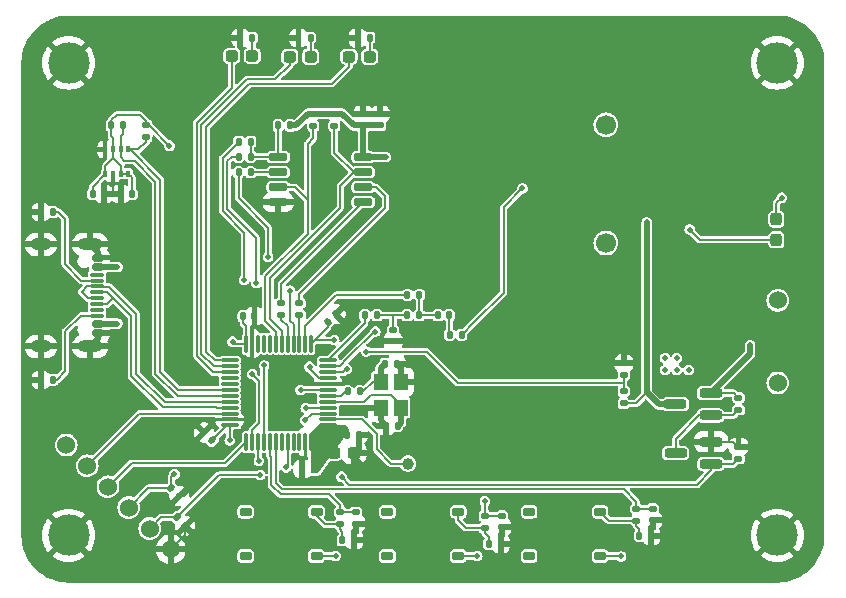
<source format=gbr>
%TF.GenerationSoftware,KiCad,Pcbnew,8.0.9-8.0.9-0~ubuntu24.04.1*%
%TF.CreationDate,2025-05-04T14:10:29+03:00*%
%TF.ProjectId,vario_kicad,76617269-6f5f-46b6-9963-61642e6b6963,rev?*%
%TF.SameCoordinates,Original*%
%TF.FileFunction,Copper,L1,Top*%
%TF.FilePolarity,Positive*%
%FSLAX46Y46*%
G04 Gerber Fmt 4.6, Leading zero omitted, Abs format (unit mm)*
G04 Created by KiCad (PCBNEW 8.0.9-8.0.9-0~ubuntu24.04.1) date 2025-05-04 14:10:29*
%MOMM*%
%LPD*%
G01*
G04 APERTURE LIST*
G04 Aperture macros list*
%AMRoundRect*
0 Rectangle with rounded corners*
0 $1 Rounding radius*
0 $2 $3 $4 $5 $6 $7 $8 $9 X,Y pos of 4 corners*
0 Add a 4 corners polygon primitive as box body*
4,1,4,$2,$3,$4,$5,$6,$7,$8,$9,$2,$3,0*
0 Add four circle primitives for the rounded corners*
1,1,$1+$1,$2,$3*
1,1,$1+$1,$4,$5*
1,1,$1+$1,$6,$7*
1,1,$1+$1,$8,$9*
0 Add four rect primitives between the rounded corners*
20,1,$1+$1,$2,$3,$4,$5,0*
20,1,$1+$1,$4,$5,$6,$7,0*
20,1,$1+$1,$6,$7,$8,$9,0*
20,1,$1+$1,$8,$9,$2,$3,0*%
G04 Aperture macros list end*
%TA.AperFunction,SMDPad,CuDef*%
%ADD10RoundRect,0.135000X0.185000X-0.135000X0.185000X0.135000X-0.185000X0.135000X-0.185000X-0.135000X0*%
%TD*%
%TA.AperFunction,SMDPad,CuDef*%
%ADD11RoundRect,0.237500X0.287500X0.237500X-0.287500X0.237500X-0.287500X-0.237500X0.287500X-0.237500X0*%
%TD*%
%TA.AperFunction,SMDPad,CuDef*%
%ADD12RoundRect,0.140000X0.021213X-0.219203X0.219203X-0.021213X-0.021213X0.219203X-0.219203X0.021213X0*%
%TD*%
%TA.AperFunction,SMDPad,CuDef*%
%ADD13RoundRect,0.135000X0.135000X0.185000X-0.135000X0.185000X-0.135000X-0.185000X0.135000X-0.185000X0*%
%TD*%
%TA.AperFunction,SMDPad,CuDef*%
%ADD14RoundRect,0.135000X-0.135000X-0.185000X0.135000X-0.185000X0.135000X0.185000X-0.135000X0.185000X0*%
%TD*%
%TA.AperFunction,SMDPad,CuDef*%
%ADD15RoundRect,0.140000X-0.140000X-0.170000X0.140000X-0.170000X0.140000X0.170000X-0.140000X0.170000X0*%
%TD*%
%TA.AperFunction,SMDPad,CuDef*%
%ADD16RoundRect,0.140000X0.140000X0.170000X-0.140000X0.170000X-0.140000X-0.170000X0.140000X-0.170000X0*%
%TD*%
%TA.AperFunction,SMDPad,CuDef*%
%ADD17RoundRect,0.140000X0.170000X-0.140000X0.170000X0.140000X-0.170000X0.140000X-0.170000X-0.140000X0*%
%TD*%
%TA.AperFunction,SMDPad,CuDef*%
%ADD18RoundRect,0.135000X0.226274X0.035355X0.035355X0.226274X-0.226274X-0.035355X-0.035355X-0.226274X0*%
%TD*%
%TA.AperFunction,SMDPad,CuDef*%
%ADD19C,1.000000*%
%TD*%
%TA.AperFunction,ComponentPad*%
%ADD20C,1.700000*%
%TD*%
%TA.AperFunction,SMDPad,CuDef*%
%ADD21RoundRect,0.200000X0.750000X0.200000X-0.750000X0.200000X-0.750000X-0.200000X0.750000X-0.200000X0*%
%TD*%
%TA.AperFunction,SMDPad,CuDef*%
%ADD22RoundRect,0.135000X-0.185000X0.135000X-0.185000X-0.135000X0.185000X-0.135000X0.185000X0.135000X0*%
%TD*%
%TA.AperFunction,ComponentPad*%
%ADD23C,3.500000*%
%TD*%
%TA.AperFunction,SMDPad,CuDef*%
%ADD24R,1.200000X1.400000*%
%TD*%
%TA.AperFunction,SMDPad,CuDef*%
%ADD25RoundRect,0.187500X-0.312500X-0.187500X0.312500X-0.187500X0.312500X0.187500X-0.312500X0.187500X0*%
%TD*%
%TA.AperFunction,SMDPad,CuDef*%
%ADD26RoundRect,0.075000X0.662500X0.075000X-0.662500X0.075000X-0.662500X-0.075000X0.662500X-0.075000X0*%
%TD*%
%TA.AperFunction,SMDPad,CuDef*%
%ADD27RoundRect,0.075000X0.075000X0.662500X-0.075000X0.662500X-0.075000X-0.662500X0.075000X-0.662500X0*%
%TD*%
%TA.AperFunction,SMDPad,CuDef*%
%ADD28RoundRect,0.237500X-0.300000X-0.237500X0.300000X-0.237500X0.300000X0.237500X-0.300000X0.237500X0*%
%TD*%
%TA.AperFunction,SMDPad,CuDef*%
%ADD29RoundRect,0.140000X0.219203X0.021213X0.021213X0.219203X-0.219203X-0.021213X-0.021213X-0.219203X0*%
%TD*%
%TA.AperFunction,SMDPad,CuDef*%
%ADD30RoundRect,0.140000X-0.219203X-0.021213X-0.021213X-0.219203X0.219203X0.021213X0.021213X0.219203X0*%
%TD*%
%TA.AperFunction,ComponentPad*%
%ADD31C,1.524000*%
%TD*%
%TA.AperFunction,SMDPad,CuDef*%
%ADD32RoundRect,0.150000X-0.375000X0.150000X-0.375000X-0.150000X0.375000X-0.150000X0.375000X0.150000X0*%
%TD*%
%TA.AperFunction,SMDPad,CuDef*%
%ADD33RoundRect,0.075000X-0.500000X0.075000X-0.500000X-0.075000X0.500000X-0.075000X0.500000X0.075000X0*%
%TD*%
%TA.AperFunction,HeatsinkPad*%
%ADD34O,2.100000X1.000000*%
%TD*%
%TA.AperFunction,HeatsinkPad*%
%ADD35O,1.800000X1.000000*%
%TD*%
%TA.AperFunction,SMDPad,CuDef*%
%ADD36RoundRect,0.140000X-0.170000X0.140000X-0.170000X-0.140000X0.170000X-0.140000X0.170000X0.140000X0*%
%TD*%
%TA.AperFunction,SMDPad,CuDef*%
%ADD37RoundRect,0.150000X-0.650000X-0.150000X0.650000X-0.150000X0.650000X0.150000X-0.650000X0.150000X0*%
%TD*%
%TA.AperFunction,SMDPad,CuDef*%
%ADD38RoundRect,0.237500X-0.237500X0.287500X-0.237500X-0.287500X0.237500X-0.287500X0.237500X0.287500X0*%
%TD*%
%TA.AperFunction,SMDPad,CuDef*%
%ADD39R,0.350000X0.500000*%
%TD*%
%TA.AperFunction,ViaPad*%
%ADD40C,0.500000*%
%TD*%
%TA.AperFunction,Conductor*%
%ADD41C,0.500000*%
%TD*%
%TA.AperFunction,Conductor*%
%ADD42C,0.200000*%
%TD*%
G04 APERTURE END LIST*
D10*
%TO.P,R40,1*%
%TO.N,Net-(S6-B)*%
X153050000Y-143750000D03*
%TO.P,R40,2*%
%TO.N,/mcu/SW3*%
X153050000Y-142730000D03*
%TD*%
D11*
%TO.P,D2,1,K*%
%TO.N,Net-(D2-K)*%
X125490000Y-104490000D03*
%TO.P,D2,2,A*%
%TO.N,/leds/LED2*%
X123740000Y-104490000D03*
%TD*%
D12*
%TO.P,C30,1*%
%TO.N,/mcu/ADC_IN3*%
X126930589Y-126939411D03*
%TO.P,C30,2*%
%TO.N,GND*%
X127609411Y-126260589D03*
%TD*%
D13*
%TO.P,R37,1*%
%TO.N,GND*%
X154350000Y-145030000D03*
%TO.P,R37,2*%
%TO.N,Net-(S6-B)*%
X153330000Y-145030000D03*
%TD*%
D14*
%TO.P,R5,1*%
%TO.N,/mcu/SPI1_NSS*%
X119400000Y-111680000D03*
%TO.P,R5,2*%
%TO.N,Net-(U3-~{CS})*%
X120420000Y-111680000D03*
%TD*%
D13*
%TO.P,R4,1*%
%TO.N,Net-(U4-CC2)*%
X103670000Y-131840000D03*
%TO.P,R4,2*%
%TO.N,GND*%
X102650000Y-131840000D03*
%TD*%
D15*
%TO.P,C2,1*%
%TO.N,VCC*%
X107030000Y-116110000D03*
%TO.P,C2,2*%
%TO.N,GND*%
X107990000Y-116110000D03*
%TD*%
D16*
%TO.P,C1,1*%
%TO.N,VCC*%
X110370000Y-116100000D03*
%TO.P,C1,2*%
%TO.N,GND*%
X109410000Y-116100000D03*
%TD*%
D17*
%TO.P,C17,1*%
%TO.N,GND*%
X141690000Y-144300000D03*
%TO.P,C17,2*%
%TO.N,/mcu/WKUP1*%
X141690000Y-143340000D03*
%TD*%
D13*
%TO.P,R36,1*%
%TO.N,GND*%
X141610000Y-145700000D03*
%TO.P,R36,2*%
%TO.N,Net-(S5-B)*%
X140590000Y-145700000D03*
%TD*%
D18*
%TO.P,R26,1*%
%TO.N,GND*%
X114860624Y-144200624D03*
%TO.P,R26,2*%
%TO.N,/mcu/BOOT0*%
X114139376Y-143479376D03*
%TD*%
D10*
%TO.P,R22,1*%
%TO.N,Net-(Q1-D)*%
X161720000Y-134380000D03*
%TO.P,R22,2*%
%TO.N,VBATT*%
X161720000Y-133360000D03*
%TD*%
D13*
%TO.P,R30,1*%
%TO.N,Net-(C20-Pad1)*%
X129640000Y-132810000D03*
%TO.P,R30,2*%
%TO.N,/mcu/OSC_OUT*%
X128620000Y-132810000D03*
%TD*%
D11*
%TO.P,D3,1,K*%
%TO.N,Net-(D3-K)*%
X120570000Y-104410000D03*
%TO.P,D3,2,A*%
%TO.N,/leds/LED3*%
X118820000Y-104410000D03*
%TD*%
D10*
%TO.P,R23,1*%
%TO.N,/mcu/VBATT_SW_EN*%
X161720000Y-138510000D03*
%TO.P,R23,2*%
%TO.N,GND*%
X161720000Y-137490000D03*
%TD*%
D19*
%TO.P,TP4,1,1*%
%TO.N,/mcu/RTC_CALIB*%
X133720000Y-138930000D03*
%TD*%
D20*
%TO.P,LS1,1,1*%
%TO.N,Net-(U1-VoP)*%
X150500000Y-120250000D03*
%TO.P,LS1,2,2*%
%TO.N,Net-(U1-VoN)*%
X150500000Y-110250000D03*
%TD*%
D16*
%TO.P,C13,1*%
%TO.N,/mcu/OSC_IN*%
X132850000Y-135730000D03*
%TO.P,C13,2*%
%TO.N,GND*%
X131890000Y-135730000D03*
%TD*%
D13*
%TO.P,R27,1*%
%TO.N,GND*%
X129200000Y-145400000D03*
%TO.P,R27,2*%
%TO.N,Net-(S4-B)*%
X128180000Y-145400000D03*
%TD*%
D10*
%TO.P,R25,1*%
%TO.N,/mcu/ADC_IN3*%
X152000000Y-131450000D03*
%TO.P,R25,2*%
%TO.N,GND*%
X152000000Y-130430000D03*
%TD*%
D13*
%TO.P,R17,1*%
%TO.N,Net-(U1-INP)*%
X138280000Y-128010000D03*
%TO.P,R17,2*%
%TO.N,Net-(C8-Pad1)*%
X137260000Y-128010000D03*
%TD*%
D21*
%TO.P,Q1,1,G*%
%TO.N,/mcu/VBATT_SW_EN*%
X159400000Y-138960000D03*
%TO.P,Q1,2,S*%
%TO.N,GND*%
X159400000Y-137060000D03*
%TO.P,Q1,3,D*%
%TO.N,Net-(Q1-D)*%
X156400000Y-138010000D03*
%TD*%
D16*
%TO.P,C8,1*%
%TO.N,Net-(C8-Pad1)*%
X137250000Y-126370000D03*
%TO.P,C8,2*%
%TO.N,Net-(C8-Pad2)*%
X136290000Y-126370000D03*
%TD*%
D10*
%TO.P,R39,1*%
%TO.N,Net-(S5-B)*%
X140250000Y-144350000D03*
%TO.P,R39,2*%
%TO.N,/mcu/WKUP1*%
X140250000Y-143330000D03*
%TD*%
D15*
%TO.P,C24,1*%
%TO.N,VCC*%
X128590000Y-136480000D03*
%TO.P,C24,2*%
%TO.N,GND*%
X129550000Y-136480000D03*
%TD*%
D22*
%TO.P,R11,1*%
%TO.N,VCC*%
X127490000Y-109290000D03*
%TO.P,R11,2*%
%TO.N,/mcu/MEM_HOLD*%
X127490000Y-110310000D03*
%TD*%
D15*
%TO.P,C20,1*%
%TO.N,Net-(C20-Pad1)*%
X131810000Y-130480000D03*
%TO.P,C20,2*%
%TO.N,GND*%
X132770000Y-130480000D03*
%TD*%
D13*
%TO.P,R20,1*%
%TO.N,Net-(C8-Pad2)*%
X134690000Y-126360000D03*
%TO.P,R20,2*%
%TO.N,Net-(C10-Pad1)*%
X133670000Y-126360000D03*
%TD*%
%TO.P,R19,1*%
%TO.N,Net-(C8-Pad2)*%
X134710000Y-124650000D03*
%TO.P,R19,2*%
%TO.N,/audio_amp/AUDIO_IN_ANALOG*%
X133690000Y-124650000D03*
%TD*%
%TO.P,R21,1*%
%TO.N,Net-(C10-Pad1)*%
X131110000Y-126360000D03*
%TO.P,R21,2*%
%TO.N,/audio_amp/AUDIO_IN_PWM*%
X130090000Y-126360000D03*
%TD*%
D23*
%TO.P,H3,1,1*%
%TO.N,GND*%
X165000000Y-105000000D03*
%TD*%
D13*
%TO.P,R8,1*%
%TO.N,VCC*%
X123760000Y-110300000D03*
%TO.P,R8,2*%
%TO.N,Net-(U3-~{CS})*%
X122740000Y-110300000D03*
%TD*%
D24*
%TO.P,Y2,1,1*%
%TO.N,/mcu/OSC_IN*%
X133130000Y-134200000D03*
%TO.P,Y2,2,2*%
%TO.N,GND*%
X133130000Y-132000000D03*
%TO.P,Y2,3,3*%
%TO.N,Net-(C20-Pad1)*%
X131430000Y-132000000D03*
%TO.P,Y2,4,4*%
%TO.N,GND*%
X131430000Y-134200000D03*
%TD*%
D25*
%TO.P,S4,1,A*%
%TO.N,unconnected-(S4-A-Pad1)*%
X120000000Y-143000000D03*
%TO.P,S4,2,B*%
%TO.N,Net-(S4-B)*%
X126000000Y-143000000D03*
%TO.P,S4,3,C*%
%TO.N,unconnected-(S4-C-Pad3)*%
X120000000Y-146750000D03*
%TO.P,S4,4,D*%
%TO.N,VCC*%
X126000000Y-146750000D03*
%TD*%
D17*
%TO.P,C3,1*%
%TO.N,VCC*%
X129940000Y-110300000D03*
%TO.P,C3,2*%
%TO.N,GND*%
X129940000Y-109340000D03*
%TD*%
D10*
%TO.P,R9,1*%
%TO.N,/mcu/SPI1_SCK*%
X124550000Y-126360000D03*
%TO.P,R9,2*%
%TO.N,Net-(U3-CLK)*%
X124550000Y-125340000D03*
%TD*%
D23*
%TO.P,H4,1,1*%
%TO.N,GND*%
X165000000Y-145000000D03*
%TD*%
D10*
%TO.P,R7,1*%
%TO.N,/mcu/SPI1_MOSI*%
X123000000Y-126350000D03*
%TO.P,R7,2*%
%TO.N,Net-(U3-DI(IO0))*%
X123000000Y-125330000D03*
%TD*%
D14*
%TO.P,R6,1*%
%TO.N,/mcu/SPI1_MISO*%
X119390000Y-114250000D03*
%TO.P,R6,2*%
%TO.N,Net-(U3-DO(IO1))*%
X120410000Y-114250000D03*
%TD*%
D13*
%TO.P,R12,1*%
%TO.N,Net-(D1-K)*%
X130490000Y-102870000D03*
%TO.P,R12,2*%
%TO.N,GND*%
X129470000Y-102870000D03*
%TD*%
D10*
%TO.P,R24,1*%
%TO.N,VBATT_SW*%
X152000000Y-133830000D03*
%TO.P,R24,2*%
%TO.N,/mcu/ADC_IN3*%
X152000000Y-132810000D03*
%TD*%
D22*
%TO.P,R1,1*%
%TO.N,VCC*%
X111580000Y-110260000D03*
%TO.P,R1,2*%
%TO.N,/bme280/BME280_I2C_SCK*%
X111580000Y-111280000D03*
%TD*%
D14*
%TO.P,R2,1*%
%TO.N,VCC*%
X108600000Y-110260000D03*
%TO.P,R2,2*%
%TO.N,/bme280/BME280_I2C_SDA*%
X109620000Y-110260000D03*
%TD*%
D25*
%TO.P,S5,1,A*%
%TO.N,unconnected-(S5-A-Pad1)*%
X132000000Y-143000000D03*
%TO.P,S5,2,B*%
%TO.N,Net-(S5-B)*%
X138000000Y-143000000D03*
%TO.P,S5,3,C*%
%TO.N,unconnected-(S5-C-Pad3)*%
X132000000Y-146750000D03*
%TO.P,S5,4,D*%
%TO.N,VCC*%
X138000000Y-146750000D03*
%TD*%
D26*
%TO.P,U5,1,VDD*%
%TO.N,VCC*%
X126962500Y-135687500D03*
%TO.P,U5,2,PC13*%
%TO.N,/mcu/RTC_CALIB*%
X126962500Y-135187500D03*
%TO.P,U5,3,PC14*%
%TO.N,/mcu/OSC32_IN*%
X126962500Y-134687500D03*
%TO.P,U5,4,PC15*%
%TO.N,/mcu/OSC32_OUT*%
X126962500Y-134187500D03*
%TO.P,U5,5,PH0*%
%TO.N,/mcu/OSC_IN*%
X126962500Y-133687500D03*
%TO.P,U5,6,PH1*%
%TO.N,/mcu/OSC_OUT*%
X126962500Y-133187500D03*
%TO.P,U5,7,NRST*%
%TO.N,/mcu/NRST*%
X126962500Y-132687500D03*
%TO.P,U5,8,VSSA*%
%TO.N,GND*%
X126962500Y-132187500D03*
%TO.P,U5,9,VDDA*%
%TO.N,VCC*%
X126962500Y-131687500D03*
%TO.P,U5,10,PA0*%
%TO.N,/mcu/WKUP1*%
X126962500Y-131187500D03*
%TO.P,U5,11,PA1*%
%TO.N,/audio_amp/AUDIO_AMP_ENABLE*%
X126962500Y-130687500D03*
%TO.P,U5,12,PA2*%
%TO.N,/audio_amp/AUDIO_IN_PWM*%
X126962500Y-130187500D03*
D27*
%TO.P,U5,13,PA3*%
%TO.N,/mcu/ADC_IN3*%
X125550000Y-128775000D03*
%TO.P,U5,14,PA4*%
%TO.N,/audio_amp/AUDIO_IN_ANALOG*%
X125050000Y-128775000D03*
%TO.P,U5,15,PA5*%
%TO.N,/mcu/SPI1_SCK*%
X124550000Y-128775000D03*
%TO.P,U5,16,PA6*%
%TO.N,/mcu/SPI1_MISO*%
X124050000Y-128775000D03*
%TO.P,U5,17,PA7*%
%TO.N,/mcu/SPI1_MOSI*%
X123550000Y-128775000D03*
%TO.P,U5,18,PB0*%
%TO.N,/mcu/MEM_HOLD*%
X123050000Y-128775000D03*
%TO.P,U5,19,PB1*%
%TO.N,/mcu/MEM_WP*%
X122550000Y-128775000D03*
%TO.P,U5,20,PB2*%
%TO.N,unconnected-(U5-PB2-Pad20)*%
X122050000Y-128775000D03*
%TO.P,U5,21,PB10*%
%TO.N,unconnected-(U5-PB10-Pad21)*%
X121550000Y-128775000D03*
%TO.P,U5,22,PB11*%
%TO.N,unconnected-(U5-PB11-Pad22)*%
X121050000Y-128775000D03*
%TO.P,U5,23,VSS*%
%TO.N,GND*%
X120550000Y-128775000D03*
%TO.P,U5,24,VDD*%
%TO.N,VCC*%
X120050000Y-128775000D03*
D26*
%TO.P,U5,25,PB12*%
%TO.N,/leds/LED1*%
X118637500Y-130187500D03*
%TO.P,U5,26,PB13*%
%TO.N,/leds/LED2*%
X118637500Y-130687500D03*
%TO.P,U5,27,PB14*%
%TO.N,/leds/LED3*%
X118637500Y-131187500D03*
%TO.P,U5,28,PB15*%
%TO.N,unconnected-(U5-PB15-Pad28)*%
X118637500Y-131687500D03*
%TO.P,U5,29,PA8*%
%TO.N,unconnected-(U5-PA8-Pad29)*%
X118637500Y-132187500D03*
%TO.P,U5,30,PA9*%
%TO.N,/bme280/BME280_I2C_SCK*%
X118637500Y-132687500D03*
%TO.P,U5,31,PA10*%
%TO.N,/bme280/BME280_I2C_SDA*%
X118637500Y-133187500D03*
%TO.P,U5,32,PA11*%
%TO.N,/mcu/USB_D-*%
X118637500Y-133687500D03*
%TO.P,U5,33,PA12*%
%TO.N,/mcu/USB_D+*%
X118637500Y-134187500D03*
%TO.P,U5,34,PA13*%
%TO.N,/mcu/SWDIO*%
X118637500Y-134687500D03*
%TO.P,U5,35,VSS*%
%TO.N,GND*%
X118637500Y-135187500D03*
%TO.P,U5,36,VDD_USB*%
%TO.N,VCC*%
X118637500Y-135687500D03*
D27*
%TO.P,U5,37,PA14*%
%TO.N,/mcu/SWCLK*%
X120050000Y-137100000D03*
%TO.P,U5,38,PA15*%
%TO.N,/mcu/SPI1_NSS*%
X120550000Y-137100000D03*
%TO.P,U5,39,PB3*%
%TO.N,/mcu/VBATT_SW_EN*%
X121050000Y-137100000D03*
%TO.P,U5,40,PB4*%
%TO.N,/mcu/MEM_CS_ALT*%
X121550000Y-137100000D03*
%TO.P,U5,41,PB5*%
%TO.N,/mcu/SW1*%
X122050000Y-137100000D03*
%TO.P,U5,42,PB6*%
%TO.N,/mcu/SW3*%
X122550000Y-137100000D03*
%TO.P,U5,43,PB7*%
%TO.N,unconnected-(U5-PB7-Pad43)*%
X123050000Y-137100000D03*
%TO.P,U5,44,BOOT0*%
%TO.N,/mcu/BOOT0*%
X123550000Y-137100000D03*
%TO.P,U5,45,PB8*%
%TO.N,unconnected-(U5-PB8-Pad45)*%
X124050000Y-137100000D03*
%TO.P,U5,46,PB9*%
%TO.N,unconnected-(U5-PB9-Pad46)*%
X124550000Y-137100000D03*
%TO.P,U5,47,VSS*%
%TO.N,GND*%
X125050000Y-137100000D03*
%TO.P,U5,48,VDD*%
%TO.N,VCC*%
X125550000Y-137100000D03*
%TD*%
D13*
%TO.P,R14,1*%
%TO.N,Net-(D3-K)*%
X120570000Y-102870000D03*
%TO.P,R14,2*%
%TO.N,GND*%
X119550000Y-102870000D03*
%TD*%
D14*
%TO.P,R15,1*%
%TO.N,GND*%
X102650000Y-117630000D03*
%TO.P,R15,2*%
%TO.N,Net-(U4-CC1)*%
X103670000Y-117630000D03*
%TD*%
D28*
%TO.P,C4,1*%
%TO.N,VCC*%
X127467500Y-138010000D03*
%TO.P,C4,2*%
%TO.N,GND*%
X129192500Y-138010000D03*
%TD*%
D13*
%TO.P,R13,1*%
%TO.N,Net-(D2-K)*%
X125485000Y-102870000D03*
%TO.P,R13,2*%
%TO.N,GND*%
X124465000Y-102870000D03*
%TD*%
D14*
%TO.P,R3,1*%
%TO.N,/mcu/MEM_CS_ALT*%
X119390000Y-112940000D03*
%TO.P,R3,2*%
%TO.N,Net-(U3-~{CS})*%
X120410000Y-112940000D03*
%TD*%
D23*
%TO.P,H2,1,1*%
%TO.N,GND*%
X105000000Y-145000000D03*
%TD*%
D29*
%TO.P,C29,1*%
%TO.N,VCC*%
X117150000Y-136970000D03*
%TO.P,C29,2*%
%TO.N,GND*%
X116471178Y-136291178D03*
%TD*%
D30*
%TO.P,C21,1*%
%TO.N,/mcu/NRST*%
X113700589Y-140990589D03*
%TO.P,C21,2*%
%TO.N,GND*%
X114379411Y-141669411D03*
%TD*%
D17*
%TO.P,C28,1*%
%TO.N,GND*%
X154460000Y-143690000D03*
%TO.P,C28,2*%
%TO.N,/mcu/SW3*%
X154460000Y-142730000D03*
%TD*%
D31*
%TO.P,J2,1,3V3*%
%TO.N,VCC*%
X104800000Y-137350000D03*
%TO.P,J2,2,SWD_TDIO*%
%TO.N,/mcu/SWDIO*%
X106567767Y-139117767D03*
%TO.P,J2,3,SWD_CLK*%
%TO.N,/mcu/SWCLK*%
X108335534Y-140885534D03*
%TO.P,J2,4,NRST*%
%TO.N,/mcu/NRST*%
X110103301Y-142653301D03*
%TO.P,J2,5,BOOT0*%
%TO.N,/mcu/BOOT0*%
X111871068Y-144421068D03*
%TO.P,J2,6,GND*%
%TO.N,GND*%
X113638835Y-146188835D03*
%TD*%
D32*
%TO.P,U4,A1,GND*%
%TO.N,GND*%
X107455000Y-121480000D03*
%TO.P,U4,A4,VBUS*%
%TO.N,V_USB*%
X107455000Y-122280000D03*
D33*
%TO.P,U4,A5,CC1*%
%TO.N,Net-(U4-CC1)*%
X107405000Y-123430000D03*
%TO.P,U4,A6,D+*%
%TO.N,/mcu/USB_D+*%
X107405000Y-124430000D03*
%TO.P,U4,A7,D-*%
%TO.N,/mcu/USB_D-*%
X107405000Y-124930000D03*
%TO.P,U4,A8,SBU1*%
%TO.N,unconnected-(U4-SBU1-PadA8)*%
X107405000Y-125930000D03*
D32*
%TO.P,U4,A9,VBUS*%
%TO.N,V_USB*%
X107455000Y-127080000D03*
%TO.P,U4,A12,GND*%
%TO.N,GND*%
X107455000Y-127880000D03*
D33*
%TO.P,U4,B5,CC2*%
%TO.N,Net-(U4-CC2)*%
X107405000Y-126430000D03*
%TO.P,U4,B6,D+*%
%TO.N,/mcu/USB_D+*%
X107405000Y-125430000D03*
%TO.P,U4,B7,D-*%
%TO.N,/mcu/USB_D-*%
X107405000Y-123930000D03*
%TO.P,U4,B8,SBU2*%
%TO.N,unconnected-(U4-SBU2-PadB8)*%
X107405000Y-122930000D03*
D34*
%TO.P,U4,S1,SHIELD*%
%TO.N,GND*%
X106830000Y-120360000D03*
D35*
X102650000Y-120360000D03*
D34*
X106830000Y-129000000D03*
D35*
X102650000Y-129000000D03*
%TD*%
D36*
%TO.P,C10,1*%
%TO.N,Net-(C10-Pad1)*%
X132470000Y-127600000D03*
%TO.P,C10,2*%
%TO.N,GND*%
X132470000Y-128560000D03*
%TD*%
D37*
%TO.P,U3,1,~{CS}*%
%TO.N,Net-(U3-~{CS})*%
X122750000Y-112980000D03*
%TO.P,U3,2,DO(IO1)*%
%TO.N,Net-(U3-DO(IO1))*%
X122750000Y-114250000D03*
%TO.P,U3,3,WP(IO2)*%
%TO.N,/mcu/MEM_WP*%
X122750000Y-115520000D03*
%TO.P,U3,4,GND*%
%TO.N,GND*%
X122750000Y-116790000D03*
%TO.P,U3,5,DI(IO0)*%
%TO.N,Net-(U3-DI(IO0))*%
X129950000Y-116790000D03*
%TO.P,U3,6,CLK*%
%TO.N,Net-(U3-CLK)*%
X129950000Y-115520000D03*
%TO.P,U3,7,IO3*%
%TO.N,/mcu/MEM_HOLD*%
X129950000Y-114250000D03*
%TO.P,U3,8,VCC*%
%TO.N,VCC*%
X129950000Y-112980000D03*
%TD*%
D23*
%TO.P,H1,1,1*%
%TO.N,GND*%
X105000000Y-105000000D03*
%TD*%
D10*
%TO.P,R38,1*%
%TO.N,Net-(S4-B)*%
X127990000Y-144060000D03*
%TO.P,R38,2*%
%TO.N,/mcu/SW1*%
X127990000Y-143040000D03*
%TD*%
D25*
%TO.P,S6,1,A*%
%TO.N,unconnected-(S6-A-Pad1)*%
X144000000Y-143000000D03*
%TO.P,S6,2,B*%
%TO.N,Net-(S6-B)*%
X150000000Y-143000000D03*
%TO.P,S6,3,C*%
%TO.N,unconnected-(S6-C-Pad3)*%
X144000000Y-146750000D03*
%TO.P,S6,4,D*%
%TO.N,VCC*%
X150000000Y-146750000D03*
%TD*%
D22*
%TO.P,R10,1*%
%TO.N,VCC*%
X125710000Y-109300000D03*
%TO.P,R10,2*%
%TO.N,/mcu/MEM_WP*%
X125710000Y-110320000D03*
%TD*%
D11*
%TO.P,D1,1,K*%
%TO.N,Net-(D1-K)*%
X130490000Y-104470000D03*
%TO.P,D1,2,A*%
%TO.N,/leds/LED1*%
X128740000Y-104470000D03*
%TD*%
D17*
%TO.P,C16,1*%
%TO.N,GND*%
X129320000Y-144010000D03*
%TO.P,C16,2*%
%TO.N,/mcu/SW1*%
X129320000Y-143050000D03*
%TD*%
D15*
%TO.P,C23,1*%
%TO.N,VCC*%
X119780000Y-126450000D03*
%TO.P,C23,2*%
%TO.N,GND*%
X120740000Y-126450000D03*
%TD*%
D17*
%TO.P,C15,1*%
%TO.N,VCC*%
X131400000Y-110300000D03*
%TO.P,C15,2*%
%TO.N,GND*%
X131400000Y-109340000D03*
%TD*%
D38*
%TO.P,D5,1,K*%
%TO.N,Net-(D5-K)*%
X164920000Y-118220000D03*
%TO.P,D5,2,A*%
%TO.N,V_USB*%
X164920000Y-119970000D03*
%TD*%
D21*
%TO.P,Q2,1,G*%
%TO.N,Net-(Q1-D)*%
X159360000Y-134850000D03*
%TO.P,Q2,2,S*%
%TO.N,VBATT*%
X159360000Y-132950000D03*
%TO.P,Q2,3,D*%
%TO.N,VBATT_SW*%
X156360000Y-133900000D03*
%TD*%
D39*
%TO.P,U2,1,GND*%
%TO.N,GND*%
X108120000Y-112330000D03*
%TO.P,U2,2,CSB*%
%TO.N,VCC*%
X108770000Y-112330000D03*
%TO.P,U2,3,SDI*%
%TO.N,/bme280/BME280_I2C_SDA*%
X109420000Y-112330000D03*
%TO.P,U2,4,SCK*%
%TO.N,/bme280/BME280_I2C_SCK*%
X110070000Y-112330000D03*
%TO.P,U2,5,SDO*%
%TO.N,VCC*%
X110070000Y-114380000D03*
%TO.P,U2,6,VDDIO*%
X109420000Y-114380000D03*
%TO.P,U2,7,GND*%
%TO.N,GND*%
X108770000Y-114380000D03*
%TO.P,U2,8,VDD*%
%TO.N,VCC*%
X108120000Y-114380000D03*
%TD*%
D16*
%TO.P,C22,1*%
%TO.N,VCC*%
X125760000Y-139370000D03*
%TO.P,C22,2*%
%TO.N,GND*%
X124800000Y-139370000D03*
%TD*%
D31*
%TO.P,BT2,1,+*%
%TO.N,VBATT*%
X165050000Y-125100000D03*
%TO.P,BT2,2,-*%
%TO.N,Net-(BT2--)*%
X165050000Y-132100000D03*
%TD*%
D40*
%TO.N,VBATT*%
X162700000Y-128910000D03*
%TO.N,GND*%
X165000000Y-138500000D03*
X129950000Y-139240000D03*
X107990000Y-117230000D03*
X122750000Y-118030000D03*
X133560000Y-128570000D03*
X153280000Y-117260000D03*
X118360000Y-102880000D03*
X124410000Y-123510000D03*
X107070000Y-112330000D03*
X115610000Y-140810000D03*
X141600000Y-146790000D03*
X166000000Y-139500000D03*
X163050000Y-138200000D03*
X129200000Y-146490000D03*
X115720000Y-135540000D03*
X120740000Y-125300000D03*
X139090000Y-113970000D03*
X125460000Y-131930000D03*
X134660000Y-132010000D03*
X166000000Y-140500000D03*
X142860000Y-119300000D03*
X164000000Y-140500000D03*
X165000000Y-140500000D03*
X142510000Y-115080000D03*
X152010000Y-129400000D03*
X120250000Y-135160000D03*
X128400000Y-102870000D03*
X159220000Y-120570000D03*
X155660000Y-126900000D03*
X155540000Y-143700000D03*
X123510000Y-102870000D03*
X124800000Y-140280000D03*
X164000000Y-139500000D03*
X159460000Y-131000000D03*
X144940000Y-139890000D03*
X129940000Y-108200000D03*
X122640000Y-120940000D03*
X128330000Y-125570000D03*
X164000000Y-138500000D03*
X166000000Y-138490000D03*
X131900000Y-136790000D03*
X161510000Y-112450000D03*
X126450000Y-115100000D03*
X163410000Y-115370000D03*
X165000000Y-139500000D03*
%TO.N,VCC*%
X131870000Y-112980000D03*
X156500000Y-131000000D03*
X125400000Y-130720000D03*
X157500000Y-131000000D03*
X155500000Y-130000000D03*
X118890000Y-128600000D03*
X139600000Y-146760000D03*
X118640000Y-136970000D03*
X113540000Y-112010000D03*
X127490000Y-136580000D03*
X127620000Y-146740000D03*
X151780000Y-146790000D03*
X126570000Y-136680000D03*
X156500000Y-130000000D03*
X155500000Y-131000000D03*
%TO.N,VBATT_SW*%
X153960000Y-118510000D03*
%TO.N,V_USB*%
X109130000Y-127080000D03*
X109130000Y-122280000D03*
X157590000Y-119110000D03*
%TO.N,/mcu/WKUP1*%
X140250000Y-142100000D03*
X128540000Y-130920000D03*
%TO.N,/mcu/NRST*%
X113960000Y-139830000D03*
X124640000Y-132690000D03*
%TO.N,/mcu/OSC32_IN*%
X125040000Y-135260000D03*
%TO.N,/mcu/OSC32_OUT*%
X125080000Y-134240000D03*
%TO.N,Net-(D5-K)*%
X165390000Y-116410000D03*
%TO.N,/mcu/VBATT_SW_EN*%
X121120000Y-138690000D03*
X128110000Y-140040000D03*
%TO.N,/mcu/MEM_CS_ALT*%
X120900000Y-123640000D03*
X121550000Y-130620000D03*
%TO.N,/mcu/SPI1_NSS*%
X119860000Y-123360000D03*
X120540000Y-131350000D03*
%TO.N,/mcu/SPI1_MISO*%
X121890000Y-121440000D03*
X123760000Y-124290000D03*
%TO.N,/audio_amp/AUDIO_AMP_ENABLE*%
X130970000Y-127750000D03*
%TO.N,Net-(U1-INP)*%
X143430000Y-115630000D03*
%TO.N,/mcu/ADC_IN3*%
X127490000Y-128470000D03*
X130200000Y-129440000D03*
%TO.N,/mcu/BOOT0*%
X123430000Y-139250000D03*
X121220000Y-139880000D03*
%TD*%
D41*
%TO.N,VBATT*%
X162700000Y-129610000D02*
X159360000Y-132950000D01*
D42*
X159360000Y-132950000D02*
X161310000Y-132950000D01*
D41*
X162700000Y-128910000D02*
X162700000Y-129610000D01*
D42*
X161310000Y-132950000D02*
X161720000Y-133360000D01*
%TO.N,GND*%
X129320000Y-144010000D02*
X129320000Y-144530000D01*
X154460000Y-143690000D02*
X154460000Y-144150000D01*
D41*
X107455000Y-121480000D02*
X107455000Y-120985000D01*
D42*
X129320000Y-144530000D02*
X129200000Y-144650000D01*
X162340000Y-137490000D02*
X163050000Y-138200000D01*
X114379411Y-141669411D02*
X114750589Y-141669411D01*
X129200000Y-144650000D02*
X129200000Y-145400000D01*
X108120000Y-112330000D02*
X107070000Y-112330000D01*
D41*
X107455000Y-120985000D02*
X106830000Y-120360000D01*
D42*
X141610000Y-145700000D02*
X141610000Y-146780000D01*
X125460000Y-131930000D02*
X125717500Y-132187500D01*
D41*
X129940000Y-109340000D02*
X131400000Y-109340000D01*
D42*
X127609411Y-126260589D02*
X127639411Y-126260589D01*
D41*
X131890000Y-136780000D02*
X131900000Y-136790000D01*
D42*
X141690000Y-144300000D02*
X141690000Y-145620000D01*
X161290000Y-137060000D02*
X161720000Y-137490000D01*
D41*
X131430000Y-134200000D02*
X131430000Y-135270000D01*
D42*
X108770000Y-114380000D02*
X108770000Y-116050000D01*
D41*
X129192500Y-138010000D02*
X129192500Y-138482500D01*
D42*
X161720000Y-137490000D02*
X162340000Y-137490000D01*
X155530000Y-143690000D02*
X155540000Y-143700000D01*
X154350000Y-144260000D02*
X154350000Y-145030000D01*
X120222500Y-135187500D02*
X120250000Y-135160000D01*
X107990000Y-116110000D02*
X108710000Y-116110000D01*
X132470000Y-128560000D02*
X133550000Y-128560000D01*
X133550000Y-128560000D02*
X133560000Y-128570000D01*
X124800000Y-138680000D02*
X124800000Y-139370000D01*
D41*
X134650000Y-132000000D02*
X134660000Y-132010000D01*
D42*
X120740000Y-127080000D02*
X120550000Y-127270000D01*
X102650000Y-117630000D02*
X102650000Y-120360000D01*
D41*
X107455000Y-127880000D02*
X107455000Y-128375000D01*
X131430000Y-135270000D02*
X131890000Y-135730000D01*
D42*
X152000000Y-129410000D02*
X152010000Y-129400000D01*
X118637500Y-135187500D02*
X120222500Y-135187500D01*
X125717500Y-132187500D02*
X126962500Y-132187500D01*
X152000000Y-130430000D02*
X152000000Y-129410000D01*
X120740000Y-126450000D02*
X120740000Y-127080000D01*
D41*
X129192500Y-138482500D02*
X129950000Y-139240000D01*
D42*
X119550000Y-102870000D02*
X118370000Y-102870000D01*
X154460000Y-143690000D02*
X155530000Y-143690000D01*
X114750589Y-141669411D02*
X115610000Y-140810000D01*
X102650000Y-131840000D02*
X102650000Y-129000000D01*
X113638835Y-146188835D02*
X114860624Y-144967046D01*
X141610000Y-146780000D02*
X141600000Y-146790000D01*
X129200000Y-145400000D02*
X129200000Y-146490000D01*
D41*
X131890000Y-135730000D02*
X131890000Y-136780000D01*
X133130000Y-130840000D02*
X132770000Y-130480000D01*
X129940000Y-109340000D02*
X129940000Y-108200000D01*
D42*
X116471178Y-136291178D02*
X115720000Y-135540000D01*
X127639411Y-126260589D02*
X128330000Y-125570000D01*
D41*
X133130000Y-132000000D02*
X134650000Y-132000000D01*
D42*
X108710000Y-116110000D02*
X109400000Y-116110000D01*
D41*
X133130000Y-132000000D02*
X133130000Y-130840000D01*
D42*
X125050000Y-137100000D02*
X125050000Y-138430000D01*
D41*
X129550000Y-136480000D02*
X129550000Y-137652500D01*
D42*
X118637500Y-135187500D02*
X117574856Y-135187500D01*
D41*
X129550000Y-137652500D02*
X129192500Y-138010000D01*
D42*
X120550000Y-127270000D02*
X120550000Y-128775000D01*
X114860624Y-144967046D02*
X114860624Y-144200624D01*
X109400000Y-116110000D02*
X109410000Y-116100000D01*
D41*
X122750000Y-118030000D02*
X122750000Y-116790000D01*
D42*
X154460000Y-144150000D02*
X154350000Y-144260000D01*
X159400000Y-137060000D02*
X161290000Y-137060000D01*
X124465000Y-102870000D02*
X123510000Y-102870000D01*
X118370000Y-102870000D02*
X118360000Y-102880000D01*
X120740000Y-126450000D02*
X120740000Y-125300000D01*
X124800000Y-139370000D02*
X124800000Y-140280000D01*
D41*
X107455000Y-128375000D02*
X106830000Y-129000000D01*
D42*
X107990000Y-116110000D02*
X107990000Y-117230000D01*
X141690000Y-145620000D02*
X141610000Y-145700000D01*
X125050000Y-138430000D02*
X124800000Y-138680000D01*
X129470000Y-102870000D02*
X128400000Y-102870000D01*
X117574856Y-135187500D02*
X116471178Y-136291178D01*
X108770000Y-116050000D02*
X108710000Y-116110000D01*
%TO.N,VCC*%
X111050000Y-109400000D02*
X111580000Y-109930000D01*
D41*
X129940000Y-110300000D02*
X131400000Y-110300000D01*
D42*
X108770000Y-113080000D02*
X108790000Y-113080000D01*
D41*
X129940000Y-112970000D02*
X129950000Y-112980000D01*
D42*
X119780000Y-126990000D02*
X119780000Y-126450000D01*
X126192590Y-131687500D02*
X126962500Y-131687500D01*
X120050000Y-128775000D02*
X120050000Y-127260000D01*
X150000000Y-146750000D02*
X151740000Y-146750000D01*
X120050000Y-128775000D02*
X119065000Y-128775000D01*
D41*
X129940000Y-110300000D02*
X129940000Y-112970000D01*
D42*
X107030000Y-115470000D02*
X108120000Y-114380000D01*
X108790000Y-113080000D02*
X109420000Y-113710000D01*
X120050000Y-127260000D02*
X119780000Y-126990000D01*
X108600000Y-109870000D02*
X109070000Y-109400000D01*
X108600000Y-110260000D02*
X108600000Y-109870000D01*
X119065000Y-128775000D02*
X118890000Y-128600000D01*
X127610000Y-146750000D02*
X127620000Y-146740000D01*
X111790000Y-110260000D02*
X113540000Y-112010000D01*
X118432500Y-135687500D02*
X118637500Y-135687500D01*
X110370000Y-114680000D02*
X110070000Y-114380000D01*
X111580000Y-110260000D02*
X111790000Y-110260000D01*
X138000000Y-146750000D02*
X139590000Y-146750000D01*
D41*
X129940000Y-110300000D02*
X129140000Y-110300000D01*
D42*
X108600000Y-110260000D02*
X108600000Y-111230000D01*
X117355000Y-136970000D02*
X117150000Y-136970000D01*
D41*
X124260000Y-110300000D02*
X123760000Y-110300000D01*
X125720000Y-109290000D02*
X125710000Y-109300000D01*
D42*
X118637500Y-135687500D02*
X118637500Y-136967500D01*
X109070000Y-109400000D02*
X111050000Y-109400000D01*
X109420000Y-114380000D02*
X110070000Y-114380000D01*
D41*
X128130000Y-109290000D02*
X127490000Y-109290000D01*
X125260000Y-109300000D02*
X124260000Y-110300000D01*
D42*
X151740000Y-146750000D02*
X151780000Y-146790000D01*
D41*
X129950000Y-112980000D02*
X131870000Y-112980000D01*
D42*
X117150000Y-136970000D02*
X118432500Y-135687500D01*
X110370000Y-116100000D02*
X110370000Y-114680000D01*
X108120000Y-114380000D02*
X108120000Y-113730000D01*
X108770000Y-111400000D02*
X108770000Y-112330000D01*
X108770000Y-113080000D02*
X108770000Y-112330000D01*
X111580000Y-109930000D02*
X111580000Y-110260000D01*
X118637500Y-136967500D02*
X118640000Y-136970000D01*
X108600000Y-111230000D02*
X108770000Y-111400000D01*
X107030000Y-116110000D02*
X107030000Y-115470000D01*
X125400000Y-130720000D02*
X125400000Y-130894910D01*
X109420000Y-113710000D02*
X109420000Y-114380000D01*
D41*
X127490000Y-109290000D02*
X125720000Y-109290000D01*
D42*
X139590000Y-146750000D02*
X139600000Y-146760000D01*
X125400000Y-130894910D02*
X126192590Y-131687500D01*
D41*
X129140000Y-110300000D02*
X128130000Y-109290000D01*
X125710000Y-109300000D02*
X125260000Y-109300000D01*
D42*
X126000000Y-146750000D02*
X127610000Y-146750000D01*
X108120000Y-113730000D02*
X108770000Y-113080000D01*
%TO.N,VBATT_SW*%
X153020000Y-133830000D02*
X153950000Y-132900000D01*
D41*
X153950000Y-118520000D02*
X153960000Y-118510000D01*
D42*
X152000000Y-133830000D02*
X153020000Y-133830000D01*
D41*
X156360000Y-133900000D02*
X154950000Y-133900000D01*
X153950000Y-132900000D02*
X153950000Y-118520000D01*
X154950000Y-133900000D02*
X153950000Y-132900000D01*
D42*
%TO.N,Net-(C8-Pad2)*%
X134710000Y-124650000D02*
X134710000Y-126340000D01*
X136280000Y-126360000D02*
X136290000Y-126370000D01*
X134690000Y-126360000D02*
X136280000Y-126360000D01*
X134710000Y-126340000D02*
X134690000Y-126360000D01*
%TO.N,Net-(C8-Pad1)*%
X137250000Y-128000000D02*
X137260000Y-128010000D01*
X137250000Y-126370000D02*
X137250000Y-128000000D01*
%TO.N,Net-(C10-Pad1)*%
X132470000Y-126370000D02*
X132460000Y-126360000D01*
X131110000Y-126360000D02*
X132460000Y-126360000D01*
X132460000Y-126360000D02*
X133670000Y-126360000D01*
X132470000Y-127600000D02*
X132470000Y-126370000D01*
%TO.N,V_USB*%
X164920000Y-119970000D02*
X158450000Y-119970000D01*
D41*
X107455000Y-127080000D02*
X109130000Y-127080000D01*
X107455000Y-122280000D02*
X109130000Y-122280000D01*
X107465000Y-127070000D02*
X107455000Y-127080000D01*
D42*
X158450000Y-119970000D02*
X157590000Y-119110000D01*
%TO.N,/mcu/SW1*%
X127990000Y-142430000D02*
X127990000Y-143040000D01*
X127990000Y-143040000D02*
X129310000Y-143040000D01*
X122150000Y-138360000D02*
X122150000Y-140715686D01*
X129310000Y-143040000D02*
X129320000Y-143050000D01*
X122050000Y-138260000D02*
X122150000Y-138360000D01*
X122944314Y-141510000D02*
X127070000Y-141510000D01*
X122150000Y-140715686D02*
X122944314Y-141510000D01*
X127070000Y-141510000D02*
X127990000Y-142430000D01*
X122050000Y-137100000D02*
X122050000Y-138260000D01*
%TO.N,/mcu/WKUP1*%
X141680000Y-143330000D02*
X141690000Y-143340000D01*
X141840000Y-143330000D02*
X141850000Y-143320000D01*
X140250000Y-143330000D02*
X141680000Y-143330000D01*
X128272500Y-131187500D02*
X128540000Y-130920000D01*
X126962500Y-131187500D02*
X128272500Y-131187500D01*
X140250000Y-142100000D02*
X140250000Y-143330000D01*
%TO.N,/mcu/SW3*%
X153050000Y-142140000D02*
X152020000Y-141110000D01*
X123110000Y-141110000D02*
X152020000Y-141110000D01*
X122550000Y-137100000D02*
X122550000Y-140550000D01*
X122550000Y-140550000D02*
X123110000Y-141110000D01*
X153050000Y-142730000D02*
X154460000Y-142730000D01*
X153050000Y-142730000D02*
X153050000Y-142140000D01*
%TO.N,/mcu/NRST*%
X111766013Y-140990589D02*
X110103301Y-142653301D01*
X113700589Y-140990589D02*
X111766013Y-140990589D01*
X124642500Y-132687500D02*
X126962500Y-132687500D01*
X113700589Y-140990589D02*
X113700589Y-140089411D01*
X113700589Y-140089411D02*
X113960000Y-139830000D01*
X124640000Y-132690000D02*
X124642500Y-132687500D01*
%TO.N,/mcu/OSC32_IN*%
X125040000Y-135260000D02*
X125612500Y-134687500D01*
X125612500Y-134687500D02*
X126962500Y-134687500D01*
%TO.N,/mcu/OSC32_OUT*%
X125080000Y-134240000D02*
X125132500Y-134187500D01*
X125132500Y-134187500D02*
X126962500Y-134187500D01*
%TO.N,Net-(D1-K)*%
X130490000Y-102870000D02*
X130490000Y-104470000D01*
%TO.N,/leds/LED1*%
X120260000Y-106780000D02*
X127270000Y-106780000D01*
X116650000Y-129460000D02*
X116650000Y-110390000D01*
X116650000Y-110390000D02*
X120260000Y-106780000D01*
X118637500Y-130187500D02*
X117377500Y-130187500D01*
X127270000Y-106780000D02*
X128740000Y-105310000D01*
X128740000Y-105310000D02*
X128740000Y-104470000D01*
X117377500Y-130187500D02*
X116650000Y-129460000D01*
%TO.N,Net-(D2-K)*%
X125485000Y-102870000D02*
X125485000Y-104485000D01*
X125485000Y-104485000D02*
X125490000Y-104490000D01*
%TO.N,/leds/LED2*%
X118637500Y-130687500D02*
X117311814Y-130687500D01*
X116250000Y-129625686D02*
X116250000Y-110224314D01*
X123740000Y-105160000D02*
X123740000Y-104490000D01*
X122520000Y-106380000D02*
X123740000Y-105160000D01*
X117311814Y-130687500D02*
X116250000Y-129625686D01*
X116250000Y-110224314D02*
X120094314Y-106380000D01*
X120094314Y-106380000D02*
X122520000Y-106380000D01*
%TO.N,/leds/LED3*%
X115850000Y-129791372D02*
X115850000Y-110058628D01*
X118637500Y-131187500D02*
X117246128Y-131187500D01*
X118820000Y-107088628D02*
X118820000Y-104410000D01*
X115850000Y-110058628D02*
X118820000Y-107088628D01*
X117246128Y-131187500D02*
X115850000Y-129791372D01*
%TO.N,Net-(D3-K)*%
X120570000Y-102870000D02*
X120570000Y-104410000D01*
%TO.N,Net-(D5-K)*%
X164920000Y-118220000D02*
X164920000Y-116880000D01*
X164920000Y-116880000D02*
X165390000Y-116410000D01*
%TO.N,/mcu/SWCLK*%
X118270000Y-138880000D02*
X120050000Y-137100000D01*
X110341068Y-138880000D02*
X118270000Y-138880000D01*
X108335534Y-140885534D02*
X110341068Y-138880000D01*
%TO.N,/mcu/SWDIO*%
X118637500Y-134687500D02*
X110998034Y-134687500D01*
X110998034Y-134687500D02*
X106567767Y-139117767D01*
%TO.N,/mcu/USB_D-*%
X108423200Y-123955000D02*
X110745000Y-126276800D01*
X107405000Y-123930000D02*
X107830000Y-123930000D01*
X117506249Y-133712500D02*
X117531249Y-133687500D01*
X110745000Y-131306800D02*
X113150700Y-133712500D01*
X113150700Y-133712500D02*
X117506249Y-133712500D01*
X110745000Y-126276800D02*
X110745000Y-131306800D01*
X106560000Y-123930000D02*
X106110000Y-124380000D01*
X107830000Y-123930000D02*
X107855000Y-123955000D01*
X107405000Y-123930000D02*
X106560000Y-123930000D01*
X107855000Y-123955000D02*
X108423200Y-123955000D01*
X106110000Y-124380000D02*
X106660000Y-124930000D01*
X117531249Y-133687500D02*
X118637500Y-133687500D01*
X106660000Y-124930000D02*
X107405000Y-124930000D01*
%TO.N,/mcu/USB_D+*%
X107830000Y-124430000D02*
X107855000Y-124405000D01*
X117506249Y-134162500D02*
X117531249Y-134187500D01*
X110295000Y-126463200D02*
X110295000Y-131493200D01*
X108750900Y-124919100D02*
X110295000Y-126463200D01*
X108236800Y-124405000D02*
X108750900Y-124919100D01*
X108240000Y-125430000D02*
X108750900Y-124919100D01*
X107405000Y-125430000D02*
X108240000Y-125430000D01*
X107855000Y-124405000D02*
X108236800Y-124405000D01*
X110295000Y-131493200D02*
X112964300Y-134162500D01*
X112964300Y-134162500D02*
X117506249Y-134162500D01*
X107405000Y-124430000D02*
X107830000Y-124430000D01*
X117531249Y-134187500D02*
X118637500Y-134187500D01*
%TO.N,Net-(Q1-D)*%
X159360000Y-134850000D02*
X158410000Y-134850000D01*
X159360000Y-134850000D02*
X161250000Y-134850000D01*
X158410000Y-134850000D02*
X156400000Y-136860000D01*
X161250000Y-134850000D02*
X161720000Y-134380000D01*
X156400000Y-136860000D02*
X156400000Y-138010000D01*
%TO.N,/mcu/VBATT_SW_EN*%
X159400000Y-139490000D02*
X159400000Y-138960000D01*
X121050000Y-137100000D02*
X121050000Y-138620000D01*
X161270000Y-138960000D02*
X161720000Y-138510000D01*
X121050000Y-138620000D02*
X121120000Y-138690000D01*
X128110000Y-140040000D02*
X128780000Y-140710000D01*
X158180000Y-140710000D02*
X159400000Y-139490000D01*
X128780000Y-140710000D02*
X158180000Y-140710000D01*
X159400000Y-138960000D02*
X161270000Y-138960000D01*
%TO.N,/bme280/BME280_I2C_SCK*%
X114303186Y-132687500D02*
X112760000Y-131144314D01*
X118637500Y-132687500D02*
X114303186Y-132687500D01*
X110070000Y-112330000D02*
X110920000Y-112330000D01*
X112760000Y-131144314D02*
X112760000Y-114894314D01*
X112760000Y-114894314D02*
X110195686Y-112330000D01*
X111580000Y-111670000D02*
X111580000Y-111280000D01*
X110920000Y-112330000D02*
X111580000Y-111670000D01*
X110195686Y-112330000D02*
X110070000Y-112330000D01*
%TO.N,/bme280/BME280_I2C_SDA*%
X112360000Y-115060000D02*
X110600000Y-113300000D01*
X109420000Y-111230000D02*
X109620000Y-111030000D01*
X109420000Y-112990000D02*
X109420000Y-112330000D01*
X114237500Y-133187500D02*
X112360000Y-131310000D01*
X109420000Y-112330000D02*
X109420000Y-111230000D01*
X109620000Y-111030000D02*
X109620000Y-110260000D01*
X110600000Y-113300000D02*
X109730000Y-113300000D01*
X109730000Y-113300000D02*
X109420000Y-112990000D01*
X118637500Y-133187500D02*
X114237500Y-133187500D01*
X112360000Y-131310000D02*
X112360000Y-115060000D01*
%TO.N,Net-(U3-~{CS})*%
X120410000Y-112940000D02*
X122710000Y-112940000D01*
X120420000Y-111680000D02*
X120420000Y-112930000D01*
X122750000Y-110310000D02*
X122740000Y-110300000D01*
X122750000Y-112980000D02*
X122750000Y-110310000D01*
X120420000Y-112930000D02*
X120410000Y-112940000D01*
X122710000Y-112940000D02*
X122750000Y-112980000D01*
%TO.N,/mcu/MEM_CS_ALT*%
X121550000Y-130620000D02*
X121550000Y-137100000D01*
X118450000Y-117400000D02*
X118450000Y-113290000D01*
X118450000Y-113290000D02*
X118800000Y-112940000D01*
X120900000Y-119850000D02*
X118450000Y-117400000D01*
X120900000Y-123640000D02*
X120900000Y-119850000D01*
X118800000Y-112940000D02*
X119390000Y-112940000D01*
%TO.N,/mcu/SPI1_NSS*%
X121150000Y-131960000D02*
X120540000Y-131350000D01*
X119860000Y-119375686D02*
X119860000Y-123360000D01*
X119400000Y-111680000D02*
X118050000Y-113030000D01*
X121150000Y-132140000D02*
X121150000Y-131960000D01*
X120550000Y-136060000D02*
X121150000Y-135460000D01*
X121150000Y-135460000D02*
X121150000Y-132140000D01*
X118050000Y-113030000D02*
X118050000Y-117565686D01*
X118050000Y-117565686D02*
X119860000Y-119375686D01*
X120550000Y-137100000D02*
X120550000Y-136060000D01*
%TO.N,Net-(U3-DO(IO1))*%
X120410000Y-114250000D02*
X122750000Y-114250000D01*
%TO.N,/mcu/SPI1_MOSI*%
X123550000Y-127300000D02*
X123000000Y-126750000D01*
X123000000Y-126750000D02*
X123000000Y-126350000D01*
X123550000Y-128775000D02*
X123550000Y-127300000D01*
%TO.N,Net-(U3-DI(IO0))*%
X123000000Y-123740000D02*
X129950000Y-116790000D01*
X123000000Y-125330000D02*
X123000000Y-123740000D01*
%TO.N,/mcu/SPI1_MISO*%
X121890000Y-118950000D02*
X119390000Y-116450000D01*
X123770000Y-126820000D02*
X123770000Y-124300000D01*
X124050000Y-127100000D02*
X123770000Y-126820000D01*
X124050000Y-128775000D02*
X124050000Y-127100000D01*
X121890000Y-121440000D02*
X121890000Y-118950000D01*
X123770000Y-124300000D02*
X123760000Y-124290000D01*
X119390000Y-116450000D02*
X119390000Y-114250000D01*
%TO.N,/mcu/SPI1_SCK*%
X124550000Y-128775000D02*
X124550000Y-126360000D01*
%TO.N,Net-(U3-CLK)*%
X131810000Y-116290000D02*
X131040000Y-115520000D01*
X124550000Y-124560000D02*
X131810000Y-117300000D01*
X131810000Y-117300000D02*
X131810000Y-116290000D01*
X131040000Y-115520000D02*
X129950000Y-115520000D01*
X124550000Y-125340000D02*
X124550000Y-124560000D01*
%TO.N,/mcu/MEM_WP*%
X125257157Y-116607157D02*
X125257157Y-119457157D01*
X122750000Y-115520000D02*
X124170000Y-115520000D01*
X122550000Y-127745686D02*
X122550000Y-128775000D01*
X125257157Y-119457157D02*
X121670000Y-123044314D01*
X125710000Y-111390000D02*
X125710000Y-110320000D01*
X124170000Y-115520000D02*
X125257157Y-116607157D01*
X121670000Y-123044314D02*
X121670000Y-126865686D01*
X121670000Y-126865686D02*
X122550000Y-127745686D01*
X125257157Y-116607157D02*
X125250000Y-116600000D01*
X125250000Y-111850000D02*
X125710000Y-111390000D01*
X125250000Y-116600000D02*
X125250000Y-111850000D01*
%TO.N,/mcu/MEM_HOLD*%
X123050000Y-127680000D02*
X122070000Y-126700000D01*
X128000000Y-117280000D02*
X128000000Y-115400001D01*
X128000000Y-115400001D02*
X129150001Y-114250000D01*
X129150001Y-114250000D02*
X129950000Y-114250000D01*
X122070000Y-126700000D02*
X122070000Y-123210000D01*
X127490000Y-112589999D02*
X129150001Y-114250000D01*
X127490000Y-110310000D02*
X127490000Y-112589999D01*
X122070000Y-123210000D02*
X128000000Y-117280000D01*
X123050000Y-128775000D02*
X123050000Y-127680000D01*
%TO.N,/audio_amp/AUDIO_AMP_ENABLE*%
X128610000Y-130020000D02*
X130880000Y-127750000D01*
X126962500Y-130687500D02*
X127942500Y-130687500D01*
X127942500Y-130687500D02*
X128610000Y-130020000D01*
X130880000Y-127750000D02*
X130970000Y-127750000D01*
%TO.N,Net-(U1-INP)*%
X141850000Y-117210000D02*
X143430000Y-115630000D01*
X138280000Y-128010000D02*
X139330000Y-126960000D01*
X141850000Y-124440000D02*
X141850000Y-117210000D01*
X139330000Y-126960000D02*
X141850000Y-124440000D01*
%TO.N,/audio_amp/AUDIO_IN_ANALOG*%
X125050000Y-127270000D02*
X127670000Y-124650000D01*
X127670000Y-124650000D02*
X133690000Y-124650000D01*
X125050000Y-128775000D02*
X125050000Y-127270000D01*
%TO.N,/audio_amp/AUDIO_IN_PWM*%
X126962500Y-130187500D02*
X130090000Y-127060000D01*
X130090000Y-127060000D02*
X130090000Y-126360000D01*
%TO.N,/mcu/ADC_IN3*%
X152000000Y-132060000D02*
X137930000Y-132060000D01*
X135310000Y-129440000D02*
X130200000Y-129440000D01*
X125855000Y-128470000D02*
X125550000Y-128775000D01*
X126930589Y-126939411D02*
X126930589Y-127394411D01*
X137930000Y-132060000D02*
X135960000Y-130090000D01*
X126930589Y-127394411D02*
X125855000Y-128470000D01*
X152000000Y-132060000D02*
X152000000Y-131450000D01*
X127490000Y-128470000D02*
X125855000Y-128470000D01*
X135960000Y-130090000D02*
X135310000Y-129440000D01*
X152000000Y-132810000D02*
X152000000Y-132060000D01*
%TO.N,/mcu/BOOT0*%
X114139376Y-143479376D02*
X112812760Y-143479376D01*
X112812760Y-143479376D02*
X111871068Y-144421068D01*
X121220000Y-139880000D02*
X117738752Y-139880000D01*
X117738752Y-139880000D02*
X114139376Y-143479376D01*
X123550000Y-137100000D02*
X123550000Y-139130000D01*
X123550000Y-139130000D02*
X123430000Y-139250000D01*
%TO.N,/mcu/OSC_IN*%
X133130000Y-133950000D02*
X133130000Y-134200000D01*
D41*
X133130000Y-135450000D02*
X132850000Y-135730000D01*
X133130000Y-134200000D02*
X133130000Y-135450000D01*
D42*
X130590000Y-133100000D02*
X132280000Y-133100000D01*
X130002500Y-133687500D02*
X130590000Y-133100000D01*
X132280000Y-133100000D02*
X133130000Y-133950000D01*
X126962500Y-133687500D02*
X130002500Y-133687500D01*
%TO.N,Net-(C20-Pad1)*%
X129640000Y-132810000D02*
X129970000Y-132810000D01*
X129970000Y-132810000D02*
X130780000Y-132000000D01*
X130780000Y-132000000D02*
X131430000Y-132000000D01*
D41*
X131430000Y-130860000D02*
X131810000Y-130480000D01*
X131430000Y-132000000D02*
X131430000Y-130860000D01*
D42*
%TO.N,/mcu/OSC_OUT*%
X128620000Y-132810000D02*
X128470000Y-132810000D01*
X128092500Y-133187500D02*
X126962500Y-133187500D01*
X128470000Y-132810000D02*
X128092500Y-133187500D01*
%TO.N,Net-(U4-CC2)*%
X107405000Y-126430000D02*
X106030000Y-126430000D01*
X104720000Y-131120000D02*
X104000000Y-131840000D01*
X106030000Y-126430000D02*
X104720000Y-127740000D01*
X104720000Y-127740000D02*
X104720000Y-131120000D01*
X104000000Y-131840000D02*
X103670000Y-131840000D01*
%TO.N,Net-(U4-CC1)*%
X107405000Y-123430000D02*
X106070000Y-123430000D01*
X106070000Y-123430000D02*
X104700000Y-122060000D01*
X104140000Y-117630000D02*
X103670000Y-117630000D01*
X104700000Y-118190000D02*
X104140000Y-117630000D01*
X104700000Y-122060000D02*
X104700000Y-118190000D01*
%TO.N,Net-(S4-B)*%
X128180000Y-144680000D02*
X128180000Y-145400000D01*
X126710000Y-144060000D02*
X127990000Y-144060000D01*
X127990000Y-144060000D02*
X127990000Y-144490000D01*
X126000000Y-143000000D02*
X126000000Y-143350000D01*
X127990000Y-144490000D02*
X128180000Y-144680000D01*
X126000000Y-143350000D02*
X126710000Y-144060000D01*
%TO.N,Net-(S5-B)*%
X140250000Y-144350000D02*
X140250000Y-144800000D01*
X140250000Y-144800000D02*
X140590000Y-145140000D01*
X140590000Y-145140000D02*
X140590000Y-145700000D01*
X138000000Y-143000000D02*
X138000000Y-143700000D01*
X138000000Y-143700000D02*
X138650000Y-144350000D01*
X138650000Y-144350000D02*
X140250000Y-144350000D01*
%TO.N,Net-(S6-B)*%
X153050000Y-143750000D02*
X150750000Y-143750000D01*
X153050000Y-143750000D02*
X153050000Y-144170000D01*
X150750000Y-143750000D02*
X150000000Y-143000000D01*
X153330000Y-144450000D02*
X153330000Y-145030000D01*
X153050000Y-144170000D02*
X153330000Y-144450000D01*
%TO.N,/mcu/RTC_CALIB*%
X132290000Y-138930000D02*
X133720000Y-138930000D01*
X131080000Y-136390000D02*
X131080000Y-137720000D01*
X129877500Y-135187500D02*
X131080000Y-136390000D01*
X126962500Y-135187500D02*
X129877500Y-135187500D01*
X131080000Y-137720000D02*
X132290000Y-138930000D01*
%TD*%
%TA.AperFunction,Conductor*%
%TO.N,VCC*%
G36*
X128516274Y-135688937D02*
G01*
X128574139Y-135708811D01*
X128605412Y-135748449D01*
X128757075Y-136097274D01*
X128762938Y-136158178D01*
X128745565Y-136196041D01*
X126137702Y-139682959D01*
X126087709Y-139718235D01*
X126063814Y-139722519D01*
X125662268Y-139744421D01*
X125603134Y-139728711D01*
X125564527Y-139681243D01*
X125557898Y-139647605D01*
X125490866Y-136382193D01*
X125508575Y-136323627D01*
X125519835Y-136310164D01*
X126150320Y-135679679D01*
X126204835Y-135651904D01*
X126221965Y-135650699D01*
X128516274Y-135688937D01*
G37*
%TD.AperFunction*%
%TD*%
%TA.AperFunction,Conductor*%
%TO.N,GND*%
G36*
X130302892Y-133925241D02*
G01*
X130316838Y-133936837D01*
X130330001Y-133950000D01*
X131331000Y-133950000D01*
X131389191Y-133968907D01*
X131425155Y-134018407D01*
X131430000Y-134049000D01*
X131430000Y-134351000D01*
X131411093Y-134409191D01*
X131361593Y-134445155D01*
X131331000Y-134450000D01*
X130330001Y-134450000D01*
X130330000Y-134450001D01*
X130330000Y-134947826D01*
X130332190Y-134968198D01*
X130319610Y-135028076D01*
X130274238Y-135069124D01*
X130213403Y-135075664D01*
X130163755Y-135048784D01*
X130062011Y-134947040D01*
X130062008Y-134947038D01*
X130028964Y-134927960D01*
X130028962Y-134927959D01*
X129993489Y-134907479D01*
X129993486Y-134907478D01*
X129917064Y-134887000D01*
X129917062Y-134887000D01*
X127999500Y-134887000D01*
X127941309Y-134868093D01*
X127905345Y-134818593D01*
X127900500Y-134788000D01*
X127900499Y-134585370D01*
X127900498Y-134585362D01*
X127884515Y-134505006D01*
X127884515Y-134505005D01*
X127876159Y-134492500D01*
X127859551Y-134433614D01*
X127876159Y-134382499D01*
X127884515Y-134369995D01*
X127900500Y-134289633D01*
X127900499Y-134086999D01*
X127919406Y-134028810D01*
X127968906Y-133992846D01*
X127999499Y-133988000D01*
X130042063Y-133988000D01*
X130042063Y-133987999D01*
X130118489Y-133967521D01*
X130187011Y-133927960D01*
X130187010Y-133927960D01*
X130192630Y-133924716D01*
X130193320Y-133925912D01*
X130244223Y-133907875D01*
X130302892Y-133925241D01*
G37*
%TD.AperFunction*%
%TA.AperFunction,Conductor*%
G36*
X133233796Y-124969407D02*
G01*
X133265329Y-125007660D01*
X133275933Y-125030401D01*
X133275934Y-125030402D01*
X133275935Y-125030404D01*
X133359596Y-125114065D01*
X133359597Y-125114065D01*
X133359598Y-125114066D01*
X133466824Y-125164067D01*
X133466825Y-125164067D01*
X133466827Y-125164068D01*
X133515684Y-125170500D01*
X133515685Y-125170500D01*
X133864314Y-125170500D01*
X133864316Y-125170500D01*
X133913173Y-125164068D01*
X134020404Y-125114065D01*
X134104065Y-125030404D01*
X134110275Y-125017085D01*
X134152003Y-124972337D01*
X134212064Y-124960662D01*
X134267517Y-124986519D01*
X134289724Y-125017084D01*
X134295935Y-125030404D01*
X134379596Y-125114065D01*
X134379597Y-125114065D01*
X134380504Y-125114972D01*
X134408281Y-125169489D01*
X134409500Y-125184976D01*
X134409500Y-125809594D01*
X134390593Y-125867785D01*
X134365152Y-125888770D01*
X134366691Y-125890967D01*
X134359599Y-125895932D01*
X134275933Y-125979598D01*
X134269724Y-125992915D01*
X134227995Y-126037663D01*
X134167934Y-126049337D01*
X134112482Y-126023478D01*
X134090276Y-125992915D01*
X134084066Y-125979598D01*
X134084065Y-125979597D01*
X134084065Y-125979596D01*
X134000404Y-125895935D01*
X134000402Y-125895934D01*
X134000401Y-125895933D01*
X133893175Y-125845932D01*
X133860601Y-125841644D01*
X133844316Y-125839500D01*
X133495684Y-125839500D01*
X133479398Y-125841644D01*
X133446825Y-125845932D01*
X133446824Y-125845932D01*
X133339598Y-125895933D01*
X133255933Y-125979598D01*
X133245329Y-126002340D01*
X133203601Y-126047088D01*
X133155605Y-126059500D01*
X131624395Y-126059500D01*
X131566204Y-126040593D01*
X131534671Y-126002340D01*
X131524066Y-125979598D01*
X131524065Y-125979597D01*
X131524065Y-125979596D01*
X131440404Y-125895935D01*
X131440402Y-125895934D01*
X131440401Y-125895933D01*
X131333175Y-125845932D01*
X131300601Y-125841644D01*
X131284316Y-125839500D01*
X130935684Y-125839500D01*
X130919398Y-125841644D01*
X130886825Y-125845932D01*
X130886824Y-125845932D01*
X130779598Y-125895933D01*
X130695933Y-125979598D01*
X130689724Y-125992915D01*
X130647995Y-126037663D01*
X130587934Y-126049337D01*
X130532482Y-126023478D01*
X130510276Y-125992915D01*
X130504066Y-125979598D01*
X130504065Y-125979597D01*
X130504065Y-125979596D01*
X130420404Y-125895935D01*
X130420402Y-125895934D01*
X130420401Y-125895933D01*
X130313175Y-125845932D01*
X130280601Y-125841644D01*
X130264316Y-125839500D01*
X129915684Y-125839500D01*
X129899398Y-125841644D01*
X129866825Y-125845932D01*
X129866824Y-125845932D01*
X129759598Y-125895933D01*
X129675933Y-125979598D01*
X129625932Y-126086824D01*
X129625932Y-126086825D01*
X129619500Y-126135685D01*
X129619500Y-126584314D01*
X129625932Y-126633174D01*
X129625932Y-126633175D01*
X129675933Y-126740401D01*
X129675934Y-126740402D01*
X129675935Y-126740404D01*
X129759596Y-126824065D01*
X129759597Y-126824065D01*
X129760276Y-126824744D01*
X129788053Y-126879261D01*
X129778482Y-126939693D01*
X129760276Y-126964752D01*
X128103422Y-128621605D01*
X128048905Y-128649382D01*
X127988473Y-128639811D01*
X127945208Y-128596546D01*
X127935426Y-128537511D01*
X127937024Y-128526402D01*
X127944486Y-128474500D01*
X127945133Y-128470001D01*
X127945133Y-128469997D01*
X127926697Y-128341774D01*
X127903144Y-128290201D01*
X127872882Y-128223937D01*
X127788049Y-128126033D01*
X127788048Y-128126032D01*
X127788047Y-128126031D01*
X127679073Y-128055998D01*
X127679070Y-128055996D01*
X127679069Y-128055996D01*
X127657664Y-128049711D01*
X127554774Y-128019500D01*
X127554772Y-128019500D01*
X127425228Y-128019500D01*
X127425225Y-128019500D01*
X127300933Y-128055995D01*
X127300926Y-128055998D01*
X127191951Y-128126032D01*
X127191950Y-128126033D01*
X127183895Y-128135330D01*
X127131500Y-128166927D01*
X127109075Y-128169500D01*
X126819479Y-128169500D01*
X126761288Y-128150593D01*
X126725324Y-128101093D01*
X126725324Y-128039907D01*
X126749475Y-128000497D01*
X127062308Y-127687663D01*
X127171049Y-127578922D01*
X127190094Y-127545935D01*
X127210609Y-127510403D01*
X127210609Y-127510401D01*
X127210611Y-127510399D01*
X127231089Y-127433973D01*
X127231089Y-127401873D01*
X127249996Y-127343682D01*
X127260079Y-127331875D01*
X127418775Y-127173180D01*
X127434747Y-127152365D01*
X127485170Y-127117712D01*
X127537909Y-127116746D01*
X127549767Y-127119790D01*
X127549776Y-127119792D01*
X127711473Y-127119792D01*
X127711477Y-127119791D01*
X127868098Y-127079578D01*
X128001504Y-127006237D01*
X127502637Y-126507369D01*
X127474860Y-126452852D01*
X127484431Y-126392420D01*
X127502638Y-126367361D01*
X127609410Y-126260589D01*
X127609408Y-126260587D01*
X127962964Y-126260587D01*
X128355059Y-126652682D01*
X128428400Y-126519276D01*
X128468613Y-126362655D01*
X128468614Y-126362650D01*
X128468614Y-126200953D01*
X128468613Y-126200948D01*
X128428401Y-126044331D01*
X128350500Y-125902629D01*
X128336875Y-125886677D01*
X127962964Y-126260587D01*
X127609408Y-126260587D01*
X127502637Y-126153816D01*
X127474860Y-126099299D01*
X127484431Y-126038867D01*
X127502637Y-126013808D01*
X127983321Y-125533123D01*
X127967370Y-125519500D01*
X127967359Y-125519492D01*
X127825674Y-125441600D01*
X127825668Y-125441598D01*
X127669051Y-125401386D01*
X127582592Y-125401386D01*
X127524401Y-125382479D01*
X127488437Y-125332979D01*
X127488437Y-125271793D01*
X127512589Y-125232382D01*
X127765476Y-124979496D01*
X127819992Y-124951719D01*
X127835479Y-124950500D01*
X133175605Y-124950500D01*
X133233796Y-124969407D01*
G37*
%TD.AperFunction*%
%TA.AperFunction,Conductor*%
G36*
X125135445Y-110158400D02*
G01*
X125178710Y-110201665D01*
X125189500Y-110246610D01*
X125189500Y-110494316D01*
X125193788Y-110526887D01*
X125195932Y-110543174D01*
X125195932Y-110543175D01*
X125245933Y-110650401D01*
X125245934Y-110650402D01*
X125245935Y-110650404D01*
X125329596Y-110734065D01*
X125352337Y-110744669D01*
X125397086Y-110786396D01*
X125409500Y-110834394D01*
X125409500Y-111224521D01*
X125390593Y-111282712D01*
X125380504Y-111294525D01*
X125065489Y-111609540D01*
X125065488Y-111609539D01*
X125009539Y-111665489D01*
X124969980Y-111734007D01*
X124969978Y-111734011D01*
X124949500Y-111810435D01*
X124949500Y-115635521D01*
X124930593Y-115693712D01*
X124881093Y-115729676D01*
X124819907Y-115729676D01*
X124780497Y-115705525D01*
X124354510Y-115279539D01*
X124354508Y-115279538D01*
X124335576Y-115268608D01*
X124335576Y-115268607D01*
X124335572Y-115268606D01*
X124304136Y-115250456D01*
X124285988Y-115239978D01*
X124209564Y-115219500D01*
X124209562Y-115219500D01*
X123778365Y-115219500D01*
X123720174Y-115200593D01*
X123694389Y-115169891D01*
X123693965Y-115170194D01*
X123690115Y-115164802D01*
X123689423Y-115163978D01*
X123689198Y-115163518D01*
X123689198Y-115163517D01*
X123606483Y-115080802D01*
X123591242Y-115073351D01*
X123501395Y-115029427D01*
X123474139Y-115025456D01*
X123433260Y-115019500D01*
X122066740Y-115019500D01*
X122032673Y-115024463D01*
X121998604Y-115029427D01*
X121893518Y-115080801D01*
X121810801Y-115163518D01*
X121759427Y-115268604D01*
X121755129Y-115298106D01*
X121749500Y-115336740D01*
X121749500Y-115703260D01*
X121753642Y-115731686D01*
X121759427Y-115771395D01*
X121802744Y-115860000D01*
X121810802Y-115876483D01*
X121833277Y-115898958D01*
X121861053Y-115953473D01*
X121851482Y-116013905D01*
X121813668Y-116054173D01*
X121698446Y-116122315D01*
X121582314Y-116238447D01*
X121498719Y-116379798D01*
X121498719Y-116379799D01*
X121452901Y-116537506D01*
X121452899Y-116537513D01*
X121452704Y-116540000D01*
X124047295Y-116540000D01*
X124047100Y-116537513D01*
X124047098Y-116537506D01*
X124001280Y-116379799D01*
X124001280Y-116379798D01*
X123917685Y-116238447D01*
X123801552Y-116122314D01*
X123686332Y-116054173D01*
X123645869Y-116008278D01*
X123640111Y-115947364D01*
X123666723Y-115898957D01*
X123689198Y-115876483D01*
X123689423Y-115876021D01*
X123689819Y-115875612D01*
X123693965Y-115869806D01*
X123694835Y-115870427D01*
X123731965Y-115832047D01*
X123778365Y-115820500D01*
X124004521Y-115820500D01*
X124062712Y-115839407D01*
X124074525Y-115849496D01*
X124927661Y-116702632D01*
X124955438Y-116757149D01*
X124956657Y-116772636D01*
X124956657Y-119291678D01*
X124937750Y-119349869D01*
X124927661Y-119361682D01*
X121485489Y-122803854D01*
X121485488Y-122803853D01*
X121429539Y-122859803D01*
X121386734Y-122933944D01*
X121384992Y-122932938D01*
X121351223Y-122972474D01*
X121291728Y-122986754D01*
X121235201Y-122963337D01*
X121203234Y-122911166D01*
X121200500Y-122888060D01*
X121200500Y-119810437D01*
X121200499Y-119810435D01*
X121180021Y-119734011D01*
X121180019Y-119734007D01*
X121140460Y-119665489D01*
X121084511Y-119609539D01*
X121084511Y-119609540D01*
X118779496Y-117304525D01*
X118751719Y-117250008D01*
X118750500Y-117234521D01*
X118750500Y-114593517D01*
X118769407Y-114535326D01*
X118818907Y-114499362D01*
X118880093Y-114499362D01*
X118929593Y-114535326D01*
X118939224Y-114551678D01*
X118975933Y-114630401D01*
X118975934Y-114630402D01*
X118975935Y-114630404D01*
X119059596Y-114714065D01*
X119059597Y-114714065D01*
X119060504Y-114714972D01*
X119088281Y-114769489D01*
X119089500Y-114784976D01*
X119089500Y-116489564D01*
X119109978Y-116565987D01*
X119137681Y-116613971D01*
X119141450Y-116620499D01*
X119149540Y-116634511D01*
X121560505Y-119045476D01*
X121588281Y-119099991D01*
X121589500Y-119115478D01*
X121589500Y-121061937D01*
X121570593Y-121120128D01*
X121565321Y-121126764D01*
X121556672Y-121136747D01*
X121507118Y-121193936D01*
X121507116Y-121193940D01*
X121453302Y-121311774D01*
X121434867Y-121439997D01*
X121434867Y-121440002D01*
X121453302Y-121568225D01*
X121481971Y-121631000D01*
X121507118Y-121686063D01*
X121591951Y-121783967D01*
X121591952Y-121783968D01*
X121633382Y-121810593D01*
X121700931Y-121854004D01*
X121825228Y-121890500D01*
X121825230Y-121890500D01*
X121954770Y-121890500D01*
X121954772Y-121890500D01*
X122079069Y-121854004D01*
X122188049Y-121783967D01*
X122272882Y-121686063D01*
X122326697Y-121568226D01*
X122345133Y-121440000D01*
X122344649Y-121436635D01*
X122326697Y-121311774D01*
X122307989Y-121270809D01*
X122272882Y-121193937D01*
X122214679Y-121126766D01*
X122190863Y-121070408D01*
X122190500Y-121061937D01*
X122190500Y-118910437D01*
X122190499Y-118910435D01*
X122170021Y-118834011D01*
X122170019Y-118834007D01*
X122130460Y-118765489D01*
X122074511Y-118709539D01*
X122074511Y-118709540D01*
X120404971Y-117040000D01*
X121452704Y-117040000D01*
X121452899Y-117042486D01*
X121452901Y-117042493D01*
X121498719Y-117200200D01*
X121498719Y-117200201D01*
X121582314Y-117341552D01*
X121698447Y-117457685D01*
X121839799Y-117541280D01*
X121997510Y-117587100D01*
X122034363Y-117590000D01*
X122499999Y-117590000D01*
X122500000Y-117589999D01*
X122500000Y-117040001D01*
X123000000Y-117040001D01*
X123000000Y-117589999D01*
X123000001Y-117590000D01*
X123465637Y-117590000D01*
X123502489Y-117587100D01*
X123660200Y-117541280D01*
X123660201Y-117541280D01*
X123801552Y-117457685D01*
X123917685Y-117341552D01*
X124001280Y-117200201D01*
X124001280Y-117200200D01*
X124047098Y-117042493D01*
X124047100Y-117042486D01*
X124047296Y-117040000D01*
X123000001Y-117040000D01*
X123000000Y-117040001D01*
X122500000Y-117040001D01*
X122499999Y-117040000D01*
X121452704Y-117040000D01*
X120404971Y-117040000D01*
X119719496Y-116354525D01*
X119691719Y-116300008D01*
X119690500Y-116284521D01*
X119690500Y-114784976D01*
X119709407Y-114726785D01*
X119719496Y-114714972D01*
X119720402Y-114714065D01*
X119720404Y-114714065D01*
X119804065Y-114630404D01*
X119810275Y-114617085D01*
X119852003Y-114572337D01*
X119912064Y-114560662D01*
X119967517Y-114586519D01*
X119989724Y-114617084D01*
X119995935Y-114630404D01*
X120079596Y-114714065D01*
X120079597Y-114714065D01*
X120079598Y-114714066D01*
X120186824Y-114764067D01*
X120186825Y-114764067D01*
X120186827Y-114764068D01*
X120235684Y-114770500D01*
X120235685Y-114770500D01*
X120584314Y-114770500D01*
X120584316Y-114770500D01*
X120633173Y-114764068D01*
X120740404Y-114714065D01*
X120824065Y-114630404D01*
X120834671Y-114607660D01*
X120876399Y-114562912D01*
X120924395Y-114550500D01*
X121721635Y-114550500D01*
X121779826Y-114569407D01*
X121805610Y-114600108D01*
X121806035Y-114599806D01*
X121809884Y-114605197D01*
X121810576Y-114606020D01*
X121810802Y-114606483D01*
X121893517Y-114689198D01*
X121921899Y-114703073D01*
X121998604Y-114740572D01*
X121998605Y-114740572D01*
X121998607Y-114740573D01*
X122066740Y-114750500D01*
X122066743Y-114750500D01*
X123433257Y-114750500D01*
X123433260Y-114750500D01*
X123501393Y-114740573D01*
X123606483Y-114689198D01*
X123689198Y-114606483D01*
X123740573Y-114501393D01*
X123750500Y-114433260D01*
X123750500Y-114066740D01*
X123740573Y-113998607D01*
X123737866Y-113993070D01*
X123689198Y-113893518D01*
X123689198Y-113893517D01*
X123606483Y-113810802D01*
X123606481Y-113810801D01*
X123501395Y-113759427D01*
X123474139Y-113755456D01*
X123433260Y-113749500D01*
X122066740Y-113749500D01*
X122032673Y-113754463D01*
X121998604Y-113759427D01*
X121893518Y-113810801D01*
X121810801Y-113893518D01*
X121810577Y-113893978D01*
X121810180Y-113894387D01*
X121806035Y-113900194D01*
X121805164Y-113899572D01*
X121768035Y-113937953D01*
X121721635Y-113949500D01*
X120924395Y-113949500D01*
X120866204Y-113930593D01*
X120834671Y-113892340D01*
X120824066Y-113869598D01*
X120824065Y-113869597D01*
X120824065Y-113869596D01*
X120740404Y-113785935D01*
X120740402Y-113785934D01*
X120740401Y-113785933D01*
X120633175Y-113735932D01*
X120600601Y-113731644D01*
X120584316Y-113729500D01*
X120235684Y-113729500D01*
X120219398Y-113731644D01*
X120186825Y-113735932D01*
X120186824Y-113735932D01*
X120079598Y-113785933D01*
X119995933Y-113869598D01*
X119989724Y-113882915D01*
X119947995Y-113927663D01*
X119887934Y-113939337D01*
X119832482Y-113913478D01*
X119810276Y-113882915D01*
X119804066Y-113869598D01*
X119804065Y-113869597D01*
X119804065Y-113869596D01*
X119720404Y-113785935D01*
X119720402Y-113785934D01*
X119720401Y-113785933D01*
X119613175Y-113735932D01*
X119580601Y-113731644D01*
X119564316Y-113729500D01*
X119215684Y-113729500D01*
X119199398Y-113731644D01*
X119166825Y-113735932D01*
X119166824Y-113735932D01*
X119059598Y-113785933D01*
X118975933Y-113869598D01*
X118939224Y-113948322D01*
X118897496Y-113993070D01*
X118837435Y-114004744D01*
X118781982Y-113978886D01*
X118752319Y-113925372D01*
X118750500Y-113906482D01*
X118750500Y-113455479D01*
X118769407Y-113397288D01*
X118779496Y-113385476D01*
X118840247Y-113324724D01*
X118894763Y-113296946D01*
X118955195Y-113306517D01*
X118980251Y-113324720D01*
X119059596Y-113404065D01*
X119059597Y-113404065D01*
X119059598Y-113404066D01*
X119166824Y-113454067D01*
X119166825Y-113454067D01*
X119166827Y-113454068D01*
X119215684Y-113460500D01*
X119215685Y-113460500D01*
X119564314Y-113460500D01*
X119564316Y-113460500D01*
X119613173Y-113454068D01*
X119720404Y-113404065D01*
X119804065Y-113320404D01*
X119810275Y-113307085D01*
X119852003Y-113262337D01*
X119912064Y-113250662D01*
X119967517Y-113276519D01*
X119989724Y-113307084D01*
X119995935Y-113320404D01*
X120079596Y-113404065D01*
X120079597Y-113404065D01*
X120079598Y-113404066D01*
X120186824Y-113454067D01*
X120186825Y-113454067D01*
X120186827Y-113454068D01*
X120235684Y-113460500D01*
X120235685Y-113460500D01*
X120584314Y-113460500D01*
X120584316Y-113460500D01*
X120633173Y-113454068D01*
X120740404Y-113404065D01*
X120824065Y-113320404D01*
X120834671Y-113297660D01*
X120876399Y-113252912D01*
X120924395Y-113240500D01*
X121702080Y-113240500D01*
X121760271Y-113259407D01*
X121791020Y-113296019D01*
X121810802Y-113336483D01*
X121893517Y-113419198D01*
X121916634Y-113430499D01*
X121998604Y-113470572D01*
X121998605Y-113470572D01*
X121998607Y-113470573D01*
X122066740Y-113480500D01*
X122066743Y-113480500D01*
X123433257Y-113480500D01*
X123433260Y-113480500D01*
X123501393Y-113470573D01*
X123606483Y-113419198D01*
X123689198Y-113336483D01*
X123740573Y-113231393D01*
X123750500Y-113163260D01*
X123750500Y-112796740D01*
X123740573Y-112728607D01*
X123738633Y-112724639D01*
X123710371Y-112666827D01*
X123689198Y-112623517D01*
X123606483Y-112540802D01*
X123606481Y-112540801D01*
X123501395Y-112489427D01*
X123471201Y-112485028D01*
X123433260Y-112479500D01*
X123433257Y-112479500D01*
X123149500Y-112479500D01*
X123091309Y-112460593D01*
X123055345Y-112411093D01*
X123050500Y-112380500D01*
X123050500Y-110824976D01*
X123069407Y-110766785D01*
X123079490Y-110754978D01*
X123154065Y-110680404D01*
X123160275Y-110667085D01*
X123202003Y-110622337D01*
X123262064Y-110610662D01*
X123317517Y-110636519D01*
X123339724Y-110667084D01*
X123345935Y-110680404D01*
X123429596Y-110764065D01*
X123429597Y-110764065D01*
X123429598Y-110764066D01*
X123536824Y-110814067D01*
X123536825Y-110814067D01*
X123536827Y-110814068D01*
X123585684Y-110820500D01*
X123585685Y-110820500D01*
X123934314Y-110820500D01*
X123934316Y-110820500D01*
X123983173Y-110814068D01*
X123983175Y-110814067D01*
X124098254Y-110760405D01*
X124099706Y-110763520D01*
X124140991Y-110750500D01*
X124319307Y-110750500D01*
X124319309Y-110750500D01*
X124417954Y-110724068D01*
X124433887Y-110719799D01*
X124536614Y-110660489D01*
X125020496Y-110176605D01*
X125075013Y-110148829D01*
X125135445Y-110158400D01*
G37*
%TD.AperFunction*%
%TA.AperFunction,Conductor*%
G36*
X127084215Y-109759407D02*
G01*
X127120179Y-109808907D01*
X127120179Y-109870093D01*
X127096029Y-109909501D01*
X127059338Y-109946193D01*
X127025933Y-109979598D01*
X126975932Y-110086824D01*
X126975932Y-110086825D01*
X126971644Y-110119398D01*
X126969500Y-110135684D01*
X126969500Y-110484316D01*
X126971208Y-110497288D01*
X126975932Y-110533174D01*
X126975932Y-110533175D01*
X127025933Y-110640401D01*
X127025934Y-110640402D01*
X127025935Y-110640404D01*
X127109596Y-110724065D01*
X127109597Y-110724065D01*
X127109598Y-110724066D01*
X127111541Y-110724972D01*
X127132337Y-110734669D01*
X127177086Y-110776396D01*
X127189500Y-110824394D01*
X127189500Y-112629563D01*
X127209978Y-112705986D01*
X127228046Y-112737282D01*
X127230573Y-112741658D01*
X127249540Y-112774510D01*
X128655027Y-114179997D01*
X128682803Y-114234512D01*
X128673232Y-114294944D01*
X128655026Y-114320003D01*
X127815489Y-115159541D01*
X127815488Y-115159540D01*
X127759539Y-115215490D01*
X127719980Y-115284008D01*
X127719978Y-115284012D01*
X127699500Y-115360436D01*
X127699500Y-117114521D01*
X127680593Y-117172712D01*
X127670504Y-117184525D01*
X125726661Y-119128368D01*
X125672144Y-119156145D01*
X125611712Y-119146574D01*
X125568447Y-119103309D01*
X125557657Y-119058364D01*
X125557657Y-116567594D01*
X125553873Y-116553472D01*
X125550500Y-116527850D01*
X125550500Y-112015479D01*
X125569407Y-111957288D01*
X125579496Y-111945475D01*
X125761034Y-111763937D01*
X125950460Y-111574511D01*
X125950941Y-111573677D01*
X125953080Y-111569975D01*
X125978500Y-111525945D01*
X125990021Y-111505989D01*
X126010500Y-111429562D01*
X126010500Y-110834394D01*
X126029407Y-110776203D01*
X126067662Y-110744669D01*
X126090404Y-110734065D01*
X126174065Y-110650404D01*
X126224068Y-110543173D01*
X126230500Y-110494316D01*
X126230500Y-110145684D01*
X126224068Y-110096827D01*
X126219404Y-110086826D01*
X126174066Y-109989598D01*
X126174065Y-109989597D01*
X126174065Y-109989596D01*
X126093970Y-109909501D01*
X126066195Y-109854987D01*
X126075766Y-109794555D01*
X126119031Y-109751290D01*
X126163976Y-109740500D01*
X127026024Y-109740500D01*
X127084215Y-109759407D01*
G37*
%TD.AperFunction*%
%TA.AperFunction,Conductor*%
G36*
X165002292Y-101000605D02*
G01*
X165364452Y-101017349D01*
X165373547Y-101018191D01*
X165730389Y-101067969D01*
X165739358Y-101069646D01*
X166090055Y-101152129D01*
X166098850Y-101154631D01*
X166440442Y-101269121D01*
X166448969Y-101272424D01*
X166778557Y-101417951D01*
X166786714Y-101422012D01*
X167101493Y-101597344D01*
X167109214Y-101602125D01*
X167406470Y-101805749D01*
X167413757Y-101811253D01*
X167690920Y-102041406D01*
X167697678Y-102047566D01*
X167952433Y-102302321D01*
X167958593Y-102309079D01*
X168188746Y-102586242D01*
X168194252Y-102593533D01*
X168397870Y-102890779D01*
X168402658Y-102898512D01*
X168577982Y-103213277D01*
X168582051Y-103221448D01*
X168727575Y-103551030D01*
X168730878Y-103559557D01*
X168845368Y-103901149D01*
X168847870Y-103909944D01*
X168930351Y-104260631D01*
X168932032Y-104269620D01*
X168981807Y-104626447D01*
X168982650Y-104635552D01*
X168999394Y-104997707D01*
X168999500Y-105002279D01*
X168999500Y-144997720D01*
X168999394Y-145002292D01*
X168982650Y-145364447D01*
X168981807Y-145373552D01*
X168932032Y-145730379D01*
X168930351Y-145739368D01*
X168847870Y-146090055D01*
X168845368Y-146098850D01*
X168730878Y-146440442D01*
X168727575Y-146448969D01*
X168582051Y-146778551D01*
X168577977Y-146786731D01*
X168402664Y-147101477D01*
X168397864Y-147109229D01*
X168297796Y-147255312D01*
X168194257Y-147406460D01*
X168188746Y-147413757D01*
X167958593Y-147690920D01*
X167952433Y-147697678D01*
X167697678Y-147952433D01*
X167690920Y-147958593D01*
X167413757Y-148188746D01*
X167406460Y-148194257D01*
X167109229Y-148397864D01*
X167101477Y-148402664D01*
X166786731Y-148577977D01*
X166778551Y-148582051D01*
X166448969Y-148727575D01*
X166440442Y-148730878D01*
X166098850Y-148845368D01*
X166090055Y-148847870D01*
X165739368Y-148930351D01*
X165730379Y-148932032D01*
X165373552Y-148981807D01*
X165364447Y-148982650D01*
X165002293Y-148999394D01*
X164997721Y-148999500D01*
X105002279Y-148999500D01*
X104997707Y-148999394D01*
X104635552Y-148982650D01*
X104626447Y-148981807D01*
X104269620Y-148932032D01*
X104260631Y-148930351D01*
X103909944Y-148847870D01*
X103901149Y-148845368D01*
X103559557Y-148730878D01*
X103551030Y-148727575D01*
X103221448Y-148582051D01*
X103213277Y-148577982D01*
X102898512Y-148402658D01*
X102890779Y-148397870D01*
X102593533Y-148194252D01*
X102586242Y-148188746D01*
X102309079Y-147958593D01*
X102302321Y-147952433D01*
X102047566Y-147697678D01*
X102041406Y-147690920D01*
X101811253Y-147413757D01*
X101805749Y-147406470D01*
X101602125Y-147109214D01*
X101597344Y-147101493D01*
X101422012Y-146786714D01*
X101417948Y-146778551D01*
X101409577Y-146759593D01*
X101272424Y-146448969D01*
X101269121Y-146440442D01*
X101266889Y-146433784D01*
X101154631Y-146098850D01*
X101152129Y-146090055D01*
X101149858Y-146080401D01*
X101069646Y-145739358D01*
X101067969Y-145730389D01*
X101018191Y-145373547D01*
X101017349Y-145364447D01*
X101016845Y-145353553D01*
X101000606Y-145002292D01*
X101000553Y-144999999D01*
X102745172Y-144999999D01*
X102745172Y-145000000D01*
X102764461Y-145294311D01*
X102822004Y-145583598D01*
X102916810Y-145862883D01*
X102916815Y-145862894D01*
X103047262Y-146127414D01*
X103211122Y-146372648D01*
X103211125Y-146372652D01*
X103240405Y-146406039D01*
X104063708Y-145582735D01*
X104160967Y-145716602D01*
X104283398Y-145839033D01*
X104417261Y-145936290D01*
X103593959Y-146759593D01*
X103627338Y-146788867D01*
X103627351Y-146788877D01*
X103872585Y-146952737D01*
X104137105Y-147083184D01*
X104137116Y-147083189D01*
X104416401Y-147177995D01*
X104705688Y-147235538D01*
X104999999Y-147254828D01*
X105000001Y-147254828D01*
X105294311Y-147235538D01*
X105583598Y-147177995D01*
X105862883Y-147083189D01*
X105862894Y-147083184D01*
X106127413Y-146952738D01*
X106372649Y-146788877D01*
X106406039Y-146759593D01*
X105582736Y-145936290D01*
X105716602Y-145839033D01*
X105839033Y-145716602D01*
X105936290Y-145582736D01*
X106759593Y-146406039D01*
X106788877Y-146372649D01*
X106952738Y-146127413D01*
X107045734Y-145938835D01*
X112399304Y-145938835D01*
X113350019Y-145938835D01*
X113333959Y-145954895D01*
X113283799Y-146041774D01*
X113257835Y-146138675D01*
X113257835Y-146238995D01*
X113283799Y-146335896D01*
X113333959Y-146422775D01*
X113350019Y-146438835D01*
X112399304Y-146438835D01*
X112448413Y-146622112D01*
X112541735Y-146822244D01*
X112668390Y-147003127D01*
X112824542Y-147159279D01*
X113005425Y-147285934D01*
X113205557Y-147379256D01*
X113388835Y-147428366D01*
X113388835Y-146477651D01*
X113404895Y-146493711D01*
X113491774Y-146543871D01*
X113588675Y-146569835D01*
X113688995Y-146569835D01*
X113785896Y-146543871D01*
X113872775Y-146493711D01*
X113888835Y-146477651D01*
X113888835Y-147428365D01*
X114072112Y-147379256D01*
X114272244Y-147285934D01*
X114453127Y-147159279D01*
X114609279Y-147003127D01*
X114735934Y-146822244D01*
X114829256Y-146622112D01*
X114853411Y-146531965D01*
X119299500Y-146531965D01*
X119299500Y-146968034D01*
X119313891Y-147058892D01*
X119313893Y-147058899D01*
X119362352Y-147154004D01*
X119369689Y-147168403D01*
X119456597Y-147255311D01*
X119566107Y-147311109D01*
X119656967Y-147325500D01*
X120343032Y-147325499D01*
X120343034Y-147325499D01*
X120362543Y-147322408D01*
X120433893Y-147311109D01*
X120543403Y-147255311D01*
X120630311Y-147168403D01*
X120686109Y-147058893D01*
X120700500Y-146968033D01*
X120700499Y-146531968D01*
X120700499Y-146531965D01*
X125299500Y-146531965D01*
X125299500Y-146968034D01*
X125313891Y-147058892D01*
X125313893Y-147058899D01*
X125362352Y-147154004D01*
X125369689Y-147168403D01*
X125456597Y-147255311D01*
X125566107Y-147311109D01*
X125656967Y-147325500D01*
X126343032Y-147325499D01*
X126343034Y-147325499D01*
X126362543Y-147322408D01*
X126433893Y-147311109D01*
X126543403Y-147255311D01*
X126630311Y-147168403D01*
X126662844Y-147104552D01*
X126706107Y-147061291D01*
X126751052Y-147050500D01*
X127247740Y-147050500D01*
X127305931Y-147069407D01*
X127319150Y-147081540D01*
X127321951Y-147083967D01*
X127399752Y-147133967D01*
X127430931Y-147154004D01*
X127555228Y-147190500D01*
X127555230Y-147190500D01*
X127684770Y-147190500D01*
X127684772Y-147190500D01*
X127809069Y-147154004D01*
X127918049Y-147083967D01*
X128002882Y-146986063D01*
X128056697Y-146868226D01*
X128072257Y-146760002D01*
X128075133Y-146740002D01*
X128075133Y-146739997D01*
X128056697Y-146611774D01*
X128025717Y-146543938D01*
X128020249Y-146531965D01*
X131299500Y-146531965D01*
X131299500Y-146968034D01*
X131313891Y-147058892D01*
X131313893Y-147058899D01*
X131362352Y-147154004D01*
X131369689Y-147168403D01*
X131456597Y-147255311D01*
X131566107Y-147311109D01*
X131656967Y-147325500D01*
X132343032Y-147325499D01*
X132343034Y-147325499D01*
X132362543Y-147322408D01*
X132433893Y-147311109D01*
X132543403Y-147255311D01*
X132630311Y-147168403D01*
X132686109Y-147058893D01*
X132700500Y-146968033D01*
X132700499Y-146531968D01*
X132700499Y-146531965D01*
X137299500Y-146531965D01*
X137299500Y-146968034D01*
X137313891Y-147058892D01*
X137313893Y-147058899D01*
X137362352Y-147154004D01*
X137369689Y-147168403D01*
X137456597Y-147255311D01*
X137566107Y-147311109D01*
X137656967Y-147325500D01*
X138343032Y-147325499D01*
X138343034Y-147325499D01*
X138362543Y-147322408D01*
X138433893Y-147311109D01*
X138543403Y-147255311D01*
X138630311Y-147168403D01*
X138662844Y-147104552D01*
X138706107Y-147061291D01*
X138751052Y-147050500D01*
X139210410Y-147050500D01*
X139268601Y-147069407D01*
X139285230Y-147084670D01*
X139301950Y-147103966D01*
X139301951Y-147103967D01*
X139402215Y-147168403D01*
X139410931Y-147174004D01*
X139535228Y-147210500D01*
X139535230Y-147210500D01*
X139664770Y-147210500D01*
X139664772Y-147210500D01*
X139789069Y-147174004D01*
X139898049Y-147103967D01*
X139982882Y-147006063D01*
X140036697Y-146888226D01*
X140046184Y-146822244D01*
X140055133Y-146760002D01*
X140055133Y-146759997D01*
X140036697Y-146631774D01*
X139996583Y-146543938D01*
X139991115Y-146531965D01*
X143299500Y-146531965D01*
X143299500Y-146968034D01*
X143313891Y-147058892D01*
X143313893Y-147058899D01*
X143362352Y-147154004D01*
X143369689Y-147168403D01*
X143456597Y-147255311D01*
X143566107Y-147311109D01*
X143656967Y-147325500D01*
X144343032Y-147325499D01*
X144343034Y-147325499D01*
X144362543Y-147322408D01*
X144433893Y-147311109D01*
X144543403Y-147255311D01*
X144630311Y-147168403D01*
X144686109Y-147058893D01*
X144700500Y-146968033D01*
X144700499Y-146531968D01*
X144700499Y-146531965D01*
X149299500Y-146531965D01*
X149299500Y-146968034D01*
X149313891Y-147058892D01*
X149313893Y-147058899D01*
X149362352Y-147154004D01*
X149369689Y-147168403D01*
X149456597Y-147255311D01*
X149566107Y-147311109D01*
X149656967Y-147325500D01*
X150343032Y-147325499D01*
X150343034Y-147325499D01*
X150362543Y-147322408D01*
X150433893Y-147311109D01*
X150543403Y-147255311D01*
X150630311Y-147168403D01*
X150662844Y-147104552D01*
X150706107Y-147061291D01*
X150751052Y-147050500D01*
X151364416Y-147050500D01*
X151422607Y-147069407D01*
X151439236Y-147084670D01*
X151481950Y-147133966D01*
X151481951Y-147133967D01*
X151569916Y-147190499D01*
X151590931Y-147204004D01*
X151715228Y-147240500D01*
X151715230Y-147240500D01*
X151844770Y-147240500D01*
X151844772Y-147240500D01*
X151969069Y-147204004D01*
X152078049Y-147133967D01*
X152162882Y-147036063D01*
X152216697Y-146918226D01*
X152235133Y-146790000D01*
X152234970Y-146788867D01*
X152216697Y-146661774D01*
X152162882Y-146543938D01*
X152162882Y-146543937D01*
X152078049Y-146446033D01*
X152078048Y-146446032D01*
X152078047Y-146446031D01*
X151969073Y-146375998D01*
X151969070Y-146375996D01*
X151969069Y-146375996D01*
X151969066Y-146375995D01*
X151844774Y-146339500D01*
X151844772Y-146339500D01*
X151715228Y-146339500D01*
X151715225Y-146339500D01*
X151590933Y-146375995D01*
X151590926Y-146375998D01*
X151501010Y-146433784D01*
X151447487Y-146449500D01*
X150751052Y-146449500D01*
X150692861Y-146430593D01*
X150662844Y-146395448D01*
X150630311Y-146331597D01*
X150543403Y-146244689D01*
X150543400Y-146244687D01*
X150433896Y-146188892D01*
X150433894Y-146188891D01*
X150343034Y-146174500D01*
X149656965Y-146174500D01*
X149566107Y-146188891D01*
X149566100Y-146188893D01*
X149456599Y-146244687D01*
X149369687Y-146331599D01*
X149313892Y-146441103D01*
X149313891Y-146441105D01*
X149299500Y-146531965D01*
X144700499Y-146531965D01*
X144697643Y-146513937D01*
X144694440Y-146493711D01*
X144686109Y-146441107D01*
X144686106Y-146441102D01*
X144686106Y-146441100D01*
X144630312Y-146331599D01*
X144630311Y-146331597D01*
X144543403Y-146244689D01*
X144543400Y-146244687D01*
X144433896Y-146188892D01*
X144433894Y-146188891D01*
X144343034Y-146174500D01*
X143656965Y-146174500D01*
X143566107Y-146188891D01*
X143566100Y-146188893D01*
X143456599Y-146244687D01*
X143369687Y-146331599D01*
X143313892Y-146441103D01*
X143313891Y-146441105D01*
X143299500Y-146531965D01*
X139991115Y-146531965D01*
X139982882Y-146513937D01*
X139898049Y-146416033D01*
X139898048Y-146416032D01*
X139898047Y-146416031D01*
X139789073Y-146345998D01*
X139789070Y-146345996D01*
X139789069Y-146345996D01*
X139789066Y-146345995D01*
X139664774Y-146309500D01*
X139664772Y-146309500D01*
X139535228Y-146309500D01*
X139535225Y-146309500D01*
X139410933Y-146345995D01*
X139410926Y-146345998D01*
X139301951Y-146416032D01*
X139296598Y-146420671D01*
X139295604Y-146419524D01*
X139250168Y-146446926D01*
X139227740Y-146449500D01*
X138751052Y-146449500D01*
X138692861Y-146430593D01*
X138662844Y-146395448D01*
X138630311Y-146331597D01*
X138543403Y-146244689D01*
X138543400Y-146244687D01*
X138433896Y-146188892D01*
X138433894Y-146188891D01*
X138343034Y-146174500D01*
X137656965Y-146174500D01*
X137566107Y-146188891D01*
X137566100Y-146188893D01*
X137456599Y-146244687D01*
X137369687Y-146331599D01*
X137313892Y-146441103D01*
X137313891Y-146441105D01*
X137299500Y-146531965D01*
X132700499Y-146531965D01*
X132697643Y-146513937D01*
X132694440Y-146493711D01*
X132686109Y-146441107D01*
X132686106Y-146441102D01*
X132686106Y-146441100D01*
X132630312Y-146331599D01*
X132630311Y-146331597D01*
X132543403Y-146244689D01*
X132543400Y-146244687D01*
X132433896Y-146188892D01*
X132433894Y-146188891D01*
X132343034Y-146174500D01*
X131656965Y-146174500D01*
X131566107Y-146188891D01*
X131566100Y-146188893D01*
X131456599Y-146244687D01*
X131369687Y-146331599D01*
X131313892Y-146441103D01*
X131313891Y-146441105D01*
X131299500Y-146531965D01*
X128020249Y-146531965D01*
X128002882Y-146493937D01*
X127918049Y-146396033D01*
X127918048Y-146396032D01*
X127918047Y-146396031D01*
X127809073Y-146325998D01*
X127809070Y-146325996D01*
X127809069Y-146325996D01*
X127809066Y-146325995D01*
X127684774Y-146289500D01*
X127684772Y-146289500D01*
X127555228Y-146289500D01*
X127555225Y-146289500D01*
X127430933Y-146325995D01*
X127430926Y-146325998D01*
X127321951Y-146396032D01*
X127321950Y-146396033D01*
X127305230Y-146415330D01*
X127252834Y-146446927D01*
X127230410Y-146449500D01*
X126751052Y-146449500D01*
X126692861Y-146430593D01*
X126662844Y-146395448D01*
X126630311Y-146331597D01*
X126543403Y-146244689D01*
X126543400Y-146244687D01*
X126433896Y-146188892D01*
X126433894Y-146188891D01*
X126343034Y-146174500D01*
X125656965Y-146174500D01*
X125566107Y-146188891D01*
X125566100Y-146188893D01*
X125456599Y-146244687D01*
X125369687Y-146331599D01*
X125313892Y-146441103D01*
X125313891Y-146441105D01*
X125299500Y-146531965D01*
X120700499Y-146531965D01*
X120697643Y-146513937D01*
X120694440Y-146493711D01*
X120686109Y-146441107D01*
X120686106Y-146441102D01*
X120686106Y-146441100D01*
X120630312Y-146331599D01*
X120630311Y-146331597D01*
X120543403Y-146244689D01*
X120543400Y-146244687D01*
X120433896Y-146188892D01*
X120433894Y-146188891D01*
X120343034Y-146174500D01*
X119656965Y-146174500D01*
X119566107Y-146188891D01*
X119566100Y-146188893D01*
X119456599Y-146244687D01*
X119369687Y-146331599D01*
X119313892Y-146441103D01*
X119313891Y-146441105D01*
X119299500Y-146531965D01*
X114853411Y-146531965D01*
X114878366Y-146438835D01*
X113927651Y-146438835D01*
X113943711Y-146422775D01*
X113993871Y-146335896D01*
X114019835Y-146238995D01*
X114019835Y-146138675D01*
X113993871Y-146041774D01*
X113943711Y-145954895D01*
X113927651Y-145938835D01*
X114878366Y-145938835D01*
X114829256Y-145755558D01*
X114735934Y-145555426D01*
X114609279Y-145374542D01*
X114453127Y-145218390D01*
X114272244Y-145091735D01*
X114072113Y-144998413D01*
X113899527Y-144952168D01*
X114462631Y-144952168D01*
X114589650Y-145021998D01*
X114589652Y-145021999D01*
X114745047Y-145061897D01*
X114745052Y-145061898D01*
X114905486Y-145061898D01*
X114905490Y-145061897D01*
X115060887Y-145021998D01*
X115201477Y-144944707D01*
X115201480Y-144944705D01*
X115228269Y-144921824D01*
X115228269Y-144921823D01*
X114860624Y-144554177D01*
X114462631Y-144952168D01*
X113899527Y-144952168D01*
X113888835Y-144949303D01*
X113888835Y-145900019D01*
X113872775Y-145883959D01*
X113785896Y-145833799D01*
X113688995Y-145807835D01*
X113588675Y-145807835D01*
X113491774Y-145833799D01*
X113404895Y-145883959D01*
X113388835Y-145900019D01*
X113388835Y-144949303D01*
X113205558Y-144998412D01*
X113005426Y-145091735D01*
X112824542Y-145218390D01*
X112668390Y-145374542D01*
X112541735Y-145555426D01*
X112448413Y-145755558D01*
X112399304Y-145938835D01*
X107045734Y-145938835D01*
X107083184Y-145862894D01*
X107083189Y-145862883D01*
X107177995Y-145583598D01*
X107235538Y-145294311D01*
X107254828Y-145000000D01*
X107254828Y-144999999D01*
X107235538Y-144705688D01*
X107177995Y-144416401D01*
X107083189Y-144137116D01*
X107083184Y-144137105D01*
X106952737Y-143872585D01*
X106788877Y-143627351D01*
X106788867Y-143627338D01*
X106759593Y-143593959D01*
X105936290Y-144417261D01*
X105839033Y-144283398D01*
X105716602Y-144160967D01*
X105582735Y-144063708D01*
X106406039Y-143240405D01*
X106372652Y-143211125D01*
X106372648Y-143211122D01*
X106127414Y-143047262D01*
X105862894Y-142916815D01*
X105862883Y-142916810D01*
X105583598Y-142822004D01*
X105294311Y-142764461D01*
X105000001Y-142745172D01*
X104999999Y-142745172D01*
X104705688Y-142764461D01*
X104416401Y-142822004D01*
X104137116Y-142916810D01*
X104137105Y-142916815D01*
X103872585Y-143047262D01*
X103627349Y-143211123D01*
X103593959Y-143240405D01*
X104417263Y-144063709D01*
X104283398Y-144160967D01*
X104160967Y-144283398D01*
X104063709Y-144417263D01*
X103240405Y-143593959D01*
X103211123Y-143627349D01*
X103047262Y-143872585D01*
X102916815Y-144137105D01*
X102916810Y-144137116D01*
X102822004Y-144416401D01*
X102764461Y-144705688D01*
X102745172Y-144999999D01*
X101000553Y-144999999D01*
X101000500Y-144997720D01*
X101000500Y-142653297D01*
X109136144Y-142653297D01*
X109136144Y-142653304D01*
X109154726Y-142841979D01*
X109154727Y-142841984D01*
X109209764Y-143023416D01*
X109209766Y-143023421D01*
X109254346Y-143106824D01*
X109299139Y-143190625D01*
X109299141Y-143190627D01*
X109299142Y-143190629D01*
X109377356Y-143285932D01*
X109419418Y-143337184D01*
X109518383Y-143418403D01*
X109561836Y-143454065D01*
X109565977Y-143457463D01*
X109682783Y-143519897D01*
X109700550Y-143529394D01*
X109733186Y-143546838D01*
X109827769Y-143575529D01*
X109914617Y-143601874D01*
X109914622Y-143601875D01*
X110103298Y-143620458D01*
X110103301Y-143620458D01*
X110103304Y-143620458D01*
X110291979Y-143601875D01*
X110291984Y-143601874D01*
X110473416Y-143546838D01*
X110640625Y-143457463D01*
X110787184Y-143337184D01*
X110907463Y-143190625D01*
X110996838Y-143023416D01*
X111051874Y-142841984D01*
X111051875Y-142841979D01*
X111070458Y-142653304D01*
X111070458Y-142653297D01*
X111051875Y-142464622D01*
X111051874Y-142464617D01*
X111006772Y-142315935D01*
X110996838Y-142283186D01*
X110996837Y-142283184D01*
X110996835Y-142283177D01*
X110994974Y-142278683D01*
X110996158Y-142278192D01*
X110986400Y-142223550D01*
X111013102Y-142168498D01*
X111014463Y-142167109D01*
X111431110Y-141750463D01*
X111861488Y-141320085D01*
X111916005Y-141292308D01*
X111931492Y-141291089D01*
X113238126Y-141291089D01*
X113296317Y-141309996D01*
X113308130Y-141320085D01*
X113466820Y-141478775D01*
X113487631Y-141494745D01*
X113522287Y-141545168D01*
X113523255Y-141597902D01*
X113520208Y-141609768D01*
X113520208Y-141771477D01*
X113560420Y-141928095D01*
X113633762Y-142061505D01*
X114202635Y-141492634D01*
X114771505Y-140923762D01*
X114638094Y-140850420D01*
X114638095Y-140850420D01*
X114481477Y-140810208D01*
X114319770Y-140810208D01*
X114307904Y-140813255D01*
X114246839Y-140809411D01*
X114204746Y-140777632D01*
X114188776Y-140756820D01*
X114120826Y-140688870D01*
X114030085Y-140598128D01*
X114002308Y-140543612D01*
X114001089Y-140528125D01*
X114001089Y-140361564D01*
X114019996Y-140303373D01*
X114069496Y-140267409D01*
X114072165Y-140266584D01*
X114149069Y-140244004D01*
X114258049Y-140173967D01*
X114342882Y-140076063D01*
X114396697Y-139958226D01*
X114413342Y-139842458D01*
X114415133Y-139830002D01*
X114415133Y-139829997D01*
X114396697Y-139701774D01*
X114396115Y-139700499D01*
X114342882Y-139583937D01*
X114258049Y-139486033D01*
X114258048Y-139486032D01*
X114258047Y-139486031D01*
X114149073Y-139415998D01*
X114149070Y-139415996D01*
X114149069Y-139415996D01*
X114133515Y-139411429D01*
X114024774Y-139379500D01*
X114024772Y-139379500D01*
X113895228Y-139379500D01*
X113895225Y-139379500D01*
X113770933Y-139415995D01*
X113770926Y-139415998D01*
X113661952Y-139486031D01*
X113577117Y-139583938D01*
X113523302Y-139701774D01*
X113504491Y-139832611D01*
X113477495Y-139887519D01*
X113476504Y-139888524D01*
X113460128Y-139904899D01*
X113420569Y-139973418D01*
X113420567Y-139973422D01*
X113400089Y-140049846D01*
X113400089Y-140570553D01*
X113381182Y-140628744D01*
X113371094Y-140640555D01*
X113350559Y-140661091D01*
X113296043Y-140688870D01*
X113280554Y-140690089D01*
X111726448Y-140690089D01*
X111650027Y-140710566D01*
X111650026Y-140710567D01*
X111650024Y-140710567D01*
X111650024Y-140710568D01*
X111582484Y-140749562D01*
X111581993Y-140749845D01*
X111581503Y-140750128D01*
X111581500Y-140750130D01*
X110589490Y-141742138D01*
X110534974Y-141769915D01*
X110478205Y-141760924D01*
X110477914Y-141761627D01*
X110474985Y-141760414D01*
X110474542Y-141760344D01*
X110473490Y-141759795D01*
X110473416Y-141759764D01*
X110291984Y-141704727D01*
X110291979Y-141704726D01*
X110103304Y-141686144D01*
X110103298Y-141686144D01*
X109914622Y-141704726D01*
X109914617Y-141704727D01*
X109733185Y-141759764D01*
X109733180Y-141759766D01*
X109565982Y-141849136D01*
X109565972Y-141849142D01*
X109419422Y-141969414D01*
X109419414Y-141969422D01*
X109299142Y-142115972D01*
X109299136Y-142115982D01*
X109209766Y-142283180D01*
X109209764Y-142283185D01*
X109154727Y-142464617D01*
X109154726Y-142464622D01*
X109136144Y-142653297D01*
X101000500Y-142653297D01*
X101000500Y-140885530D01*
X107368377Y-140885530D01*
X107368377Y-140885537D01*
X107386959Y-141074212D01*
X107386960Y-141074217D01*
X107441997Y-141255649D01*
X107441999Y-141255654D01*
X107510331Y-141383493D01*
X107531372Y-141422858D01*
X107531374Y-141422860D01*
X107531375Y-141422862D01*
X107565592Y-141464555D01*
X107651651Y-141569417D01*
X107758953Y-141657478D01*
X107793701Y-141685996D01*
X107798210Y-141689696D01*
X107896322Y-141742138D01*
X107951211Y-141771477D01*
X107965419Y-141779071D01*
X108069028Y-141810500D01*
X108146850Y-141834107D01*
X108146855Y-141834108D01*
X108335531Y-141852691D01*
X108335534Y-141852691D01*
X108335537Y-141852691D01*
X108524212Y-141834108D01*
X108524217Y-141834107D01*
X108539711Y-141829407D01*
X108705649Y-141779071D01*
X108872858Y-141689696D01*
X109019417Y-141569417D01*
X109139696Y-141422858D01*
X109229071Y-141255649D01*
X109284107Y-141074217D01*
X109284108Y-141074212D01*
X109302691Y-140885537D01*
X109302691Y-140885530D01*
X109284108Y-140696855D01*
X109284107Y-140696850D01*
X109232925Y-140528125D01*
X109229071Y-140515419D01*
X109229070Y-140515417D01*
X109229068Y-140515410D01*
X109227207Y-140510916D01*
X109228391Y-140510425D01*
X109218633Y-140455783D01*
X109245335Y-140400731D01*
X109246696Y-140399342D01*
X109832045Y-139813994D01*
X110436543Y-139209496D01*
X110491060Y-139181719D01*
X110506547Y-139180500D01*
X118309563Y-139180500D01*
X118309563Y-139180499D01*
X118385989Y-139160021D01*
X118454511Y-139120460D01*
X118510460Y-139064511D01*
X119625976Y-137948993D01*
X119680493Y-137921217D01*
X119740925Y-137930788D01*
X119768457Y-137955253D01*
X119769482Y-137954229D01*
X119776373Y-137961120D01*
X119776376Y-137961124D01*
X119867505Y-138022015D01*
X119947867Y-138038000D01*
X120152132Y-138037999D01*
X120232495Y-138022015D01*
X120244996Y-138013661D01*
X120303883Y-137997051D01*
X120355000Y-138013659D01*
X120367505Y-138022015D01*
X120447867Y-138038000D01*
X120650500Y-138037999D01*
X120708690Y-138056906D01*
X120744654Y-138106406D01*
X120749500Y-138136999D01*
X120749500Y-138395601D01*
X120737540Y-138436346D01*
X120740059Y-138437497D01*
X120683302Y-138561774D01*
X120664867Y-138689997D01*
X120664867Y-138690002D01*
X120683302Y-138818225D01*
X120737117Y-138936061D01*
X120737118Y-138936063D01*
X120818740Y-139030261D01*
X120821952Y-139033968D01*
X120930926Y-139104001D01*
X120930931Y-139104004D01*
X121055228Y-139140500D01*
X121055230Y-139140500D01*
X121184770Y-139140500D01*
X121184772Y-139140500D01*
X121309069Y-139104004D01*
X121418049Y-139033967D01*
X121502882Y-138936063D01*
X121556697Y-138818226D01*
X121567562Y-138742656D01*
X121575133Y-138690002D01*
X121575133Y-138689997D01*
X121556697Y-138561774D01*
X121533048Y-138509991D01*
X121502882Y-138443937D01*
X121418049Y-138346033D01*
X121418048Y-138346032D01*
X121418047Y-138346031D01*
X121395977Y-138331848D01*
X121357246Y-138284482D01*
X121350500Y-138248564D01*
X121350500Y-138136999D01*
X121369407Y-138078808D01*
X121418907Y-138042844D01*
X121449493Y-138037999D01*
X121650500Y-138037999D01*
X121708691Y-138056906D01*
X121744655Y-138106406D01*
X121749500Y-138136999D01*
X121749500Y-138299562D01*
X121762819Y-138349267D01*
X121769979Y-138375989D01*
X121780385Y-138394012D01*
X121780386Y-138394014D01*
X121809537Y-138444507D01*
X121809538Y-138444508D01*
X121809540Y-138444511D01*
X121820505Y-138455476D01*
X121848281Y-138509991D01*
X121849500Y-138525478D01*
X121849500Y-139719839D01*
X121830593Y-139778030D01*
X121781093Y-139813994D01*
X121719907Y-139813994D01*
X121670407Y-139778030D01*
X121660475Y-139757832D01*
X121659639Y-139758215D01*
X121631201Y-139695947D01*
X121602882Y-139633937D01*
X121518049Y-139536033D01*
X121518048Y-139536032D01*
X121518047Y-139536031D01*
X121409073Y-139465998D01*
X121409070Y-139465996D01*
X121409069Y-139465996D01*
X121376752Y-139456507D01*
X121284774Y-139429500D01*
X121284772Y-139429500D01*
X121155228Y-139429500D01*
X121155225Y-139429500D01*
X121030933Y-139465995D01*
X121030926Y-139465998D01*
X120921951Y-139536032D01*
X120921950Y-139536033D01*
X120913895Y-139545330D01*
X120861500Y-139576927D01*
X120839075Y-139579500D01*
X117699187Y-139579500D01*
X117622764Y-139599978D01*
X117569899Y-139630500D01*
X117569898Y-139630499D01*
X117554243Y-139639538D01*
X115407618Y-141786162D01*
X115353101Y-141813939D01*
X115292669Y-141804368D01*
X115249404Y-141761103D01*
X115238614Y-141716158D01*
X115238614Y-141567349D01*
X115238613Y-141567344D01*
X115198401Y-141410726D01*
X115198400Y-141410724D01*
X115125059Y-141277316D01*
X113987316Y-142415059D01*
X114120724Y-142488400D01*
X114120726Y-142488401D01*
X114277344Y-142528613D01*
X114277349Y-142528614D01*
X114426158Y-142528614D01*
X114484349Y-142547521D01*
X114520313Y-142597021D01*
X114520313Y-142658207D01*
X114496162Y-142697618D01*
X114305174Y-142888606D01*
X114250657Y-142916383D01*
X114235170Y-142917602D01*
X114233889Y-142917602D01*
X114115574Y-142917602D01*
X114017837Y-142953175D01*
X114004388Y-142958070D01*
X113965301Y-142988063D01*
X113803484Y-143149880D01*
X113748968Y-143177657D01*
X113733481Y-143178876D01*
X112852322Y-143178876D01*
X112773198Y-143178876D01*
X112729372Y-143190619D01*
X112696767Y-143199355D01*
X112628253Y-143238912D01*
X112628248Y-143238916D01*
X112357258Y-143509906D01*
X112302742Y-143537683D01*
X112245971Y-143528691D01*
X112245681Y-143529394D01*
X112242756Y-143528182D01*
X112242310Y-143528112D01*
X112241252Y-143527559D01*
X112241183Y-143527531D01*
X112059751Y-143472494D01*
X112059746Y-143472493D01*
X111871071Y-143453911D01*
X111871065Y-143453911D01*
X111682389Y-143472493D01*
X111682384Y-143472494D01*
X111500952Y-143527531D01*
X111500947Y-143527533D01*
X111333749Y-143616903D01*
X111333739Y-143616909D01*
X111187189Y-143737181D01*
X111187181Y-143737189D01*
X111066909Y-143883739D01*
X111066903Y-143883749D01*
X110977533Y-144050947D01*
X110977531Y-144050952D01*
X110922494Y-144232384D01*
X110922493Y-144232389D01*
X110903911Y-144421064D01*
X110903911Y-144421071D01*
X110922493Y-144609746D01*
X110922494Y-144609751D01*
X110977531Y-144791183D01*
X110977533Y-144791188D01*
X111033022Y-144895000D01*
X111066906Y-144958392D01*
X111066908Y-144958394D01*
X111066909Y-144958396D01*
X111134258Y-145040460D01*
X111187185Y-145104951D01*
X111280367Y-145181424D01*
X111325409Y-145218390D01*
X111333744Y-145225230D01*
X111436578Y-145280196D01*
X111483456Y-145305253D01*
X111500953Y-145314605D01*
X111627348Y-145352945D01*
X111682384Y-145369641D01*
X111682389Y-145369642D01*
X111871065Y-145388225D01*
X111871068Y-145388225D01*
X111871071Y-145388225D01*
X112059746Y-145369642D01*
X112059751Y-145369641D01*
X112061775Y-145369027D01*
X112241183Y-145314605D01*
X112408392Y-145225230D01*
X112554951Y-145104951D01*
X112675230Y-144958392D01*
X112764605Y-144791183D01*
X112819641Y-144609751D01*
X112819642Y-144609746D01*
X112838225Y-144421071D01*
X112838225Y-144421064D01*
X112819642Y-144232389D01*
X112819641Y-144232384D01*
X112767079Y-144059110D01*
X112764605Y-144050953D01*
X112764604Y-144050951D01*
X112764602Y-144050944D01*
X112762741Y-144046450D01*
X112763927Y-144045958D01*
X112754165Y-143991325D01*
X112780861Y-143936271D01*
X112782166Y-143934939D01*
X112908235Y-143808872D01*
X112962752Y-143781095D01*
X112978238Y-143779876D01*
X113662770Y-143779876D01*
X113720961Y-143798783D01*
X113732773Y-143808872D01*
X113894590Y-143970688D01*
X113933678Y-144000682D01*
X113933680Y-144000682D01*
X113933682Y-144000684D01*
X113945795Y-144005092D01*
X113994009Y-144042759D01*
X114010877Y-144101573D01*
X114007827Y-144122741D01*
X113999350Y-144155755D01*
X113999350Y-144316200D01*
X114039248Y-144471595D01*
X114039249Y-144471597D01*
X114109077Y-144598615D01*
X114507070Y-144200623D01*
X115214177Y-144200623D01*
X115581823Y-144568269D01*
X115581824Y-144568269D01*
X115604705Y-144541480D01*
X115604707Y-144541477D01*
X115681998Y-144400887D01*
X115721897Y-144245490D01*
X115721898Y-144245485D01*
X115721898Y-144085052D01*
X115721897Y-144085047D01*
X115681999Y-143929652D01*
X115681998Y-143929650D01*
X115612168Y-143802631D01*
X115214177Y-144200623D01*
X114507070Y-144200623D01*
X114683847Y-144023847D01*
X115258615Y-143449077D01*
X115131597Y-143379249D01*
X115131595Y-143379248D01*
X114976200Y-143339350D01*
X114943380Y-143339350D01*
X114885189Y-143320443D01*
X114849225Y-143270943D01*
X114849225Y-143209757D01*
X114873376Y-143170346D01*
X115261757Y-142781965D01*
X119299500Y-142781965D01*
X119299500Y-143218034D01*
X119313891Y-143308892D01*
X119313893Y-143308899D01*
X119369687Y-143418400D01*
X119369689Y-143418403D01*
X119456597Y-143505311D01*
X119456599Y-143505312D01*
X119538098Y-143546838D01*
X119566107Y-143561109D01*
X119656967Y-143575500D01*
X120343032Y-143575499D01*
X120343034Y-143575499D01*
X120362543Y-143572408D01*
X120433893Y-143561109D01*
X120543403Y-143505311D01*
X120630311Y-143418403D01*
X120686109Y-143308893D01*
X120700500Y-143218033D01*
X120700499Y-142781968D01*
X120697726Y-142764461D01*
X120693580Y-142738281D01*
X120686109Y-142691107D01*
X120686106Y-142691102D01*
X120686106Y-142691100D01*
X120630312Y-142581599D01*
X120630311Y-142581597D01*
X120543403Y-142494689D01*
X120543400Y-142494687D01*
X120433896Y-142438892D01*
X120433894Y-142438891D01*
X120343034Y-142424500D01*
X119656965Y-142424500D01*
X119566107Y-142438891D01*
X119566100Y-142438893D01*
X119456599Y-142494687D01*
X119369687Y-142581599D01*
X119313892Y-142691103D01*
X119313891Y-142691105D01*
X119299500Y-142781965D01*
X115261757Y-142781965D01*
X116282096Y-141761627D01*
X117834227Y-140209496D01*
X117888744Y-140181719D01*
X117904231Y-140180500D01*
X120839075Y-140180500D01*
X120897266Y-140199407D01*
X120913895Y-140214670D01*
X120921950Y-140223966D01*
X120921951Y-140223967D01*
X121018574Y-140286063D01*
X121030931Y-140294004D01*
X121155228Y-140330500D01*
X121155230Y-140330500D01*
X121284770Y-140330500D01*
X121284772Y-140330500D01*
X121409069Y-140294004D01*
X121518049Y-140223967D01*
X121602882Y-140126063D01*
X121642186Y-140040000D01*
X121659639Y-140001785D01*
X121661955Y-140002843D01*
X121690044Y-139961763D01*
X121747671Y-139941200D01*
X121806378Y-139958437D01*
X121843742Y-140006889D01*
X121849500Y-140040160D01*
X121849500Y-140755250D01*
X121860553Y-140796499D01*
X121869979Y-140831675D01*
X121894761Y-140874599D01*
X121894762Y-140874601D01*
X121894763Y-140874601D01*
X121909540Y-140900197D01*
X122759803Y-141750460D01*
X122759805Y-141750461D01*
X122759807Y-141750463D01*
X122828322Y-141790020D01*
X122828320Y-141790020D01*
X122828324Y-141790021D01*
X122828326Y-141790022D01*
X122904752Y-141810500D01*
X122983876Y-141810500D01*
X126904521Y-141810500D01*
X126962712Y-141829407D01*
X126974525Y-141839496D01*
X127615276Y-142480247D01*
X127643053Y-142534764D01*
X127633482Y-142595196D01*
X127615276Y-142620254D01*
X127525935Y-142709595D01*
X127525933Y-142709598D01*
X127475932Y-142816824D01*
X127475932Y-142816825D01*
X127475932Y-142816827D01*
X127469500Y-142865684D01*
X127469500Y-143214316D01*
X127469990Y-143218039D01*
X127475932Y-143263174D01*
X127475932Y-143263175D01*
X127525933Y-143370401D01*
X127525934Y-143370402D01*
X127525935Y-143370404D01*
X127609596Y-143454065D01*
X127609597Y-143454065D01*
X127609598Y-143454066D01*
X127622915Y-143460276D01*
X127667663Y-143502005D01*
X127679337Y-143562066D01*
X127653478Y-143617518D01*
X127622915Y-143639724D01*
X127609598Y-143645933D01*
X127609596Y-143645934D01*
X127609596Y-143645935D01*
X127525935Y-143729596D01*
X127525934Y-143729597D01*
X127525028Y-143730504D01*
X127470511Y-143758281D01*
X127455024Y-143759500D01*
X126875479Y-143759500D01*
X126817288Y-143740593D01*
X126805475Y-143730504D01*
X126631846Y-143556875D01*
X126604069Y-143502358D01*
X126613640Y-143441926D01*
X126626003Y-143424911D01*
X126625728Y-143424712D01*
X126630308Y-143418405D01*
X126630311Y-143418403D01*
X126686109Y-143308893D01*
X126700500Y-143218033D01*
X126700499Y-142781968D01*
X126697726Y-142764461D01*
X126693580Y-142738281D01*
X126686109Y-142691107D01*
X126686106Y-142691102D01*
X126686106Y-142691100D01*
X126630312Y-142581599D01*
X126630311Y-142581597D01*
X126543403Y-142494689D01*
X126543400Y-142494687D01*
X126433896Y-142438892D01*
X126433894Y-142438891D01*
X126343034Y-142424500D01*
X125656965Y-142424500D01*
X125566107Y-142438891D01*
X125566100Y-142438893D01*
X125456599Y-142494687D01*
X125369687Y-142581599D01*
X125313892Y-142691103D01*
X125313891Y-142691105D01*
X125299500Y-142781965D01*
X125299500Y-143218034D01*
X125313891Y-143308892D01*
X125313893Y-143308899D01*
X125369687Y-143418400D01*
X125369689Y-143418403D01*
X125456597Y-143505311D01*
X125456599Y-143505312D01*
X125538098Y-143546838D01*
X125566107Y-143561109D01*
X125656967Y-143575500D01*
X125759519Y-143575499D01*
X125817710Y-143594406D01*
X125829524Y-143604495D01*
X126525489Y-144300460D01*
X126525491Y-144300461D01*
X126525492Y-144300462D01*
X126525493Y-144300463D01*
X126594008Y-144340020D01*
X126594006Y-144340020D01*
X126594010Y-144340021D01*
X126594012Y-144340022D01*
X126670438Y-144360500D01*
X126749562Y-144360500D01*
X127455024Y-144360500D01*
X127513215Y-144379407D01*
X127525028Y-144389496D01*
X127525934Y-144390402D01*
X127525935Y-144390404D01*
X127609596Y-144474065D01*
X127642077Y-144489211D01*
X127686824Y-144530939D01*
X127695863Y-144553311D01*
X127709977Y-144605985D01*
X127709977Y-144605986D01*
X127709979Y-144605989D01*
X127742044Y-144661528D01*
X127749540Y-144674511D01*
X127850504Y-144775475D01*
X127878281Y-144829992D01*
X127879500Y-144845479D01*
X127879500Y-144865024D01*
X127860593Y-144923215D01*
X127850504Y-144935028D01*
X127849597Y-144935934D01*
X127849596Y-144935935D01*
X127805031Y-144980500D01*
X127765933Y-145019598D01*
X127715932Y-145126824D01*
X127715932Y-145126825D01*
X127709500Y-145175685D01*
X127709500Y-145624314D01*
X127715932Y-145673174D01*
X127715932Y-145673175D01*
X127765933Y-145780401D01*
X127765934Y-145780402D01*
X127765935Y-145780404D01*
X127849596Y-145864065D01*
X127849597Y-145864065D01*
X127849598Y-145864066D01*
X127956824Y-145914067D01*
X127956825Y-145914067D01*
X127956827Y-145914068D01*
X128005684Y-145920500D01*
X128005685Y-145920500D01*
X128354314Y-145920500D01*
X128354316Y-145920500D01*
X128403173Y-145914068D01*
X128414859Y-145908618D01*
X128475584Y-145901160D01*
X128529099Y-145930821D01*
X128541912Y-145947947D01*
X128559263Y-145977287D01*
X128672714Y-146090738D01*
X128810804Y-146172404D01*
X128949999Y-146212844D01*
X128950000Y-146212844D01*
X128950000Y-145650001D01*
X129450000Y-145650001D01*
X129450000Y-146212844D01*
X129589195Y-146172404D01*
X129589196Y-146172404D01*
X129727285Y-146090738D01*
X129840738Y-145977285D01*
X129922404Y-145839196D01*
X129922404Y-145839195D01*
X129967165Y-145685127D01*
X129967167Y-145685121D01*
X129969930Y-145650000D01*
X129450001Y-145650000D01*
X129450000Y-145650001D01*
X128950000Y-145650001D01*
X128950000Y-144895001D01*
X129450000Y-144895001D01*
X129450000Y-145149999D01*
X129450001Y-145150000D01*
X129969930Y-145150000D01*
X129969930Y-145149999D01*
X129967167Y-145114878D01*
X129967165Y-145114872D01*
X129922404Y-144960804D01*
X129922404Y-144960803D01*
X129840739Y-144822715D01*
X129836932Y-144817808D01*
X129816203Y-144760241D01*
X129833270Y-144701484D01*
X129864760Y-144671912D01*
X129885375Y-144659720D01*
X129999721Y-144545374D01*
X130082030Y-144406198D01*
X130082030Y-144406197D01*
X130124504Y-144260000D01*
X129570001Y-144260000D01*
X129570000Y-144260001D01*
X129570000Y-144796000D01*
X129551093Y-144854191D01*
X129501593Y-144890155D01*
X129471000Y-144895000D01*
X129450001Y-144895000D01*
X129450000Y-144895001D01*
X128950000Y-144895001D01*
X128950000Y-144574000D01*
X128968907Y-144515809D01*
X129018407Y-144479845D01*
X129049000Y-144475000D01*
X129069999Y-144475000D01*
X129070000Y-144474999D01*
X129070000Y-144109000D01*
X129088907Y-144050809D01*
X129138407Y-144014845D01*
X129169000Y-144010000D01*
X129319999Y-144010000D01*
X129320000Y-144009999D01*
X129320000Y-143859000D01*
X129338907Y-143800809D01*
X129388407Y-143764845D01*
X129419000Y-143760000D01*
X130124504Y-143760000D01*
X130124504Y-143759999D01*
X130082030Y-143613802D01*
X130082030Y-143613801D01*
X129999721Y-143474625D01*
X129885374Y-143360278D01*
X129874834Y-143354045D01*
X129834371Y-143308150D01*
X129827075Y-143255911D01*
X129830500Y-143229901D01*
X129830499Y-142870100D01*
X129823972Y-142820513D01*
X129823972Y-142820511D01*
X129805997Y-142781965D01*
X131299500Y-142781965D01*
X131299500Y-143218034D01*
X131313891Y-143308892D01*
X131313893Y-143308899D01*
X131369687Y-143418400D01*
X131369689Y-143418403D01*
X131456597Y-143505311D01*
X131456599Y-143505312D01*
X131538098Y-143546838D01*
X131566107Y-143561109D01*
X131656967Y-143575500D01*
X132343032Y-143575499D01*
X132343034Y-143575499D01*
X132362543Y-143572408D01*
X132433893Y-143561109D01*
X132543403Y-143505311D01*
X132630311Y-143418403D01*
X132686109Y-143308893D01*
X132700500Y-143218033D01*
X132700499Y-142781968D01*
X132700499Y-142781965D01*
X137299500Y-142781965D01*
X137299500Y-143218034D01*
X137313891Y-143308892D01*
X137313893Y-143308899D01*
X137369687Y-143418400D01*
X137369689Y-143418403D01*
X137456597Y-143505311D01*
X137456599Y-143505312D01*
X137538098Y-143546838D01*
X137566107Y-143561109D01*
X137615987Y-143569009D01*
X137670503Y-143596786D01*
X137698281Y-143651303D01*
X137699500Y-143666790D01*
X137699500Y-143739564D01*
X137719977Y-143815985D01*
X137719978Y-143815987D01*
X137719979Y-143815989D01*
X137754331Y-143875489D01*
X137756647Y-143879500D01*
X137759540Y-143884511D01*
X138409540Y-144534511D01*
X138409539Y-144534511D01*
X138465489Y-144590460D01*
X138534007Y-144630019D01*
X138534011Y-144630021D01*
X138610435Y-144650499D01*
X138610437Y-144650500D01*
X138610438Y-144650500D01*
X139715024Y-144650500D01*
X139773215Y-144669407D01*
X139785028Y-144679496D01*
X139785934Y-144680402D01*
X139785935Y-144680404D01*
X139869596Y-144764065D01*
X139895952Y-144776355D01*
X139940699Y-144818083D01*
X139949738Y-144840454D01*
X139964355Y-144895001D01*
X139969979Y-144915989D01*
X140007224Y-144980500D01*
X140007225Y-144980502D01*
X140009540Y-144984511D01*
X140190276Y-145165248D01*
X140218053Y-145219764D01*
X140208482Y-145280196D01*
X140190277Y-145305253D01*
X140175935Y-145319595D01*
X140175933Y-145319598D01*
X140125932Y-145426824D01*
X140125932Y-145426825D01*
X140125932Y-145426827D01*
X140119500Y-145475684D01*
X140119500Y-145924316D01*
X140121671Y-145940804D01*
X140125932Y-145973174D01*
X140125932Y-145973175D01*
X140175933Y-146080401D01*
X140175934Y-146080402D01*
X140175935Y-146080404D01*
X140259596Y-146164065D01*
X140259597Y-146164065D01*
X140259598Y-146164066D01*
X140366824Y-146214067D01*
X140366825Y-146214067D01*
X140366827Y-146214068D01*
X140415684Y-146220500D01*
X140415685Y-146220500D01*
X140764314Y-146220500D01*
X140764316Y-146220500D01*
X140813173Y-146214068D01*
X140824859Y-146208618D01*
X140885584Y-146201160D01*
X140939099Y-146230821D01*
X140951912Y-146247947D01*
X140969263Y-146277287D01*
X141082714Y-146390738D01*
X141220804Y-146472404D01*
X141359999Y-146512844D01*
X141360000Y-146512844D01*
X141360000Y-145950001D01*
X141860000Y-145950001D01*
X141860000Y-146512844D01*
X141999195Y-146472404D01*
X141999196Y-146472404D01*
X142137285Y-146390738D01*
X142250738Y-146277285D01*
X142332404Y-146139196D01*
X142332404Y-146139195D01*
X142377165Y-145985127D01*
X142377167Y-145985121D01*
X142379930Y-145950000D01*
X141860001Y-145950000D01*
X141860000Y-145950001D01*
X141360000Y-145950001D01*
X141360000Y-145185001D01*
X141860000Y-145185001D01*
X141860000Y-145449999D01*
X141860001Y-145450000D01*
X142379930Y-145450000D01*
X142379930Y-145449999D01*
X142377167Y-145414878D01*
X142377165Y-145414872D01*
X142332404Y-145260804D01*
X142332404Y-145260803D01*
X142250738Y-145122714D01*
X142234004Y-145105980D01*
X142206227Y-145051463D01*
X142215798Y-144991031D01*
X142250706Y-144953859D01*
X142250456Y-144953537D01*
X142252492Y-144951957D01*
X142253616Y-144950761D01*
X142255375Y-144949720D01*
X142369721Y-144835374D01*
X142452030Y-144696198D01*
X142452030Y-144696197D01*
X142494504Y-144550000D01*
X141940001Y-144550000D01*
X141940000Y-144550001D01*
X141940000Y-145086000D01*
X141921093Y-145144191D01*
X141871593Y-145180155D01*
X141863576Y-145181424D01*
X141860000Y-145185001D01*
X141360000Y-145185001D01*
X141360000Y-144874000D01*
X141378907Y-144815809D01*
X141428407Y-144779845D01*
X141436423Y-144778575D01*
X141440000Y-144774999D01*
X141440000Y-144399000D01*
X141458907Y-144340809D01*
X141508407Y-144304845D01*
X141539000Y-144300000D01*
X141689999Y-144300000D01*
X141690000Y-144299999D01*
X141690000Y-144149000D01*
X141708907Y-144090809D01*
X141758407Y-144054845D01*
X141789000Y-144050000D01*
X142494504Y-144050000D01*
X142494504Y-144049999D01*
X142452030Y-143903802D01*
X142452030Y-143903801D01*
X142369721Y-143764625D01*
X142255374Y-143650278D01*
X142244834Y-143644045D01*
X142204371Y-143598150D01*
X142197075Y-143545911D01*
X142200500Y-143519901D01*
X142200499Y-143160100D01*
X142198388Y-143144066D01*
X142193972Y-143110513D01*
X142193972Y-143110511D01*
X142143225Y-143001686D01*
X142143224Y-143001685D01*
X142143224Y-143001684D01*
X142058316Y-142916776D01*
X142058314Y-142916775D01*
X142058313Y-142916774D01*
X141949489Y-142866029D01*
X141949488Y-142866028D01*
X141931029Y-142863598D01*
X141899901Y-142859500D01*
X141899899Y-142859500D01*
X141480103Y-142859500D01*
X141480092Y-142859501D01*
X141430513Y-142866027D01*
X141430511Y-142866027D01*
X141321686Y-142916774D01*
X141321684Y-142916775D01*
X141321684Y-142916776D01*
X141237954Y-143000505D01*
X141183440Y-143028281D01*
X141167953Y-143029500D01*
X140784976Y-143029500D01*
X140726785Y-143010593D01*
X140714972Y-143000504D01*
X140714065Y-142999597D01*
X140714065Y-142999596D01*
X140630404Y-142915935D01*
X140630402Y-142915934D01*
X140630401Y-142915933D01*
X140607659Y-142905328D01*
X140562912Y-142863598D01*
X140550500Y-142815604D01*
X140550500Y-142781965D01*
X143299500Y-142781965D01*
X143299500Y-143218034D01*
X143313891Y-143308892D01*
X143313893Y-143308899D01*
X143369687Y-143418400D01*
X143369689Y-143418403D01*
X143456597Y-143505311D01*
X143456599Y-143505312D01*
X143538098Y-143546838D01*
X143566107Y-143561109D01*
X143656967Y-143575500D01*
X144343032Y-143575499D01*
X144343034Y-143575499D01*
X144362543Y-143572408D01*
X144433893Y-143561109D01*
X144543403Y-143505311D01*
X144630311Y-143418403D01*
X144686109Y-143308893D01*
X144700500Y-143218033D01*
X144700499Y-142781968D01*
X144697726Y-142764461D01*
X144693580Y-142738281D01*
X144686109Y-142691107D01*
X144686106Y-142691102D01*
X144686106Y-142691100D01*
X144630312Y-142581599D01*
X144630311Y-142581597D01*
X144543403Y-142494689D01*
X144543400Y-142494687D01*
X144433896Y-142438892D01*
X144433894Y-142438891D01*
X144343034Y-142424500D01*
X143656965Y-142424500D01*
X143566107Y-142438891D01*
X143566100Y-142438893D01*
X143456599Y-142494687D01*
X143369687Y-142581599D01*
X143313892Y-142691103D01*
X143313891Y-142691105D01*
X143299500Y-142781965D01*
X140550500Y-142781965D01*
X140550500Y-142478063D01*
X140569407Y-142419872D01*
X140574680Y-142413232D01*
X140576967Y-142410593D01*
X140632882Y-142346063D01*
X140686697Y-142228226D01*
X140705070Y-142100437D01*
X140705133Y-142100002D01*
X140705133Y-142099997D01*
X140686697Y-141971774D01*
X140632882Y-141853938D01*
X140632882Y-141853937D01*
X140548049Y-141756033D01*
X140548048Y-141756032D01*
X140548047Y-141756031D01*
X140439073Y-141685998D01*
X140439070Y-141685996D01*
X140439069Y-141685996D01*
X140439066Y-141685995D01*
X140314774Y-141649500D01*
X140314772Y-141649500D01*
X140185228Y-141649500D01*
X140185225Y-141649500D01*
X140060933Y-141685995D01*
X140060926Y-141685998D01*
X139951952Y-141756031D01*
X139867117Y-141853938D01*
X139813302Y-141971774D01*
X139794867Y-142099997D01*
X139794867Y-142100002D01*
X139813302Y-142228225D01*
X139849175Y-142306774D01*
X139867118Y-142346063D01*
X139913506Y-142399598D01*
X139925320Y-142413232D01*
X139949137Y-142469592D01*
X139949500Y-142478063D01*
X139949500Y-142815604D01*
X139930593Y-142873795D01*
X139892341Y-142905328D01*
X139869598Y-142915933D01*
X139785933Y-142999598D01*
X139735932Y-143106824D01*
X139735932Y-143106825D01*
X139735932Y-143106827D01*
X139729640Y-143154625D01*
X139729500Y-143155685D01*
X139729500Y-143504314D01*
X139735932Y-143553174D01*
X139735932Y-143553175D01*
X139785933Y-143660401D01*
X139785934Y-143660402D01*
X139785935Y-143660404D01*
X139869596Y-143744065D01*
X139869597Y-143744065D01*
X139869598Y-143744066D01*
X139882915Y-143750276D01*
X139927663Y-143792005D01*
X139939337Y-143852066D01*
X139913478Y-143907518D01*
X139882915Y-143929724D01*
X139869598Y-143935933D01*
X139869596Y-143935934D01*
X139869596Y-143935935D01*
X139785935Y-144019596D01*
X139785934Y-144019597D01*
X139785028Y-144020504D01*
X139730511Y-144048281D01*
X139715024Y-144049500D01*
X138815479Y-144049500D01*
X138757288Y-144030593D01*
X138745475Y-144020504D01*
X138432324Y-143707353D01*
X138404547Y-143652836D01*
X138414118Y-143592404D01*
X138457380Y-143549141D01*
X138543403Y-143505311D01*
X138630311Y-143418403D01*
X138686109Y-143308893D01*
X138700500Y-143218033D01*
X138700499Y-142781968D01*
X138697726Y-142764461D01*
X138693580Y-142738281D01*
X138686109Y-142691107D01*
X138686106Y-142691102D01*
X138686106Y-142691100D01*
X138630312Y-142581599D01*
X138630311Y-142581597D01*
X138543403Y-142494689D01*
X138543400Y-142494687D01*
X138433896Y-142438892D01*
X138433894Y-142438891D01*
X138343034Y-142424500D01*
X137656965Y-142424500D01*
X137566107Y-142438891D01*
X137566100Y-142438893D01*
X137456599Y-142494687D01*
X137369687Y-142581599D01*
X137313892Y-142691103D01*
X137313891Y-142691105D01*
X137299500Y-142781965D01*
X132700499Y-142781965D01*
X132697726Y-142764461D01*
X132693580Y-142738281D01*
X132686109Y-142691107D01*
X132686106Y-142691102D01*
X132686106Y-142691100D01*
X132630312Y-142581599D01*
X132630311Y-142581597D01*
X132543403Y-142494689D01*
X132543400Y-142494687D01*
X132433896Y-142438892D01*
X132433894Y-142438891D01*
X132343034Y-142424500D01*
X131656965Y-142424500D01*
X131566107Y-142438891D01*
X131566100Y-142438893D01*
X131456599Y-142494687D01*
X131369687Y-142581599D01*
X131313892Y-142691103D01*
X131313891Y-142691105D01*
X131299500Y-142781965D01*
X129805997Y-142781965D01*
X129773225Y-142711686D01*
X129773224Y-142711685D01*
X129773224Y-142711684D01*
X129688316Y-142626776D01*
X129688314Y-142626775D01*
X129688313Y-142626774D01*
X129579489Y-142576029D01*
X129579488Y-142576028D01*
X129561029Y-142573598D01*
X129529901Y-142569500D01*
X129529899Y-142569500D01*
X129110103Y-142569500D01*
X129110092Y-142569501D01*
X129060513Y-142576027D01*
X129060511Y-142576027D01*
X128951686Y-142626774D01*
X128951684Y-142626775D01*
X128951684Y-142626776D01*
X128867954Y-142710505D01*
X128813440Y-142738281D01*
X128797953Y-142739500D01*
X128524976Y-142739500D01*
X128466785Y-142720593D01*
X128454972Y-142710504D01*
X128454065Y-142709597D01*
X128454065Y-142709596D01*
X128370404Y-142625935D01*
X128370402Y-142625934D01*
X128370401Y-142625933D01*
X128347659Y-142615328D01*
X128302912Y-142573598D01*
X128290500Y-142525604D01*
X128290500Y-142390437D01*
X128290499Y-142390435D01*
X128270021Y-142314011D01*
X128270019Y-142314007D01*
X128230460Y-142245489D01*
X128174511Y-142189539D01*
X128174511Y-142189540D01*
X127564475Y-141579504D01*
X127536698Y-141524987D01*
X127546269Y-141464555D01*
X127589534Y-141421290D01*
X127634479Y-141410500D01*
X151854521Y-141410500D01*
X151912712Y-141429407D01*
X151924525Y-141439496D01*
X152665276Y-142180247D01*
X152693053Y-142234764D01*
X152683482Y-142295196D01*
X152665276Y-142320254D01*
X152585935Y-142399595D01*
X152585933Y-142399598D01*
X152535932Y-142506824D01*
X152535932Y-142506825D01*
X152535932Y-142506827D01*
X152529500Y-142555684D01*
X152529500Y-142904316D01*
X152531249Y-142917602D01*
X152535932Y-142953174D01*
X152535932Y-142953175D01*
X152585933Y-143060401D01*
X152585934Y-143060402D01*
X152585935Y-143060404D01*
X152669596Y-143144065D01*
X152669597Y-143144065D01*
X152669598Y-143144066D01*
X152682915Y-143150276D01*
X152727663Y-143192005D01*
X152739337Y-143252066D01*
X152713478Y-143307518D01*
X152682915Y-143329724D01*
X152669598Y-143335933D01*
X152669596Y-143335934D01*
X152669596Y-143335935D01*
X152585935Y-143419596D01*
X152585934Y-143419597D01*
X152585028Y-143420504D01*
X152530511Y-143448281D01*
X152515024Y-143449500D01*
X150915479Y-143449500D01*
X150857288Y-143430593D01*
X150845475Y-143420504D01*
X150728307Y-143303336D01*
X150700530Y-143248819D01*
X150700531Y-143221943D01*
X150700195Y-143221917D01*
X150700499Y-143218039D01*
X150700500Y-143218033D01*
X150700499Y-142781968D01*
X150697726Y-142764461D01*
X150693580Y-142738281D01*
X150686109Y-142691107D01*
X150686106Y-142691102D01*
X150686106Y-142691100D01*
X150630312Y-142581599D01*
X150630311Y-142581597D01*
X150543403Y-142494689D01*
X150543400Y-142494687D01*
X150433896Y-142438892D01*
X150433894Y-142438891D01*
X150343034Y-142424500D01*
X149656965Y-142424500D01*
X149566107Y-142438891D01*
X149566100Y-142438893D01*
X149456599Y-142494687D01*
X149369687Y-142581599D01*
X149313892Y-142691103D01*
X149313891Y-142691105D01*
X149299500Y-142781965D01*
X149299500Y-143218034D01*
X149313891Y-143308892D01*
X149313893Y-143308899D01*
X149369687Y-143418400D01*
X149369689Y-143418403D01*
X149456597Y-143505311D01*
X149456599Y-143505312D01*
X149538098Y-143546838D01*
X149566107Y-143561109D01*
X149656967Y-143575500D01*
X150109520Y-143575499D01*
X150167711Y-143594406D01*
X150179524Y-143604495D01*
X150509540Y-143934511D01*
X150509539Y-143934511D01*
X150565489Y-143990460D01*
X150634007Y-144030019D01*
X150634011Y-144030021D01*
X150710435Y-144050499D01*
X150710437Y-144050500D01*
X150710438Y-144050500D01*
X150789562Y-144050500D01*
X152515024Y-144050500D01*
X152573215Y-144069407D01*
X152585028Y-144079496D01*
X152585934Y-144080402D01*
X152585935Y-144080404D01*
X152669596Y-144164065D01*
X152669597Y-144164065D01*
X152669598Y-144164066D01*
X152705138Y-144180639D01*
X152749886Y-144222367D01*
X152758925Y-144244738D01*
X152769978Y-144285988D01*
X152797705Y-144334012D01*
X152797704Y-144334012D01*
X152809539Y-144354510D01*
X152940276Y-144485248D01*
X152968053Y-144539764D01*
X152958481Y-144600196D01*
X152940277Y-144625253D01*
X152915935Y-144649595D01*
X152915933Y-144649598D01*
X152865932Y-144756824D01*
X152865932Y-144756825D01*
X152859500Y-144805685D01*
X152859500Y-145254314D01*
X152865932Y-145303174D01*
X152865932Y-145303175D01*
X152915933Y-145410401D01*
X152915934Y-145410402D01*
X152915935Y-145410404D01*
X152999596Y-145494065D01*
X152999597Y-145494065D01*
X152999598Y-145494066D01*
X153106824Y-145544067D01*
X153106825Y-145544067D01*
X153106827Y-145544068D01*
X153155684Y-145550500D01*
X153155685Y-145550500D01*
X153504314Y-145550500D01*
X153504316Y-145550500D01*
X153553173Y-145544068D01*
X153564859Y-145538618D01*
X153625584Y-145531160D01*
X153679099Y-145560821D01*
X153691912Y-145577947D01*
X153709263Y-145607287D01*
X153822714Y-145720738D01*
X153960804Y-145802404D01*
X154099999Y-145842844D01*
X154100000Y-145842844D01*
X154100000Y-145280001D01*
X154600000Y-145280001D01*
X154600000Y-145842844D01*
X154739195Y-145802404D01*
X154739196Y-145802404D01*
X154877285Y-145720738D01*
X154990738Y-145607285D01*
X155072404Y-145469196D01*
X155072404Y-145469195D01*
X155117165Y-145315127D01*
X155117167Y-145315121D01*
X155119930Y-145280000D01*
X154600001Y-145280000D01*
X154600000Y-145280001D01*
X154100000Y-145280001D01*
X154100000Y-144999999D01*
X162745172Y-144999999D01*
X162745172Y-145000000D01*
X162764461Y-145294311D01*
X162822004Y-145583598D01*
X162916810Y-145862883D01*
X162916815Y-145862894D01*
X163047262Y-146127414D01*
X163211122Y-146372648D01*
X163211125Y-146372652D01*
X163240405Y-146406039D01*
X164063708Y-145582735D01*
X164160967Y-145716602D01*
X164283398Y-145839033D01*
X164417261Y-145936290D01*
X163593959Y-146759593D01*
X163627338Y-146788867D01*
X163627351Y-146788877D01*
X163872585Y-146952737D01*
X164137105Y-147083184D01*
X164137116Y-147083189D01*
X164416401Y-147177995D01*
X164705688Y-147235538D01*
X164999999Y-147254828D01*
X165000001Y-147254828D01*
X165294311Y-147235538D01*
X165583598Y-147177995D01*
X165862883Y-147083189D01*
X165862894Y-147083184D01*
X166127413Y-146952738D01*
X166372649Y-146788877D01*
X166406039Y-146759593D01*
X165582736Y-145936290D01*
X165716602Y-145839033D01*
X165839033Y-145716602D01*
X165936290Y-145582736D01*
X166759593Y-146406039D01*
X166788877Y-146372649D01*
X166952738Y-146127413D01*
X167083184Y-145862894D01*
X167083189Y-145862883D01*
X167177995Y-145583598D01*
X167235538Y-145294311D01*
X167254828Y-145000000D01*
X167254828Y-144999999D01*
X167235538Y-144705688D01*
X167177995Y-144416401D01*
X167083189Y-144137116D01*
X167083184Y-144137105D01*
X166952737Y-143872585D01*
X166788877Y-143627351D01*
X166788867Y-143627338D01*
X166759593Y-143593959D01*
X165936290Y-144417261D01*
X165839033Y-144283398D01*
X165716602Y-144160967D01*
X165582735Y-144063708D01*
X166406039Y-143240405D01*
X166372652Y-143211125D01*
X166372648Y-143211122D01*
X166127414Y-143047262D01*
X165862894Y-142916815D01*
X165862883Y-142916810D01*
X165583598Y-142822004D01*
X165294311Y-142764461D01*
X165000001Y-142745172D01*
X164999999Y-142745172D01*
X164705688Y-142764461D01*
X164416401Y-142822004D01*
X164137116Y-142916810D01*
X164137105Y-142916815D01*
X163872585Y-143047262D01*
X163627349Y-143211123D01*
X163593959Y-143240405D01*
X164417263Y-144063709D01*
X164283398Y-144160967D01*
X164160967Y-144283398D01*
X164063709Y-144417263D01*
X163240405Y-143593959D01*
X163211123Y-143627349D01*
X163047262Y-143872585D01*
X162916815Y-144137105D01*
X162916810Y-144137116D01*
X162822004Y-144416401D01*
X162764461Y-144705688D01*
X162745172Y-144999999D01*
X154100000Y-144999999D01*
X154100000Y-144575001D01*
X154600000Y-144575001D01*
X154600000Y-144779999D01*
X154600001Y-144780000D01*
X155119930Y-144780000D01*
X155119930Y-144779999D01*
X155117167Y-144744878D01*
X155117165Y-144744872D01*
X155072404Y-144590804D01*
X155000250Y-144468798D01*
X154986902Y-144409087D01*
X155011202Y-144352933D01*
X155024795Y-144340170D01*
X155025378Y-144339717D01*
X155139721Y-144225374D01*
X155222030Y-144086198D01*
X155222030Y-144086197D01*
X155264504Y-143940000D01*
X154710001Y-143940000D01*
X154710000Y-143940001D01*
X154710000Y-144476000D01*
X154691093Y-144534191D01*
X154641593Y-144570155D01*
X154611000Y-144575000D01*
X154600001Y-144575000D01*
X154600000Y-144575001D01*
X154100000Y-144575001D01*
X154100000Y-144204000D01*
X154118907Y-144145809D01*
X154168407Y-144109845D01*
X154199000Y-144105000D01*
X154209999Y-144105000D01*
X154210000Y-144104999D01*
X154210000Y-143789000D01*
X154228907Y-143730809D01*
X154278407Y-143694845D01*
X154309000Y-143690000D01*
X154459999Y-143690000D01*
X154460000Y-143689999D01*
X154460000Y-143539000D01*
X154478907Y-143480809D01*
X154528407Y-143444845D01*
X154559000Y-143440000D01*
X155264504Y-143440000D01*
X155264504Y-143439999D01*
X155222030Y-143293802D01*
X155222030Y-143293801D01*
X155139721Y-143154625D01*
X155025374Y-143040278D01*
X155014834Y-143034045D01*
X154974371Y-142988150D01*
X154967075Y-142935911D01*
X154970500Y-142909901D01*
X154970499Y-142550100D01*
X154963972Y-142500513D01*
X154963972Y-142500511D01*
X154913225Y-142391686D01*
X154913224Y-142391685D01*
X154913224Y-142391684D01*
X154828316Y-142306776D01*
X154828314Y-142306775D01*
X154828313Y-142306774D01*
X154719489Y-142256029D01*
X154719488Y-142256028D01*
X154702958Y-142253852D01*
X154669901Y-142249500D01*
X154669899Y-142249500D01*
X154250103Y-142249500D01*
X154250092Y-142249501D01*
X154200513Y-142256027D01*
X154200511Y-142256027D01*
X154091686Y-142306774D01*
X154091684Y-142306775D01*
X154091684Y-142306776D01*
X154006776Y-142391684D01*
X154006775Y-142391685D01*
X154000652Y-142397809D01*
X153998605Y-142395762D01*
X153960994Y-142424106D01*
X153928761Y-142429500D01*
X153584976Y-142429500D01*
X153526785Y-142410593D01*
X153514972Y-142400504D01*
X153514065Y-142399597D01*
X153514065Y-142399596D01*
X153430404Y-142315935D01*
X153430402Y-142315934D01*
X153430401Y-142315933D01*
X153407659Y-142305328D01*
X153362912Y-142263598D01*
X153350500Y-142215604D01*
X153350500Y-142100437D01*
X153350499Y-142100435D01*
X153350382Y-142100000D01*
X153330021Y-142024011D01*
X153290460Y-141955489D01*
X153263066Y-141928095D01*
X153234511Y-141899539D01*
X153234511Y-141899540D01*
X152514475Y-141179504D01*
X152486698Y-141124987D01*
X152496269Y-141064555D01*
X152539534Y-141021290D01*
X152584479Y-141010500D01*
X158219563Y-141010500D01*
X158219563Y-141010499D01*
X158295989Y-140990021D01*
X158364511Y-140950460D01*
X158420460Y-140894511D01*
X159640460Y-139674511D01*
X159640463Y-139674506D01*
X159677707Y-139609999D01*
X159723176Y-139569058D01*
X159763443Y-139560499D01*
X160181521Y-139560499D01*
X160181522Y-139560498D01*
X160228411Y-139553072D01*
X160275299Y-139545647D01*
X160275299Y-139545646D01*
X160275304Y-139545646D01*
X160388342Y-139488050D01*
X160478050Y-139398342D01*
X160520742Y-139314553D01*
X160564006Y-139271290D01*
X160608951Y-139260500D01*
X161309563Y-139260500D01*
X161309563Y-139260499D01*
X161385989Y-139240021D01*
X161454511Y-139200460D01*
X161510460Y-139144511D01*
X161645475Y-139009496D01*
X161699992Y-138981719D01*
X161715479Y-138980500D01*
X161944314Y-138980500D01*
X161944316Y-138980500D01*
X161993173Y-138974068D01*
X162100404Y-138924065D01*
X162184065Y-138840404D01*
X162234068Y-138733173D01*
X162240500Y-138684316D01*
X162240500Y-138335684D01*
X162234068Y-138286827D01*
X162234067Y-138286825D01*
X162234067Y-138286823D01*
X162234066Y-138286820D01*
X162228620Y-138275142D01*
X162221161Y-138214413D01*
X162250823Y-138160899D01*
X162267949Y-138148087D01*
X162297286Y-138130737D01*
X162410738Y-138017285D01*
X162492404Y-137879196D01*
X162492404Y-137879195D01*
X162532844Y-137740000D01*
X161819000Y-137740000D01*
X161760809Y-137721093D01*
X161724845Y-137671593D01*
X161720000Y-137641000D01*
X161720000Y-137490001D01*
X161719999Y-137490000D01*
X161569000Y-137490000D01*
X161510809Y-137471093D01*
X161474845Y-137421593D01*
X161470000Y-137391000D01*
X161470000Y-137239999D01*
X161970000Y-137239999D01*
X161970001Y-137240000D01*
X162532844Y-137240000D01*
X162532844Y-137239999D01*
X162492404Y-137100804D01*
X162492404Y-137100803D01*
X162410738Y-136962714D01*
X162297285Y-136849261D01*
X162159195Y-136767595D01*
X162005124Y-136722833D01*
X161970000Y-136720068D01*
X161970000Y-137239999D01*
X161470000Y-137239999D01*
X161470000Y-136720068D01*
X161434875Y-136722833D01*
X161280804Y-136767595D01*
X161280803Y-136767595D01*
X161142714Y-136849261D01*
X161029258Y-136962717D01*
X161027221Y-136965344D01*
X161025383Y-136966592D01*
X161024860Y-136967116D01*
X161024760Y-136967016D01*
X160976614Y-136999732D01*
X160915459Y-136997807D01*
X160867115Y-136960304D01*
X160849999Y-136904662D01*
X160849999Y-136803433D01*
X160849998Y-136803417D01*
X160843591Y-136732896D01*
X160843589Y-136732890D01*
X160793020Y-136570607D01*
X160793017Y-136570599D01*
X160705075Y-136425127D01*
X160584872Y-136304924D01*
X160439400Y-136216982D01*
X160439392Y-136216979D01*
X160277110Y-136166410D01*
X160277104Y-136166408D01*
X160206581Y-136160000D01*
X159650001Y-136160000D01*
X159650000Y-136160001D01*
X159650000Y-137959998D01*
X159650001Y-137959999D01*
X160206566Y-137959999D01*
X160206582Y-137959998D01*
X160277103Y-137953591D01*
X160277109Y-137953589D01*
X160439392Y-137903020D01*
X160439400Y-137903017D01*
X160584872Y-137815075D01*
X160705075Y-137694872D01*
X160718682Y-137672364D01*
X160764966Y-137632346D01*
X160825933Y-137627176D01*
X160878294Y-137658829D01*
X160902051Y-137715214D01*
X160902100Y-137715810D01*
X160902833Y-137725122D01*
X160902834Y-137725128D01*
X160947595Y-137879195D01*
X160947595Y-137879196D01*
X161029261Y-138017285D01*
X161142712Y-138130736D01*
X161172051Y-138148087D01*
X161212514Y-138193983D01*
X161218272Y-138254897D01*
X161211382Y-138275136D01*
X161205935Y-138286817D01*
X161205932Y-138286825D01*
X161205932Y-138286827D01*
X161201210Y-138322699D01*
X161199500Y-138335685D01*
X161199500Y-138560500D01*
X161180593Y-138618691D01*
X161131093Y-138654655D01*
X161100500Y-138659500D01*
X160608951Y-138659500D01*
X160550760Y-138640593D01*
X160520742Y-138605447D01*
X160478050Y-138521658D01*
X160388342Y-138431950D01*
X160275304Y-138374354D01*
X160275305Y-138374354D01*
X160181521Y-138359500D01*
X158618478Y-138359500D01*
X158618476Y-138359501D01*
X158524700Y-138374352D01*
X158524695Y-138374354D01*
X158411659Y-138431949D01*
X158321949Y-138521659D01*
X158264354Y-138634695D01*
X158249500Y-138728477D01*
X158249500Y-139191520D01*
X158249501Y-139191523D01*
X158264352Y-139285299D01*
X158264354Y-139285304D01*
X158321950Y-139398342D01*
X158411658Y-139488050D01*
X158524696Y-139545646D01*
X158618481Y-139560500D01*
X158665520Y-139560499D01*
X158723709Y-139579405D01*
X158759674Y-139628904D01*
X158759675Y-139690090D01*
X158735524Y-139729502D01*
X158084525Y-140380503D01*
X158030008Y-140408281D01*
X158014521Y-140409500D01*
X128945479Y-140409500D01*
X128887288Y-140390593D01*
X128875475Y-140380504D01*
X128593496Y-140098525D01*
X128565719Y-140044008D01*
X128565508Y-140042609D01*
X128565132Y-140039997D01*
X128560565Y-140008226D01*
X128546698Y-139911775D01*
X128512084Y-139835984D01*
X128492882Y-139793937D01*
X128408049Y-139696033D01*
X128408048Y-139696032D01*
X128408047Y-139696031D01*
X128299073Y-139625998D01*
X128299070Y-139625996D01*
X128299069Y-139625996D01*
X128299066Y-139625995D01*
X128174774Y-139589500D01*
X128174772Y-139589500D01*
X128045228Y-139589500D01*
X128045225Y-139589500D01*
X127920933Y-139625995D01*
X127920926Y-139625998D01*
X127811952Y-139696031D01*
X127727117Y-139793938D01*
X127673302Y-139911774D01*
X127654867Y-140039997D01*
X127654867Y-140040002D01*
X127673302Y-140168225D01*
X127718599Y-140267409D01*
X127727118Y-140286063D01*
X127808950Y-140380504D01*
X127811952Y-140383968D01*
X127920926Y-140454001D01*
X127920931Y-140454004D01*
X128045228Y-140490500D01*
X128094521Y-140490500D01*
X128152712Y-140509407D01*
X128164525Y-140519496D01*
X128285525Y-140640496D01*
X128313302Y-140695013D01*
X128303731Y-140755445D01*
X128260466Y-140798710D01*
X128215521Y-140809500D01*
X123275479Y-140809500D01*
X123217288Y-140790593D01*
X123205475Y-140780504D01*
X122879496Y-140454525D01*
X122851719Y-140400008D01*
X122850500Y-140384521D01*
X122850500Y-139520625D01*
X122869407Y-139462434D01*
X122918907Y-139426470D01*
X122980093Y-139426470D01*
X123029593Y-139462434D01*
X123039551Y-139479494D01*
X123047118Y-139496063D01*
X123128332Y-139589790D01*
X123131952Y-139593968D01*
X123227062Y-139655091D01*
X123240931Y-139664004D01*
X123365228Y-139700500D01*
X123365230Y-139700500D01*
X123494770Y-139700500D01*
X123494772Y-139700500D01*
X123619069Y-139664004D01*
X123728049Y-139593967D01*
X123812882Y-139496063D01*
X123830947Y-139456505D01*
X123872318Y-139411429D01*
X123932284Y-139399277D01*
X123987941Y-139424694D01*
X124018028Y-139477971D01*
X124020000Y-139497631D01*
X124020000Y-139604630D01*
X124022855Y-139640913D01*
X124022856Y-139640921D01*
X124067969Y-139796197D01*
X124067969Y-139796198D01*
X124150278Y-139935374D01*
X124264625Y-140049721D01*
X124403802Y-140132030D01*
X124549999Y-140174504D01*
X124550000Y-140174504D01*
X124550000Y-138565494D01*
X124403805Y-138607968D01*
X124403801Y-138607969D01*
X124264625Y-138690278D01*
X124150278Y-138804625D01*
X124067969Y-138943801D01*
X124067969Y-138943802D01*
X124044569Y-139024346D01*
X124010178Y-139074951D01*
X123952610Y-139095677D01*
X123893854Y-139078607D01*
X123856353Y-139030261D01*
X123850500Y-138996726D01*
X123850500Y-138136999D01*
X123869407Y-138078808D01*
X123918907Y-138042844D01*
X123949493Y-138037999D01*
X124152132Y-138037999D01*
X124232495Y-138022015D01*
X124244996Y-138013661D01*
X124303883Y-137997051D01*
X124355000Y-138013659D01*
X124367505Y-138022015D01*
X124427560Y-138033960D01*
X124480943Y-138063857D01*
X124486787Y-138070790D01*
X124564903Y-138172592D01*
X124564910Y-138172599D01*
X124685018Y-138264761D01*
X124685022Y-138264763D01*
X124824895Y-138322699D01*
X124899999Y-138332587D01*
X124900000Y-138332586D01*
X124900000Y-137799572D01*
X124900477Y-137789863D01*
X124900497Y-137789646D01*
X124900500Y-137789633D01*
X124900499Y-137198998D01*
X124919406Y-137140809D01*
X124968906Y-137104845D01*
X124999499Y-137100000D01*
X125100501Y-137100000D01*
X125158692Y-137118907D01*
X125194656Y-137168407D01*
X125199501Y-137199000D01*
X125199501Y-137789629D01*
X125199523Y-137789853D01*
X125200000Y-137799561D01*
X125200000Y-138332586D01*
X125215804Y-138346447D01*
X125225673Y-138348276D01*
X125267791Y-138392658D01*
X125277415Y-138433248D01*
X125278746Y-138498069D01*
X125261037Y-138556635D01*
X125212286Y-138593608D01*
X125152147Y-138595170D01*
X125050000Y-138565493D01*
X125050000Y-140174504D01*
X125196197Y-140132030D01*
X125196198Y-140132030D01*
X125335375Y-140049720D01*
X125335377Y-140049719D01*
X125401549Y-139983547D01*
X125456065Y-139955769D01*
X125515149Y-139964666D01*
X125537531Y-139975645D01*
X125596665Y-139991355D01*
X125676183Y-139999542D01*
X126077729Y-139977640D01*
X126108902Y-139974009D01*
X126120427Y-139971942D01*
X126132793Y-139969726D01*
X126135454Y-139969187D01*
X126143912Y-139967477D01*
X126235015Y-139926996D01*
X126285008Y-139891720D01*
X126342308Y-139835984D01*
X127173057Y-138725206D01*
X127223050Y-138689931D01*
X127252337Y-138685500D01*
X127820262Y-138685500D01*
X127820265Y-138685499D01*
X127849849Y-138682725D01*
X127974475Y-138639116D01*
X128045444Y-138586739D01*
X128086680Y-138556306D01*
X128088173Y-138558329D01*
X128132317Y-138535825D01*
X128192751Y-138545384D01*
X128232085Y-138581630D01*
X128310054Y-138708036D01*
X128431964Y-138829946D01*
X128578693Y-138920451D01*
X128742351Y-138974681D01*
X128843345Y-138984999D01*
X128942500Y-138984999D01*
X128942500Y-138260001D01*
X129442500Y-138260001D01*
X129442500Y-138984998D01*
X129442501Y-138984999D01*
X129541654Y-138984999D01*
X129642642Y-138974682D01*
X129642654Y-138974679D01*
X129806306Y-138920451D01*
X129953035Y-138829946D01*
X130074946Y-138708035D01*
X130165451Y-138561306D01*
X130219681Y-138397648D01*
X130230000Y-138296655D01*
X130230000Y-138260001D01*
X130229999Y-138260000D01*
X129442501Y-138260000D01*
X129442500Y-138260001D01*
X128942500Y-138260001D01*
X128942500Y-138109000D01*
X128961407Y-138050809D01*
X129010907Y-138014845D01*
X129041500Y-138010000D01*
X129192499Y-138010000D01*
X129192500Y-138009999D01*
X129192500Y-137859000D01*
X129211407Y-137800809D01*
X129260907Y-137764845D01*
X129291500Y-137760000D01*
X130229998Y-137760000D01*
X130229999Y-137759999D01*
X130229999Y-137723345D01*
X130219682Y-137622357D01*
X130219679Y-137622345D01*
X130165451Y-137458693D01*
X130074946Y-137311964D01*
X130073167Y-137310185D01*
X130072491Y-137308860D01*
X130071366Y-137307436D01*
X130071651Y-137307210D01*
X130045390Y-137255668D01*
X130054961Y-137195236D01*
X130082499Y-137161951D01*
X130085377Y-137159718D01*
X130199721Y-137045374D01*
X130282030Y-136906198D01*
X130282030Y-136906197D01*
X130327144Y-136750912D01*
X130328791Y-136730000D01*
X129649000Y-136730000D01*
X129590809Y-136711093D01*
X129554845Y-136661593D01*
X129550000Y-136631000D01*
X129550000Y-136329000D01*
X129568907Y-136270809D01*
X129618407Y-136234845D01*
X129649000Y-136230000D01*
X130328790Y-136230000D01*
X130338752Y-136219224D01*
X130392136Y-136189329D01*
X130452898Y-136196522D01*
X130481452Y-136216423D01*
X130750504Y-136485475D01*
X130778281Y-136539992D01*
X130779500Y-136555479D01*
X130779500Y-137759564D01*
X130799977Y-137835985D01*
X130799979Y-137835990D01*
X130829616Y-137887323D01*
X130838677Y-137903017D01*
X130839540Y-137904511D01*
X132049540Y-139114511D01*
X132049539Y-139114511D01*
X132105489Y-139170460D01*
X132174007Y-139210019D01*
X132174011Y-139210021D01*
X132250435Y-139230499D01*
X132250437Y-139230500D01*
X132250438Y-139230500D01*
X132329562Y-139230500D01*
X133024290Y-139230500D01*
X133082481Y-139249407D01*
X133105762Y-139273258D01*
X133191816Y-139397927D01*
X133191818Y-139397930D01*
X133212213Y-139415998D01*
X133319148Y-139510734D01*
X133469775Y-139589790D01*
X133634944Y-139630500D01*
X133634947Y-139630500D01*
X133805053Y-139630500D01*
X133805056Y-139630500D01*
X133970225Y-139589790D01*
X134120852Y-139510734D01*
X134248183Y-139397929D01*
X134344818Y-139257930D01*
X134405140Y-139098872D01*
X134425645Y-138930000D01*
X134424924Y-138924066D01*
X134421994Y-138899938D01*
X134405140Y-138761128D01*
X134344818Y-138602070D01*
X134248183Y-138462071D01*
X134240736Y-138455474D01*
X134120853Y-138349267D01*
X134120852Y-138349266D01*
X133970225Y-138270210D01*
X133970224Y-138270209D01*
X133970223Y-138270209D01*
X133805058Y-138229500D01*
X133805056Y-138229500D01*
X133634944Y-138229500D01*
X133634941Y-138229500D01*
X133469776Y-138270209D01*
X133319146Y-138349267D01*
X133191818Y-138462069D01*
X133191817Y-138462071D01*
X133105763Y-138586740D01*
X133057149Y-138623888D01*
X133024290Y-138629500D01*
X132455479Y-138629500D01*
X132397288Y-138610593D01*
X132385475Y-138600504D01*
X131563448Y-137778477D01*
X155249500Y-137778477D01*
X155249500Y-138241520D01*
X155249501Y-138241523D01*
X155264352Y-138335299D01*
X155264354Y-138335304D01*
X155321950Y-138448342D01*
X155411658Y-138538050D01*
X155524696Y-138595646D01*
X155618481Y-138610500D01*
X157181518Y-138610499D01*
X157181521Y-138610499D01*
X157181522Y-138610498D01*
X157234741Y-138602070D01*
X157275299Y-138595647D01*
X157275299Y-138595646D01*
X157275304Y-138595646D01*
X157388342Y-138538050D01*
X157478050Y-138448342D01*
X157535646Y-138335304D01*
X157550500Y-138241519D01*
X157550499Y-137778482D01*
X157542049Y-137725128D01*
X157535647Y-137684700D01*
X157535646Y-137684698D01*
X157535646Y-137684696D01*
X157478050Y-137571658D01*
X157388342Y-137481950D01*
X157275304Y-137424354D01*
X157275305Y-137424354D01*
X157181522Y-137409500D01*
X157181519Y-137409500D01*
X156799500Y-137409500D01*
X156741309Y-137390593D01*
X156705345Y-137341093D01*
X156700500Y-137310500D01*
X156700500Y-137310001D01*
X157950001Y-137310001D01*
X157950001Y-137316582D01*
X157956408Y-137387103D01*
X157956410Y-137387109D01*
X158006979Y-137549392D01*
X158006982Y-137549400D01*
X158094924Y-137694872D01*
X158215127Y-137815075D01*
X158360599Y-137903017D01*
X158360607Y-137903020D01*
X158522889Y-137953589D01*
X158522895Y-137953591D01*
X158593424Y-137959999D01*
X159149998Y-137959999D01*
X159150000Y-137959998D01*
X159150000Y-137310001D01*
X159149999Y-137310000D01*
X157950002Y-137310000D01*
X157950001Y-137310001D01*
X156700500Y-137310001D01*
X156700500Y-137025478D01*
X156719407Y-136967287D01*
X156729490Y-136955480D01*
X156881552Y-136803418D01*
X157950000Y-136803418D01*
X157950000Y-136809999D01*
X157950001Y-136810000D01*
X159149999Y-136810000D01*
X159150000Y-136809999D01*
X159150000Y-136160001D01*
X159149999Y-136160000D01*
X158593433Y-136160000D01*
X158593417Y-136160001D01*
X158522896Y-136166408D01*
X158522890Y-136166410D01*
X158360607Y-136216979D01*
X158360599Y-136216982D01*
X158215127Y-136304924D01*
X158094924Y-136425127D01*
X158006982Y-136570599D01*
X158006979Y-136570607D01*
X157956410Y-136732889D01*
X157956408Y-136732895D01*
X157950000Y-136803418D01*
X156881552Y-136803418D01*
X158277913Y-135407056D01*
X158332428Y-135379281D01*
X158392857Y-135388851D01*
X158484696Y-135435646D01*
X158578481Y-135450500D01*
X160141518Y-135450499D01*
X160141521Y-135450499D01*
X160141522Y-135450498D01*
X160188411Y-135443072D01*
X160235299Y-135435647D01*
X160235299Y-135435646D01*
X160235304Y-135435646D01*
X160348342Y-135378050D01*
X160438050Y-135288342D01*
X160480742Y-135204553D01*
X160524006Y-135161290D01*
X160568951Y-135150500D01*
X161289563Y-135150500D01*
X161289563Y-135150499D01*
X161365989Y-135130021D01*
X161434511Y-135090460D01*
X161490460Y-135034511D01*
X161645475Y-134879496D01*
X161699992Y-134851719D01*
X161715479Y-134850500D01*
X161944314Y-134850500D01*
X161944316Y-134850500D01*
X161993173Y-134844068D01*
X162100404Y-134794065D01*
X162184065Y-134710404D01*
X162234068Y-134603173D01*
X162240500Y-134554316D01*
X162240500Y-134205684D01*
X162234068Y-134156827D01*
X162221791Y-134130500D01*
X162184066Y-134049598D01*
X162184065Y-134049597D01*
X162184065Y-134049596D01*
X162100404Y-133965935D01*
X162087085Y-133959724D01*
X162042337Y-133917997D01*
X162030662Y-133857936D01*
X162056519Y-133802483D01*
X162087084Y-133780275D01*
X162100404Y-133774065D01*
X162184065Y-133690404D01*
X162234068Y-133583173D01*
X162240500Y-133534316D01*
X162240500Y-133185684D01*
X162234068Y-133136827D01*
X162218762Y-133104004D01*
X162184066Y-133029598D01*
X162184065Y-133029597D01*
X162184065Y-133029596D01*
X162100404Y-132945935D01*
X162100402Y-132945934D01*
X162100401Y-132945933D01*
X161993175Y-132895932D01*
X161960601Y-132891644D01*
X161944316Y-132889500D01*
X161944315Y-132889500D01*
X161715479Y-132889500D01*
X161657288Y-132870593D01*
X161645476Y-132860504D01*
X161494513Y-132709542D01*
X161494511Y-132709540D01*
X161490513Y-132707232D01*
X161490513Y-132707230D01*
X161490508Y-132707229D01*
X161456739Y-132687732D01*
X161425988Y-132669978D01*
X161349564Y-132649500D01*
X161349562Y-132649500D01*
X160568951Y-132649500D01*
X160510760Y-132630593D01*
X160480742Y-132595446D01*
X160469824Y-132574019D01*
X160460253Y-132513589D01*
X160488029Y-132459073D01*
X160488028Y-132459073D01*
X160847105Y-132099996D01*
X164082843Y-132099996D01*
X164082843Y-132100003D01*
X164101425Y-132288678D01*
X164101426Y-132288683D01*
X164156463Y-132470115D01*
X164156465Y-132470120D01*
X164192121Y-132536827D01*
X164245838Y-132637324D01*
X164245840Y-132637326D01*
X164245841Y-132637328D01*
X164305103Y-132709538D01*
X164366117Y-132783883D01*
X164512676Y-132904162D01*
X164590828Y-132945935D01*
X164677948Y-132992502D01*
X164679885Y-132993537D01*
X164798757Y-133029596D01*
X164861316Y-133048573D01*
X164861321Y-133048574D01*
X165049997Y-133067157D01*
X165050000Y-133067157D01*
X165050003Y-133067157D01*
X165238678Y-133048574D01*
X165238683Y-133048573D01*
X165420115Y-132993537D01*
X165587324Y-132904162D01*
X165733883Y-132783883D01*
X165854162Y-132637324D01*
X165943537Y-132470115D01*
X165998573Y-132288683D01*
X165998574Y-132288678D01*
X166017157Y-132100003D01*
X166017157Y-132099996D01*
X165998574Y-131911321D01*
X165998573Y-131911316D01*
X165971638Y-131822522D01*
X165943537Y-131729885D01*
X165854162Y-131562676D01*
X165733883Y-131416117D01*
X165677684Y-131369995D01*
X165587328Y-131295841D01*
X165587326Y-131295840D01*
X165587324Y-131295838D01*
X165547959Y-131274797D01*
X165420120Y-131206465D01*
X165420115Y-131206463D01*
X165238683Y-131151426D01*
X165238678Y-131151425D01*
X165050003Y-131132843D01*
X165049997Y-131132843D01*
X164861321Y-131151425D01*
X164861316Y-131151426D01*
X164679884Y-131206463D01*
X164679879Y-131206465D01*
X164512681Y-131295835D01*
X164512671Y-131295841D01*
X164366121Y-131416113D01*
X164366113Y-131416121D01*
X164245841Y-131562671D01*
X164245835Y-131562681D01*
X164156465Y-131729879D01*
X164156463Y-131729884D01*
X164101426Y-131911316D01*
X164101425Y-131911321D01*
X164082843Y-132099996D01*
X160847105Y-132099996D01*
X163060489Y-129886614D01*
X163104734Y-129809979D01*
X163119799Y-129783886D01*
X163150500Y-129669309D01*
X163150500Y-128949301D01*
X163151508Y-128935210D01*
X163155133Y-128910000D01*
X163155133Y-128909998D01*
X163151508Y-128884786D01*
X163150500Y-128870697D01*
X163150500Y-128850690D01*
X163143624Y-128825032D01*
X163141258Y-128813494D01*
X163136698Y-128781777D01*
X163136697Y-128781775D01*
X163136697Y-128781774D01*
X163128847Y-128764585D01*
X163123273Y-128749081D01*
X163119799Y-128736114D01*
X163103230Y-128707416D01*
X163098918Y-128699052D01*
X163082882Y-128663938D01*
X163082882Y-128663937D01*
X163082880Y-128663935D01*
X163082879Y-128663932D01*
X163074826Y-128654639D01*
X163063907Y-128639307D01*
X163060491Y-128633391D01*
X163060489Y-128633387D01*
X163048707Y-128621605D01*
X163032439Y-128605336D01*
X163027625Y-128600165D01*
X162998050Y-128566034D01*
X162998044Y-128566028D01*
X162993248Y-128562946D01*
X162976778Y-128549675D01*
X162976617Y-128549514D01*
X162976610Y-128549509D01*
X162936596Y-128526406D01*
X162932574Y-128523955D01*
X162889069Y-128495996D01*
X162889066Y-128495995D01*
X162885209Y-128494233D01*
X162880131Y-128492068D01*
X162879877Y-128492683D01*
X162873877Y-128490197D01*
X162822914Y-128476542D01*
X162820665Y-128475911D01*
X162804206Y-128471078D01*
X162764774Y-128459500D01*
X162764772Y-128459500D01*
X162635228Y-128459500D01*
X162635226Y-128459500D01*
X162635222Y-128459501D01*
X162579322Y-128475914D01*
X162577056Y-128476550D01*
X162526117Y-128490199D01*
X162520126Y-128492681D01*
X162519879Y-128492086D01*
X162514423Y-128494401D01*
X162510931Y-128495996D01*
X162467425Y-128523954D01*
X162463408Y-128526402D01*
X162423387Y-128549510D01*
X162423383Y-128549513D01*
X162423221Y-128549676D01*
X162406757Y-128562944D01*
X162401950Y-128566033D01*
X162372367Y-128600173D01*
X162367555Y-128605341D01*
X162339511Y-128633385D01*
X162336093Y-128639307D01*
X162325179Y-128654633D01*
X162317118Y-128663935D01*
X162317117Y-128663938D01*
X162301078Y-128699056D01*
X162296763Y-128707426D01*
X162280203Y-128736108D01*
X162280201Y-128736113D01*
X162276724Y-128749088D01*
X162271155Y-128764577D01*
X162263302Y-128781773D01*
X162263301Y-128781776D01*
X162258742Y-128813491D01*
X162256378Y-128825019D01*
X162249500Y-128850691D01*
X162249500Y-128850693D01*
X162249500Y-128870697D01*
X162248492Y-128884786D01*
X162244867Y-128909998D01*
X162244867Y-128910000D01*
X162248492Y-128935210D01*
X162249500Y-128949301D01*
X162249500Y-129382388D01*
X162230593Y-129440579D01*
X162220504Y-129452392D01*
X159352391Y-132320504D01*
X159297874Y-132348281D01*
X159282387Y-132349500D01*
X158578478Y-132349500D01*
X158578476Y-132349501D01*
X158484700Y-132364352D01*
X158484695Y-132364354D01*
X158371659Y-132421949D01*
X158281949Y-132511659D01*
X158224354Y-132624695D01*
X158209500Y-132718477D01*
X158209500Y-133181520D01*
X158209501Y-133181523D01*
X158224352Y-133275299D01*
X158224354Y-133275304D01*
X158281950Y-133388342D01*
X158371658Y-133478050D01*
X158484696Y-133535646D01*
X158578481Y-133550500D01*
X160141518Y-133550499D01*
X160141521Y-133550499D01*
X160141522Y-133550498D01*
X160188411Y-133543072D01*
X160235299Y-133535647D01*
X160235299Y-133535646D01*
X160235304Y-133535646D01*
X160348342Y-133478050D01*
X160438050Y-133388342D01*
X160480742Y-133304553D01*
X160524006Y-133261290D01*
X160568951Y-133250500D01*
X161100500Y-133250500D01*
X161158691Y-133269407D01*
X161194655Y-133318907D01*
X161199500Y-133349500D01*
X161199500Y-133534316D01*
X161201631Y-133550500D01*
X161205932Y-133583174D01*
X161205932Y-133583175D01*
X161255933Y-133690401D01*
X161255934Y-133690402D01*
X161255935Y-133690404D01*
X161339596Y-133774065D01*
X161339597Y-133774065D01*
X161339598Y-133774066D01*
X161352915Y-133780276D01*
X161397663Y-133822005D01*
X161409337Y-133882066D01*
X161383478Y-133937518D01*
X161352915Y-133959724D01*
X161339598Y-133965933D01*
X161255933Y-134049598D01*
X161205932Y-134156824D01*
X161205932Y-134156825D01*
X161199500Y-134205685D01*
X161199500Y-134434521D01*
X161180593Y-134492712D01*
X161170504Y-134504525D01*
X161154525Y-134520504D01*
X161100008Y-134548281D01*
X161084521Y-134549500D01*
X160568951Y-134549500D01*
X160510760Y-134530593D01*
X160480742Y-134495447D01*
X160438050Y-134411658D01*
X160348342Y-134321950D01*
X160235304Y-134264354D01*
X160235305Y-134264354D01*
X160141521Y-134249500D01*
X158578478Y-134249500D01*
X158578476Y-134249501D01*
X158484700Y-134264352D01*
X158484695Y-134264354D01*
X158371659Y-134321949D01*
X158281949Y-134411659D01*
X158224354Y-134524694D01*
X158213205Y-134595083D01*
X158185428Y-134649599D01*
X156215489Y-136619540D01*
X156215488Y-136619539D01*
X156159539Y-136675489D01*
X156119980Y-136744007D01*
X156119978Y-136744011D01*
X156099500Y-136820435D01*
X156099500Y-137310500D01*
X156080593Y-137368691D01*
X156031093Y-137404655D01*
X156000500Y-137409500D01*
X155618479Y-137409500D01*
X155618476Y-137409501D01*
X155524700Y-137424352D01*
X155524695Y-137424354D01*
X155411659Y-137481949D01*
X155321949Y-137571659D01*
X155264354Y-137684695D01*
X155249500Y-137778477D01*
X131563448Y-137778477D01*
X131409496Y-137624525D01*
X131381719Y-137570008D01*
X131380500Y-137554521D01*
X131380500Y-136590968D01*
X131399407Y-136532777D01*
X131448907Y-136496813D01*
X131507121Y-136495899D01*
X131639999Y-136534504D01*
X131640000Y-136534504D01*
X131640000Y-135980001D01*
X131639999Y-135980000D01*
X131135979Y-135980000D01*
X131077788Y-135961093D01*
X131065975Y-135951004D01*
X130681217Y-135566246D01*
X130653440Y-135511729D01*
X130663011Y-135451297D01*
X130706276Y-135408032D01*
X130761807Y-135397810D01*
X130782166Y-135399999D01*
X130782175Y-135400000D01*
X131010408Y-135400000D01*
X131068599Y-135418907D01*
X131104563Y-135468407D01*
X131105160Y-135473456D01*
X131111209Y-135480000D01*
X131791000Y-135480000D01*
X131849191Y-135498907D01*
X131885155Y-135548407D01*
X131890000Y-135579000D01*
X131890000Y-135729999D01*
X131890001Y-135730000D01*
X132041000Y-135730000D01*
X132099191Y-135748907D01*
X132135155Y-135798407D01*
X132140000Y-135829000D01*
X132140000Y-136534504D01*
X132286197Y-136492030D01*
X132286198Y-136492030D01*
X132425374Y-136409721D01*
X132539720Y-136295375D01*
X132545953Y-136284836D01*
X132591847Y-136244372D01*
X132644088Y-136237075D01*
X132670099Y-136240500D01*
X133029900Y-136240499D01*
X133079487Y-136233972D01*
X133079488Y-136233972D01*
X133175185Y-136189347D01*
X133188316Y-136183224D01*
X133273224Y-136098316D01*
X133323972Y-135989487D01*
X133330500Y-135939901D01*
X133330499Y-135927612D01*
X133349403Y-135869423D01*
X133359482Y-135857620D01*
X133490490Y-135726614D01*
X133549799Y-135623887D01*
X133562633Y-135575988D01*
X133580500Y-135509309D01*
X133580500Y-135199500D01*
X133599407Y-135141309D01*
X133648907Y-135105345D01*
X133679500Y-135100500D01*
X133749747Y-135100500D01*
X133749748Y-135100500D01*
X133808231Y-135088867D01*
X133874552Y-135044552D01*
X133918867Y-134978231D01*
X133930500Y-134919748D01*
X133930500Y-133480252D01*
X133918867Y-133421769D01*
X133874552Y-133355448D01*
X133866623Y-133350150D01*
X133828745Y-133302103D01*
X133826343Y-133240964D01*
X133860335Y-133190090D01*
X133887030Y-133175078D01*
X133972088Y-133143353D01*
X133972090Y-133143352D01*
X134087184Y-133057192D01*
X134087192Y-133057184D01*
X134173352Y-132942090D01*
X134173353Y-132942088D01*
X134223596Y-132807381D01*
X134223598Y-132807370D01*
X134230000Y-132747824D01*
X134230000Y-132250001D01*
X134229999Y-132250000D01*
X133229000Y-132250000D01*
X133170809Y-132231093D01*
X133134845Y-132181593D01*
X133130000Y-132151000D01*
X133130000Y-131849000D01*
X133148907Y-131790809D01*
X133198407Y-131754845D01*
X133229000Y-131750000D01*
X134229999Y-131750000D01*
X134230000Y-131749999D01*
X134230000Y-131252175D01*
X134223598Y-131192629D01*
X134223596Y-131192618D01*
X134173353Y-131057911D01*
X134173352Y-131057909D01*
X134087192Y-130942815D01*
X134087184Y-130942807D01*
X133972090Y-130856647D01*
X133972088Y-130856646D01*
X133837381Y-130806403D01*
X133837370Y-130806401D01*
X133777824Y-130800000D01*
X133650379Y-130800000D01*
X133592188Y-130781093D01*
X133578115Y-130761723D01*
X133548791Y-130730000D01*
X132869000Y-130730000D01*
X132810809Y-130711093D01*
X132774845Y-130661593D01*
X132770000Y-130631000D01*
X132770000Y-130329000D01*
X132788907Y-130270809D01*
X132838407Y-130234845D01*
X132869000Y-130230000D01*
X133548789Y-130230000D01*
X133547144Y-130209087D01*
X133547143Y-130209079D01*
X133502030Y-130053802D01*
X133502030Y-130053801D01*
X133419721Y-129914625D01*
X133414600Y-129909504D01*
X133386823Y-129854987D01*
X133396394Y-129794555D01*
X133439659Y-129751290D01*
X133484604Y-129740500D01*
X135144521Y-129740500D01*
X135202712Y-129759407D01*
X135214525Y-129769496D01*
X135719540Y-130274511D01*
X137745489Y-132300460D01*
X137745491Y-132300461D01*
X137745492Y-132300462D01*
X137745493Y-132300463D01*
X137814008Y-132340020D01*
X137814006Y-132340020D01*
X137814010Y-132340021D01*
X137814012Y-132340022D01*
X137890438Y-132360500D01*
X137969562Y-132360500D01*
X151436072Y-132360500D01*
X151494263Y-132379407D01*
X151530227Y-132428907D01*
X151530227Y-132490093D01*
X151525796Y-132501340D01*
X151485932Y-132586826D01*
X151479500Y-132635685D01*
X151479500Y-132984314D01*
X151485932Y-133033174D01*
X151485932Y-133033175D01*
X151535933Y-133140401D01*
X151535934Y-133140402D01*
X151535935Y-133140404D01*
X151619596Y-133224065D01*
X151619597Y-133224065D01*
X151619598Y-133224066D01*
X151632915Y-133230276D01*
X151677663Y-133272005D01*
X151689337Y-133332066D01*
X151663478Y-133387518D01*
X151632915Y-133409724D01*
X151619598Y-133415933D01*
X151535933Y-133499598D01*
X151485932Y-133606824D01*
X151485932Y-133606825D01*
X151479500Y-133655685D01*
X151479500Y-134004314D01*
X151485932Y-134053174D01*
X151485932Y-134053175D01*
X151535933Y-134160401D01*
X151535934Y-134160402D01*
X151535935Y-134160404D01*
X151619596Y-134244065D01*
X151619597Y-134244065D01*
X151619598Y-134244066D01*
X151726824Y-134294067D01*
X151726825Y-134294067D01*
X151726827Y-134294068D01*
X151775684Y-134300500D01*
X151775685Y-134300500D01*
X152224314Y-134300500D01*
X152224316Y-134300500D01*
X152273173Y-134294068D01*
X152380404Y-134244065D01*
X152464065Y-134160404D01*
X152464065Y-134160402D01*
X152464972Y-134159496D01*
X152519489Y-134131719D01*
X152534976Y-134130500D01*
X153059563Y-134130500D01*
X153059563Y-134130499D01*
X153135989Y-134110021D01*
X153204511Y-134070460D01*
X153260460Y-134014511D01*
X153773932Y-133501038D01*
X153828447Y-133473263D01*
X153888879Y-133482834D01*
X153913934Y-133501037D01*
X154673387Y-134260490D01*
X154673389Y-134260491D01*
X154769505Y-134315984D01*
X154769511Y-134315987D01*
X154769515Y-134315989D01*
X154776114Y-134319799D01*
X154890691Y-134350500D01*
X155253100Y-134350500D01*
X155311291Y-134369407D01*
X155323103Y-134379496D01*
X155351086Y-134407478D01*
X155371658Y-134428050D01*
X155484696Y-134485646D01*
X155578481Y-134500500D01*
X157141518Y-134500499D01*
X157141521Y-134500499D01*
X157141522Y-134500498D01*
X157192013Y-134492502D01*
X157235299Y-134485647D01*
X157235299Y-134485646D01*
X157235304Y-134485646D01*
X157348342Y-134428050D01*
X157438050Y-134338342D01*
X157495646Y-134225304D01*
X157510500Y-134131519D01*
X157510499Y-133668482D01*
X157500735Y-133606827D01*
X157495647Y-133574700D01*
X157495646Y-133574698D01*
X157495646Y-133574696D01*
X157438050Y-133461658D01*
X157348342Y-133371950D01*
X157235304Y-133314354D01*
X157235305Y-133314354D01*
X157141521Y-133299500D01*
X155578478Y-133299500D01*
X155578476Y-133299501D01*
X155484700Y-133314352D01*
X155484695Y-133314354D01*
X155371658Y-133371950D01*
X155371656Y-133371951D01*
X155323103Y-133420504D01*
X155268586Y-133448281D01*
X155253100Y-133449500D01*
X155177611Y-133449500D01*
X155119420Y-133430593D01*
X155107607Y-133420504D01*
X154429496Y-132742393D01*
X154401719Y-132687876D01*
X154400500Y-132672389D01*
X154400500Y-129999997D01*
X155044867Y-129999997D01*
X155044867Y-130000000D01*
X155063302Y-130128225D01*
X155109782Y-130230000D01*
X155117118Y-130246063D01*
X155188982Y-130329000D01*
X155201952Y-130343968D01*
X155315150Y-130416716D01*
X155353882Y-130464082D01*
X155357375Y-130525168D01*
X155324295Y-130576640D01*
X155315150Y-130583284D01*
X155201952Y-130656031D01*
X155117117Y-130753938D01*
X155063302Y-130871774D01*
X155044867Y-130999997D01*
X155044867Y-131000002D01*
X155063302Y-131128225D01*
X155112517Y-131235988D01*
X155117118Y-131246063D01*
X155201951Y-131343967D01*
X155201952Y-131343968D01*
X155290391Y-131400804D01*
X155310931Y-131414004D01*
X155435228Y-131450500D01*
X155435230Y-131450500D01*
X155564770Y-131450500D01*
X155564772Y-131450500D01*
X155689069Y-131414004D01*
X155798049Y-131343967D01*
X155882882Y-131246063D01*
X155909947Y-131186800D01*
X155951319Y-131141723D01*
X156011286Y-131129572D01*
X156066942Y-131154990D01*
X156090053Y-131186800D01*
X156112517Y-131235988D01*
X156117118Y-131246063D01*
X156201951Y-131343967D01*
X156201952Y-131343968D01*
X156290391Y-131400804D01*
X156310931Y-131414004D01*
X156435228Y-131450500D01*
X156435230Y-131450500D01*
X156564770Y-131450500D01*
X156564772Y-131450500D01*
X156689069Y-131414004D01*
X156798049Y-131343967D01*
X156882882Y-131246063D01*
X156909947Y-131186800D01*
X156951319Y-131141723D01*
X157011286Y-131129572D01*
X157066942Y-131154990D01*
X157090053Y-131186800D01*
X157112517Y-131235988D01*
X157117118Y-131246063D01*
X157201951Y-131343967D01*
X157201952Y-131343968D01*
X157290391Y-131400804D01*
X157310931Y-131414004D01*
X157435228Y-131450500D01*
X157435230Y-131450500D01*
X157564770Y-131450500D01*
X157564772Y-131450500D01*
X157689069Y-131414004D01*
X157798049Y-131343967D01*
X157882882Y-131246063D01*
X157936697Y-131128226D01*
X157948433Y-131046603D01*
X157955133Y-131000002D01*
X157955133Y-130999997D01*
X157936697Y-130871774D01*
X157912685Y-130819196D01*
X157882882Y-130753937D01*
X157798049Y-130656033D01*
X157798048Y-130656032D01*
X157798047Y-130656031D01*
X157689073Y-130585998D01*
X157689070Y-130585996D01*
X157689069Y-130585996D01*
X157686937Y-130585370D01*
X157564774Y-130549500D01*
X157564772Y-130549500D01*
X157435228Y-130549500D01*
X157435225Y-130549500D01*
X157310933Y-130585995D01*
X157310926Y-130585998D01*
X157201952Y-130656031D01*
X157117117Y-130753938D01*
X157090053Y-130813199D01*
X157048681Y-130858276D01*
X156988714Y-130870427D01*
X156933058Y-130845009D01*
X156909947Y-130813199D01*
X156894288Y-130778913D01*
X156882882Y-130753937D01*
X156798049Y-130656033D01*
X156798048Y-130656032D01*
X156798047Y-130656031D01*
X156684849Y-130583284D01*
X156646118Y-130535918D01*
X156642624Y-130474833D01*
X156675704Y-130423360D01*
X156684849Y-130416716D01*
X156751413Y-130373938D01*
X156798049Y-130343967D01*
X156882882Y-130246063D01*
X156936697Y-130128226D01*
X156955133Y-130000000D01*
X156954802Y-129997699D01*
X156936697Y-129871774D01*
X156930408Y-129858004D01*
X156882882Y-129753937D01*
X156798049Y-129656033D01*
X156798048Y-129656032D01*
X156798047Y-129656031D01*
X156689073Y-129585998D01*
X156689070Y-129585996D01*
X156689069Y-129585996D01*
X156689066Y-129585995D01*
X156564774Y-129549500D01*
X156564772Y-129549500D01*
X156435228Y-129549500D01*
X156435225Y-129549500D01*
X156310933Y-129585995D01*
X156310926Y-129585998D01*
X156201952Y-129656031D01*
X156117117Y-129753938D01*
X156090053Y-129813199D01*
X156048681Y-129858276D01*
X155988714Y-129870427D01*
X155933058Y-129845009D01*
X155909947Y-129813199D01*
X155893299Y-129776747D01*
X155882882Y-129753937D01*
X155798049Y-129656033D01*
X155798048Y-129656032D01*
X155798047Y-129656031D01*
X155689073Y-129585998D01*
X155689070Y-129585996D01*
X155689069Y-129585996D01*
X155689066Y-129585995D01*
X155564774Y-129549500D01*
X155564772Y-129549500D01*
X155435228Y-129549500D01*
X155435225Y-129549500D01*
X155310933Y-129585995D01*
X155310926Y-129585998D01*
X155201952Y-129656031D01*
X155117117Y-129753938D01*
X155063302Y-129871774D01*
X155044867Y-129999997D01*
X154400500Y-129999997D01*
X154400500Y-125099996D01*
X164082843Y-125099996D01*
X164082843Y-125100003D01*
X164101425Y-125288678D01*
X164101426Y-125288683D01*
X164156463Y-125470115D01*
X164156465Y-125470120D01*
X164224797Y-125597959D01*
X164245838Y-125637324D01*
X164245840Y-125637326D01*
X164245841Y-125637328D01*
X164323001Y-125731347D01*
X164366117Y-125783883D01*
X164458256Y-125859500D01*
X164501720Y-125895171D01*
X164512676Y-125904162D01*
X164591000Y-125946027D01*
X164675080Y-125990969D01*
X164679885Y-125993537D01*
X164804213Y-126031251D01*
X164861316Y-126048573D01*
X164861321Y-126048574D01*
X165049997Y-126067157D01*
X165050000Y-126067157D01*
X165050003Y-126067157D01*
X165238678Y-126048574D01*
X165238683Y-126048573D01*
X165254401Y-126043805D01*
X165420115Y-125993537D01*
X165587324Y-125904162D01*
X165733883Y-125783883D01*
X165854162Y-125637324D01*
X165943537Y-125470115D01*
X165998573Y-125288683D01*
X165998574Y-125288678D01*
X166017157Y-125100003D01*
X166017157Y-125099996D01*
X165998574Y-124911321D01*
X165998573Y-124911316D01*
X165973259Y-124827868D01*
X165943537Y-124729885D01*
X165941181Y-124725478D01*
X165910078Y-124667287D01*
X165854162Y-124562676D01*
X165733883Y-124416117D01*
X165616205Y-124319540D01*
X165587328Y-124295841D01*
X165587326Y-124295840D01*
X165587324Y-124295838D01*
X165538229Y-124269596D01*
X165420120Y-124206465D01*
X165420115Y-124206463D01*
X165238683Y-124151426D01*
X165238678Y-124151425D01*
X165050003Y-124132843D01*
X165049997Y-124132843D01*
X164861321Y-124151425D01*
X164861316Y-124151426D01*
X164679884Y-124206463D01*
X164679879Y-124206465D01*
X164512681Y-124295835D01*
X164512671Y-124295841D01*
X164366121Y-124416113D01*
X164366113Y-124416121D01*
X164245841Y-124562671D01*
X164245835Y-124562681D01*
X164156465Y-124729879D01*
X164156463Y-124729884D01*
X164101426Y-124911316D01*
X164101425Y-124911321D01*
X164082843Y-125099996D01*
X154400500Y-125099996D01*
X154400500Y-119109997D01*
X157134867Y-119109997D01*
X157134867Y-119110002D01*
X157153302Y-119238225D01*
X157157436Y-119247276D01*
X157207118Y-119356063D01*
X157243828Y-119398429D01*
X157291952Y-119453968D01*
X157400926Y-119524001D01*
X157400931Y-119524004D01*
X157525228Y-119560500D01*
X157574521Y-119560500D01*
X157632712Y-119579407D01*
X157644525Y-119589496D01*
X158265489Y-120210460D01*
X158265491Y-120210461D01*
X158265492Y-120210462D01*
X158265493Y-120210463D01*
X158334008Y-120250020D01*
X158334006Y-120250020D01*
X158334010Y-120250021D01*
X158334012Y-120250022D01*
X158410438Y-120270500D01*
X158489562Y-120270500D01*
X164152764Y-120270500D01*
X164210955Y-120289407D01*
X164246208Y-120336802D01*
X164290884Y-120464476D01*
X164369285Y-120570706D01*
X164369289Y-120570711D01*
X164369292Y-120570713D01*
X164369293Y-120570714D01*
X164475523Y-120649115D01*
X164475524Y-120649115D01*
X164475525Y-120649116D01*
X164600151Y-120692725D01*
X164627441Y-120695284D01*
X164629733Y-120695499D01*
X164629738Y-120695500D01*
X164629744Y-120695500D01*
X165210262Y-120695500D01*
X165210265Y-120695499D01*
X165239849Y-120692725D01*
X165364475Y-120649116D01*
X165470711Y-120570711D01*
X165549116Y-120464475D01*
X165592725Y-120339849D01*
X165595500Y-120310256D01*
X165595500Y-119629744D01*
X165595500Y-119629738D01*
X165595499Y-119629733D01*
X165593605Y-119609539D01*
X165592725Y-119600151D01*
X165549116Y-119475525D01*
X165547853Y-119473814D01*
X165470714Y-119369293D01*
X165470713Y-119369292D01*
X165470711Y-119369289D01*
X165460404Y-119361682D01*
X165364476Y-119290884D01*
X165239852Y-119247276D01*
X165239851Y-119247275D01*
X165239849Y-119247275D01*
X165239847Y-119247274D01*
X165239844Y-119247274D01*
X165210266Y-119244500D01*
X165210256Y-119244500D01*
X164629744Y-119244500D01*
X164629733Y-119244500D01*
X164600155Y-119247274D01*
X164600147Y-119247276D01*
X164475523Y-119290884D01*
X164369293Y-119369285D01*
X164369285Y-119369293D01*
X164290884Y-119475523D01*
X164246208Y-119603198D01*
X164209142Y-119651879D01*
X164152764Y-119669500D01*
X158615479Y-119669500D01*
X158557288Y-119650593D01*
X158545475Y-119640504D01*
X158073496Y-119168525D01*
X158045719Y-119114008D01*
X158045508Y-119112609D01*
X158045132Y-119109997D01*
X158035856Y-119045474D01*
X158026698Y-118981775D01*
X157997459Y-118917753D01*
X157972882Y-118863937D01*
X157888049Y-118766033D01*
X157888048Y-118766032D01*
X157888047Y-118766031D01*
X157779073Y-118695998D01*
X157779070Y-118695996D01*
X157779069Y-118695996D01*
X157779066Y-118695995D01*
X157654774Y-118659500D01*
X157654772Y-118659500D01*
X157525228Y-118659500D01*
X157525225Y-118659500D01*
X157400933Y-118695995D01*
X157400926Y-118695998D01*
X157291952Y-118766031D01*
X157207117Y-118863938D01*
X157153302Y-118981774D01*
X157134867Y-119109997D01*
X154400500Y-119109997D01*
X154400500Y-118619660D01*
X154403873Y-118594037D01*
X154404995Y-118589849D01*
X154410499Y-118569309D01*
X154410499Y-118549308D01*
X154411507Y-118535217D01*
X154415133Y-118510000D01*
X154415133Y-118509998D01*
X154411507Y-118484779D01*
X154410499Y-118470690D01*
X154410499Y-118450692D01*
X154410498Y-118450688D01*
X154403622Y-118425026D01*
X154401259Y-118413509D01*
X154396697Y-118381774D01*
X154388846Y-118364584D01*
X154383275Y-118349089D01*
X154379799Y-118336113D01*
X154363224Y-118307405D01*
X154358914Y-118299043D01*
X154352718Y-118285475D01*
X154342882Y-118263937D01*
X154334827Y-118254641D01*
X154323906Y-118239305D01*
X154320488Y-118233385D01*
X154292433Y-118205329D01*
X154287619Y-118200158D01*
X154258050Y-118166034D01*
X154258051Y-118166034D01*
X154253253Y-118162951D01*
X154236778Y-118149675D01*
X154236614Y-118149511D01*
X154196583Y-118126399D01*
X154192595Y-118123968D01*
X154149069Y-118095996D01*
X154145047Y-118094159D01*
X154140138Y-118092062D01*
X154139881Y-118092684D01*
X154133886Y-118090200D01*
X154082913Y-118076541D01*
X154080650Y-118075906D01*
X154024772Y-118059500D01*
X153895228Y-118059500D01*
X153895226Y-118059500D01*
X153895222Y-118059501D01*
X153839322Y-118075914D01*
X153837091Y-118076541D01*
X153820080Y-118081099D01*
X153786110Y-118090201D01*
X153780122Y-118092682D01*
X153779883Y-118092105D01*
X153774202Y-118094502D01*
X153770928Y-118095997D01*
X153727415Y-118123960D01*
X153723397Y-118126409D01*
X153683383Y-118149512D01*
X153683382Y-118149513D01*
X153683217Y-118149679D01*
X153666751Y-118162948D01*
X153661950Y-118166033D01*
X153632373Y-118200166D01*
X153627560Y-118205335D01*
X153589511Y-118243385D01*
X153583415Y-118253943D01*
X153580678Y-118257824D01*
X153580938Y-118257991D01*
X153577114Y-118263941D01*
X153577073Y-118264033D01*
X153572769Y-118272380D01*
X153548469Y-118314471D01*
X153530201Y-118346113D01*
X153530201Y-118346114D01*
X153502181Y-118450688D01*
X153499500Y-118460692D01*
X153499500Y-132884521D01*
X153480593Y-132942712D01*
X153470504Y-132954525D01*
X152924525Y-133500504D01*
X152870008Y-133528281D01*
X152854521Y-133529500D01*
X152534976Y-133529500D01*
X152476785Y-133510593D01*
X152464972Y-133500504D01*
X152464065Y-133499597D01*
X152464065Y-133499596D01*
X152380404Y-133415935D01*
X152367085Y-133409724D01*
X152322337Y-133367997D01*
X152310662Y-133307936D01*
X152336519Y-133252483D01*
X152367084Y-133230275D01*
X152380404Y-133224065D01*
X152464065Y-133140404D01*
X152514068Y-133033173D01*
X152520500Y-132984316D01*
X152520500Y-132635684D01*
X152514068Y-132586827D01*
X152508096Y-132574021D01*
X152464066Y-132479598D01*
X152464065Y-132479597D01*
X152464065Y-132479596D01*
X152380404Y-132395935D01*
X152380402Y-132395934D01*
X152380401Y-132395933D01*
X152357659Y-132385328D01*
X152312912Y-132343598D01*
X152300500Y-132295604D01*
X152300500Y-131964394D01*
X152319407Y-131906203D01*
X152357662Y-131874669D01*
X152380404Y-131864065D01*
X152464065Y-131780404D01*
X152514068Y-131673173D01*
X152520500Y-131624316D01*
X152520500Y-131275684D01*
X152514068Y-131226827D01*
X152514067Y-131226825D01*
X152514067Y-131226823D01*
X152514066Y-131226820D01*
X152508620Y-131215142D01*
X152501161Y-131154413D01*
X152530823Y-131100899D01*
X152547949Y-131088087D01*
X152577286Y-131070737D01*
X152690738Y-130957285D01*
X152772404Y-130819196D01*
X152772404Y-130819195D01*
X152812844Y-130680000D01*
X151187155Y-130680000D01*
X151227595Y-130819195D01*
X151227595Y-130819196D01*
X151309261Y-130957285D01*
X151422712Y-131070736D01*
X151452051Y-131088087D01*
X151492514Y-131133983D01*
X151498272Y-131194897D01*
X151491382Y-131215136D01*
X151485935Y-131226817D01*
X151485932Y-131226825D01*
X151485932Y-131226827D01*
X151479500Y-131275684D01*
X151479500Y-131624316D01*
X151482562Y-131647578D01*
X151471414Y-131707737D01*
X151427032Y-131749855D01*
X151384410Y-131759500D01*
X138095479Y-131759500D01*
X138037288Y-131740593D01*
X138025475Y-131730504D01*
X136474970Y-130179999D01*
X151187155Y-130179999D01*
X151187156Y-130180000D01*
X151749999Y-130180000D01*
X151750000Y-130179999D01*
X152250000Y-130179999D01*
X152250001Y-130180000D01*
X152812844Y-130180000D01*
X152812844Y-130179999D01*
X152772404Y-130040804D01*
X152772404Y-130040803D01*
X152690738Y-129902714D01*
X152577285Y-129789261D01*
X152439195Y-129707595D01*
X152285124Y-129662833D01*
X152250000Y-129660068D01*
X152250000Y-130179999D01*
X151750000Y-130179999D01*
X151750000Y-129660068D01*
X151714875Y-129662833D01*
X151560804Y-129707595D01*
X151560803Y-129707595D01*
X151422714Y-129789261D01*
X151309261Y-129902714D01*
X151227595Y-130040803D01*
X151227595Y-130040804D01*
X151187155Y-130179999D01*
X136474970Y-130179999D01*
X136144511Y-129849540D01*
X135839965Y-129544994D01*
X135494511Y-129199540D01*
X135489970Y-129196918D01*
X135460630Y-129179978D01*
X135460630Y-129179979D01*
X135425989Y-129159979D01*
X135425988Y-129159978D01*
X135425987Y-129159978D01*
X135349564Y-129139500D01*
X135349562Y-129139500D01*
X133297191Y-129139500D01*
X133239000Y-129120593D01*
X133203036Y-129071093D01*
X133203036Y-129009907D01*
X133211978Y-128990105D01*
X133232030Y-128956197D01*
X133274504Y-128810000D01*
X131665495Y-128810000D01*
X131707969Y-128956197D01*
X131728022Y-128990105D01*
X131741370Y-129049816D01*
X131717070Y-129105970D01*
X131664406Y-129137116D01*
X131642809Y-129139500D01*
X130580925Y-129139500D01*
X130522734Y-129120593D01*
X130506105Y-129105330D01*
X130498049Y-129096033D01*
X130498048Y-129096032D01*
X130389073Y-129025998D01*
X130389070Y-129025996D01*
X130389069Y-129025996D01*
X130389066Y-129025995D01*
X130270805Y-128991271D01*
X130220298Y-128956735D01*
X130199736Y-128899108D01*
X130216974Y-128840401D01*
X130228687Y-128826282D01*
X130825811Y-128229158D01*
X130880326Y-128201383D01*
X130898147Y-128201257D01*
X130898147Y-128200500D01*
X131034770Y-128200500D01*
X131034772Y-128200500D01*
X131159069Y-128164004D01*
X131268049Y-128093967D01*
X131352882Y-127996063D01*
X131406697Y-127878226D01*
X131415343Y-127818093D01*
X131425133Y-127750002D01*
X131425133Y-127749997D01*
X131406697Y-127621774D01*
X131401428Y-127610236D01*
X131352882Y-127503937D01*
X131268049Y-127406033D01*
X131268048Y-127406032D01*
X131268047Y-127406031D01*
X131159073Y-127335998D01*
X131159070Y-127335996D01*
X131159069Y-127335996D01*
X131159066Y-127335995D01*
X131034774Y-127299500D01*
X131034772Y-127299500D01*
X130905228Y-127299500D01*
X130905225Y-127299500D01*
X130780933Y-127335995D01*
X130780926Y-127335998D01*
X130671952Y-127406031D01*
X130587117Y-127503938D01*
X130533302Y-127621774D01*
X130529604Y-127647496D01*
X130502608Y-127702404D01*
X130501616Y-127703411D01*
X128425489Y-129779540D01*
X128425488Y-129779540D01*
X128067827Y-130137200D01*
X128013311Y-130164977D01*
X127952879Y-130155406D01*
X127909614Y-130112141D01*
X127900726Y-130086509D01*
X127884515Y-130005005D01*
X127884514Y-130005003D01*
X127823626Y-129913879D01*
X127823624Y-129913876D01*
X127823620Y-129913873D01*
X127816729Y-129906982D01*
X127818305Y-129905405D01*
X127788619Y-129867753D01*
X127786212Y-129806615D01*
X127811491Y-129763478D01*
X130330460Y-127244511D01*
X130346554Y-127216635D01*
X130370021Y-127175989D01*
X130390500Y-127099562D01*
X130390500Y-126894976D01*
X130409407Y-126836785D01*
X130419496Y-126824972D01*
X130420402Y-126824065D01*
X130420404Y-126824065D01*
X130504065Y-126740404D01*
X130510275Y-126727085D01*
X130552003Y-126682337D01*
X130612064Y-126670662D01*
X130667517Y-126696519D01*
X130689724Y-126727084D01*
X130695935Y-126740404D01*
X130779596Y-126824065D01*
X130779597Y-126824065D01*
X130779598Y-126824066D01*
X130886824Y-126874067D01*
X130886825Y-126874067D01*
X130886827Y-126874068D01*
X130935684Y-126880500D01*
X130935685Y-126880500D01*
X131284314Y-126880500D01*
X131284316Y-126880500D01*
X131333173Y-126874068D01*
X131440404Y-126824065D01*
X131524065Y-126740404D01*
X131530534Y-126726530D01*
X131534671Y-126717660D01*
X131576399Y-126672912D01*
X131624395Y-126660500D01*
X132070500Y-126660500D01*
X132128691Y-126679407D01*
X132164655Y-126728907D01*
X132169500Y-126759500D01*
X132169500Y-127082082D01*
X132150593Y-127140273D01*
X132112341Y-127171806D01*
X132101686Y-127176774D01*
X132016774Y-127261686D01*
X131966029Y-127370510D01*
X131966028Y-127370511D01*
X131959500Y-127420100D01*
X131959500Y-127779895D01*
X131959500Y-127779896D01*
X131959501Y-127779900D01*
X131961112Y-127792139D01*
X131962925Y-127805914D01*
X131951772Y-127866074D01*
X131915171Y-127904042D01*
X131904618Y-127910283D01*
X131790280Y-128024622D01*
X131790279Y-128024624D01*
X131707969Y-128163801D01*
X131707969Y-128163802D01*
X131665495Y-128309999D01*
X131665496Y-128310000D01*
X133274504Y-128310000D01*
X133274504Y-128309999D01*
X133232030Y-128163802D01*
X133232030Y-128163801D01*
X133149721Y-128024625D01*
X133035374Y-127910278D01*
X133024834Y-127904045D01*
X132984371Y-127858150D01*
X132977075Y-127805911D01*
X132980500Y-127779901D01*
X132980499Y-127420100D01*
X132973972Y-127370513D01*
X132973972Y-127370511D01*
X132923225Y-127261686D01*
X132923224Y-127261685D01*
X132923224Y-127261684D01*
X132838316Y-127176776D01*
X132838314Y-127176775D01*
X132838313Y-127176774D01*
X132827659Y-127171806D01*
X132782912Y-127130076D01*
X132770500Y-127082082D01*
X132770500Y-126759500D01*
X132789407Y-126701309D01*
X132838907Y-126665345D01*
X132869500Y-126660500D01*
X133155605Y-126660500D01*
X133213796Y-126679407D01*
X133245329Y-126717660D01*
X133255933Y-126740401D01*
X133255934Y-126740402D01*
X133255935Y-126740404D01*
X133339596Y-126824065D01*
X133339597Y-126824065D01*
X133339598Y-126824066D01*
X133446824Y-126874067D01*
X133446825Y-126874067D01*
X133446827Y-126874068D01*
X133495684Y-126880500D01*
X133495685Y-126880500D01*
X133844314Y-126880500D01*
X133844316Y-126880500D01*
X133893173Y-126874068D01*
X134000404Y-126824065D01*
X134084065Y-126740404D01*
X134090275Y-126727085D01*
X134132003Y-126682337D01*
X134192064Y-126670662D01*
X134247517Y-126696519D01*
X134269724Y-126727084D01*
X134275935Y-126740404D01*
X134359596Y-126824065D01*
X134359597Y-126824065D01*
X134359598Y-126824066D01*
X134466824Y-126874067D01*
X134466825Y-126874067D01*
X134466827Y-126874068D01*
X134515684Y-126880500D01*
X134515685Y-126880500D01*
X134864314Y-126880500D01*
X134864316Y-126880500D01*
X134913173Y-126874068D01*
X135020404Y-126824065D01*
X135104065Y-126740404D01*
X135110534Y-126726530D01*
X135114671Y-126717660D01*
X135156399Y-126672912D01*
X135204395Y-126660500D01*
X135767420Y-126660500D01*
X135825611Y-126679407D01*
X135857143Y-126717659D01*
X135866776Y-126738316D01*
X135951684Y-126823224D01*
X135951685Y-126823224D01*
X135951686Y-126823225D01*
X135962655Y-126828340D01*
X136060513Y-126873972D01*
X136110099Y-126880500D01*
X136469900Y-126880499D01*
X136519487Y-126873972D01*
X136519488Y-126873972D01*
X136578137Y-126846622D01*
X136628316Y-126823224D01*
X136699998Y-126751541D01*
X136754513Y-126723766D01*
X136814945Y-126733337D01*
X136840000Y-126751540D01*
X136911684Y-126823224D01*
X136911685Y-126823224D01*
X136917809Y-126829348D01*
X136915762Y-126831394D01*
X136944106Y-126869006D01*
X136949500Y-126901239D01*
X136949500Y-127485024D01*
X136930593Y-127543215D01*
X136920509Y-127555021D01*
X136865295Y-127610236D01*
X136845933Y-127629598D01*
X136795932Y-127736824D01*
X136795932Y-127736825D01*
X136791750Y-127768593D01*
X136790262Y-127779900D01*
X136789500Y-127785685D01*
X136789500Y-128234314D01*
X136795932Y-128283174D01*
X136795932Y-128283175D01*
X136845933Y-128390401D01*
X136845934Y-128390402D01*
X136845935Y-128390404D01*
X136929596Y-128474065D01*
X136929597Y-128474065D01*
X136929598Y-128474066D01*
X137036824Y-128524067D01*
X137036825Y-128524067D01*
X137036827Y-128524068D01*
X137085684Y-128530500D01*
X137085685Y-128530500D01*
X137434314Y-128530500D01*
X137434316Y-128530500D01*
X137483173Y-128524068D01*
X137590404Y-128474065D01*
X137674065Y-128390404D01*
X137680275Y-128377085D01*
X137722003Y-128332337D01*
X137782064Y-128320662D01*
X137837517Y-128346519D01*
X137859724Y-128377084D01*
X137865935Y-128390404D01*
X137949596Y-128474065D01*
X137949597Y-128474065D01*
X137949598Y-128474066D01*
X138056824Y-128524067D01*
X138056825Y-128524067D01*
X138056827Y-128524068D01*
X138105684Y-128530500D01*
X138105685Y-128530500D01*
X138454314Y-128530500D01*
X138454316Y-128530500D01*
X138503173Y-128524068D01*
X138610404Y-128474065D01*
X138694065Y-128390404D01*
X138744068Y-128283173D01*
X138750500Y-128234316D01*
X138750500Y-128005479D01*
X138769407Y-127947288D01*
X138779496Y-127935475D01*
X139570460Y-127144511D01*
X140195695Y-126519276D01*
X142090460Y-124624511D01*
X142099137Y-124609482D01*
X142130021Y-124555989D01*
X142150500Y-124479562D01*
X142150500Y-120249996D01*
X149444417Y-120249996D01*
X149444417Y-120250003D01*
X149464698Y-120455929D01*
X149464699Y-120455934D01*
X149524768Y-120653954D01*
X149622316Y-120836452D01*
X149753585Y-120996404D01*
X149753590Y-120996410D01*
X149753595Y-120996414D01*
X149913547Y-121127683D01*
X149913548Y-121127683D01*
X149913550Y-121127685D01*
X150096046Y-121225232D01*
X150223087Y-121263769D01*
X150294065Y-121285300D01*
X150294070Y-121285301D01*
X150499997Y-121305583D01*
X150500000Y-121305583D01*
X150500003Y-121305583D01*
X150705929Y-121285301D01*
X150705934Y-121285300D01*
X150903954Y-121225232D01*
X151086450Y-121127685D01*
X151246410Y-120996410D01*
X151377685Y-120836450D01*
X151475232Y-120653954D01*
X151535300Y-120455934D01*
X151535301Y-120455929D01*
X151555583Y-120250003D01*
X151555583Y-120249996D01*
X151535301Y-120044070D01*
X151535300Y-120044065D01*
X151505393Y-119945475D01*
X151475232Y-119846046D01*
X151377685Y-119663550D01*
X151349941Y-119629744D01*
X151246414Y-119503595D01*
X151246410Y-119503590D01*
X151242227Y-119500157D01*
X151086452Y-119372316D01*
X150903954Y-119274768D01*
X150705934Y-119214699D01*
X150705929Y-119214698D01*
X150500003Y-119194417D01*
X150499997Y-119194417D01*
X150294070Y-119214698D01*
X150294065Y-119214699D01*
X150096045Y-119274768D01*
X149913547Y-119372316D01*
X149753595Y-119503585D01*
X149753585Y-119503595D01*
X149622316Y-119663547D01*
X149524768Y-119846045D01*
X149464699Y-120044065D01*
X149464698Y-120044070D01*
X149444417Y-120249996D01*
X142150500Y-120249996D01*
X142150500Y-117879733D01*
X164244500Y-117879733D01*
X164244500Y-118560266D01*
X164247274Y-118589844D01*
X164247276Y-118589852D01*
X164290884Y-118714476D01*
X164328935Y-118766033D01*
X164369289Y-118820711D01*
X164369292Y-118820713D01*
X164369293Y-118820714D01*
X164475523Y-118899115D01*
X164475524Y-118899115D01*
X164475525Y-118899116D01*
X164600151Y-118942725D01*
X164627441Y-118945284D01*
X164629733Y-118945499D01*
X164629738Y-118945500D01*
X164629744Y-118945500D01*
X165210262Y-118945500D01*
X165210265Y-118945499D01*
X165239849Y-118942725D01*
X165364475Y-118899116D01*
X165470711Y-118820711D01*
X165549116Y-118714475D01*
X165592725Y-118589849D01*
X165595500Y-118560256D01*
X165595500Y-117879744D01*
X165595500Y-117879738D01*
X165595499Y-117879733D01*
X165595284Y-117877441D01*
X165592725Y-117850151D01*
X165549116Y-117725525D01*
X165470711Y-117619289D01*
X165470706Y-117619285D01*
X165364477Y-117540884D01*
X165286801Y-117513704D01*
X165238121Y-117476638D01*
X165220500Y-117420260D01*
X165220500Y-117045479D01*
X165239407Y-116987288D01*
X165249496Y-116975475D01*
X165335475Y-116889496D01*
X165389992Y-116861719D01*
X165405479Y-116860500D01*
X165454770Y-116860500D01*
X165454772Y-116860500D01*
X165579069Y-116824004D01*
X165688049Y-116753967D01*
X165772882Y-116656063D01*
X165826697Y-116538226D01*
X165832842Y-116495484D01*
X165845133Y-116410002D01*
X165845133Y-116409997D01*
X165826697Y-116281774D01*
X165806910Y-116238447D01*
X165772882Y-116163937D01*
X165688049Y-116066033D01*
X165688048Y-116066032D01*
X165688047Y-116066031D01*
X165579073Y-115995998D01*
X165579070Y-115995996D01*
X165579069Y-115995996D01*
X165579066Y-115995995D01*
X165454774Y-115959500D01*
X165454772Y-115959500D01*
X165325228Y-115959500D01*
X165325225Y-115959500D01*
X165200933Y-115995995D01*
X165200926Y-115995998D01*
X165091952Y-116066031D01*
X165007117Y-116163938D01*
X164953302Y-116281774D01*
X164934491Y-116412610D01*
X164907495Y-116467518D01*
X164906503Y-116468524D01*
X164735489Y-116639539D01*
X164679539Y-116695489D01*
X164639980Y-116764007D01*
X164639978Y-116764011D01*
X164619500Y-116840435D01*
X164619500Y-117420260D01*
X164600593Y-117478451D01*
X164553199Y-117513704D01*
X164475522Y-117540884D01*
X164369293Y-117619285D01*
X164369285Y-117619293D01*
X164290884Y-117725523D01*
X164247276Y-117850147D01*
X164247274Y-117850155D01*
X164244500Y-117879733D01*
X142150500Y-117879733D01*
X142150500Y-117375479D01*
X142169407Y-117317288D01*
X142179496Y-117305475D01*
X143375475Y-116109496D01*
X143429992Y-116081719D01*
X143445479Y-116080500D01*
X143494770Y-116080500D01*
X143494772Y-116080500D01*
X143619069Y-116044004D01*
X143728049Y-115973967D01*
X143812882Y-115876063D01*
X143866697Y-115758226D01*
X143882721Y-115646776D01*
X143885133Y-115630002D01*
X143885133Y-115629997D01*
X143866697Y-115501774D01*
X143863820Y-115495475D01*
X143812882Y-115383937D01*
X143728049Y-115286033D01*
X143728048Y-115286032D01*
X143728047Y-115286031D01*
X143619073Y-115215998D01*
X143619070Y-115215996D01*
X143619069Y-115215996D01*
X143617346Y-115215490D01*
X143494774Y-115179500D01*
X143494772Y-115179500D01*
X143365228Y-115179500D01*
X143365225Y-115179500D01*
X143240933Y-115215995D01*
X143240926Y-115215998D01*
X143131952Y-115286031D01*
X143047117Y-115383938D01*
X142993302Y-115501774D01*
X142974491Y-115632609D01*
X142947495Y-115687517D01*
X142946503Y-115688524D01*
X141665489Y-116969540D01*
X141665488Y-116969539D01*
X141609539Y-117025489D01*
X141569980Y-117094007D01*
X141569978Y-117094011D01*
X141549500Y-117170435D01*
X141549500Y-124274521D01*
X141530593Y-124332712D01*
X141520504Y-124344525D01*
X138404525Y-127460504D01*
X138350008Y-127488281D01*
X138334521Y-127489500D01*
X138105684Y-127489500D01*
X138089398Y-127491644D01*
X138056825Y-127495932D01*
X138056824Y-127495932D01*
X137949598Y-127545933D01*
X137865933Y-127629598D01*
X137859724Y-127642915D01*
X137817995Y-127687663D01*
X137757934Y-127699337D01*
X137702482Y-127673478D01*
X137680276Y-127642915D01*
X137674066Y-127629598D01*
X137674065Y-127629597D01*
X137674065Y-127629596D01*
X137590404Y-127545935D01*
X137590402Y-127545934D01*
X137584279Y-127539811D01*
X137585761Y-127538328D01*
X137555890Y-127498676D01*
X137550500Y-127466457D01*
X137550500Y-126901239D01*
X137569407Y-126843048D01*
X137582764Y-126829921D01*
X137582191Y-126829348D01*
X137588314Y-126823224D01*
X137588316Y-126823224D01*
X137673224Y-126738316D01*
X137723972Y-126629487D01*
X137730500Y-126579901D01*
X137730499Y-126160100D01*
X137729999Y-126156305D01*
X137723972Y-126110513D01*
X137723972Y-126110511D01*
X137673225Y-126001686D01*
X137673224Y-126001685D01*
X137673224Y-126001684D01*
X137588316Y-125916776D01*
X137588314Y-125916775D01*
X137588313Y-125916774D01*
X137479489Y-125866029D01*
X137479488Y-125866028D01*
X137462958Y-125863852D01*
X137429901Y-125859500D01*
X137429899Y-125859500D01*
X137070104Y-125859500D01*
X137070092Y-125859501D01*
X137020513Y-125866027D01*
X137020511Y-125866027D01*
X136911686Y-125916774D01*
X136911684Y-125916775D01*
X136911684Y-125916776D01*
X136840001Y-125988458D01*
X136785487Y-126016234D01*
X136725055Y-126006663D01*
X136699999Y-125988459D01*
X136628316Y-125916776D01*
X136628314Y-125916775D01*
X136628313Y-125916774D01*
X136519489Y-125866029D01*
X136519488Y-125866028D01*
X136502958Y-125863852D01*
X136469901Y-125859500D01*
X136469899Y-125859500D01*
X136110104Y-125859500D01*
X136110092Y-125859501D01*
X136060513Y-125866027D01*
X136060511Y-125866027D01*
X135951686Y-125916774D01*
X135866774Y-126001686D01*
X135866470Y-126002340D01*
X135865854Y-126003000D01*
X135861808Y-126008779D01*
X135860995Y-126008210D01*
X135824742Y-126047088D01*
X135776746Y-126059500D01*
X135204395Y-126059500D01*
X135146204Y-126040593D01*
X135114671Y-126002340D01*
X135104066Y-125979598D01*
X135104065Y-125979597D01*
X135104065Y-125979596D01*
X135039494Y-125915025D01*
X135011719Y-125860511D01*
X135010500Y-125845024D01*
X135010500Y-125184976D01*
X135029407Y-125126785D01*
X135039496Y-125114972D01*
X135040402Y-125114065D01*
X135040404Y-125114065D01*
X135124065Y-125030404D01*
X135174068Y-124923173D01*
X135180500Y-124874316D01*
X135180500Y-124425684D01*
X135174068Y-124376827D01*
X135170874Y-124369978D01*
X135124066Y-124269598D01*
X135124065Y-124269597D01*
X135124065Y-124269596D01*
X135040404Y-124185935D01*
X135040402Y-124185934D01*
X135040401Y-124185933D01*
X134933175Y-124135932D01*
X134900601Y-124131644D01*
X134884316Y-124129500D01*
X134535684Y-124129500D01*
X134519398Y-124131644D01*
X134486825Y-124135932D01*
X134486824Y-124135932D01*
X134379598Y-124185933D01*
X134295933Y-124269598D01*
X134289724Y-124282915D01*
X134247995Y-124327663D01*
X134187934Y-124339337D01*
X134132482Y-124313478D01*
X134110276Y-124282915D01*
X134104066Y-124269598D01*
X134104065Y-124269597D01*
X134104065Y-124269596D01*
X134020404Y-124185935D01*
X134020402Y-124185934D01*
X134020401Y-124185933D01*
X133913175Y-124135932D01*
X133880601Y-124131644D01*
X133864316Y-124129500D01*
X133515684Y-124129500D01*
X133499398Y-124131644D01*
X133466825Y-124135932D01*
X133466824Y-124135932D01*
X133359598Y-124185933D01*
X133275933Y-124269598D01*
X133265329Y-124292340D01*
X133223601Y-124337088D01*
X133175605Y-124349500D01*
X127709562Y-124349500D01*
X127630438Y-124349500D01*
X127583661Y-124362033D01*
X127554007Y-124369979D01*
X127485493Y-124409536D01*
X125232724Y-126662305D01*
X125178207Y-126690082D01*
X125117775Y-126680511D01*
X125074510Y-126637246D01*
X125064567Y-126579380D01*
X125070500Y-126534316D01*
X125070500Y-126185684D01*
X125064068Y-126136827D01*
X125063677Y-126135989D01*
X125014066Y-126029598D01*
X125014065Y-126029597D01*
X125014065Y-126029596D01*
X124930404Y-125945935D01*
X124917085Y-125939724D01*
X124872337Y-125897997D01*
X124860662Y-125837936D01*
X124886519Y-125782483D01*
X124917084Y-125760275D01*
X124930404Y-125754065D01*
X125014065Y-125670404D01*
X125064068Y-125563173D01*
X125070500Y-125514316D01*
X125070500Y-125165684D01*
X125064068Y-125116827D01*
X125056221Y-125100000D01*
X125014066Y-125009598D01*
X125014065Y-125009597D01*
X125014065Y-125009596D01*
X124930404Y-124925935D01*
X124930402Y-124925934D01*
X124930401Y-124925933D01*
X124907659Y-124915328D01*
X124862912Y-124873598D01*
X124850500Y-124825604D01*
X124850500Y-124725478D01*
X124869407Y-124667287D01*
X124879490Y-124655480D01*
X132050460Y-117484511D01*
X132076411Y-117439562D01*
X132090021Y-117415989D01*
X132110500Y-117339562D01*
X132110500Y-116250438D01*
X132090021Y-116174011D01*
X132084205Y-116163938D01*
X132050460Y-116105489D01*
X131994511Y-116049539D01*
X131994511Y-116049540D01*
X131224511Y-115279540D01*
X131224508Y-115279538D01*
X131224507Y-115279537D01*
X131205576Y-115268608D01*
X131205576Y-115268607D01*
X131205572Y-115268606D01*
X131174136Y-115250456D01*
X131155988Y-115239978D01*
X131079564Y-115219500D01*
X131079562Y-115219500D01*
X130978365Y-115219500D01*
X130920174Y-115200593D01*
X130894389Y-115169891D01*
X130893965Y-115170194D01*
X130890115Y-115164802D01*
X130889423Y-115163978D01*
X130889198Y-115163518D01*
X130889198Y-115163517D01*
X130806483Y-115080802D01*
X130791242Y-115073351D01*
X130701395Y-115029427D01*
X130674139Y-115025456D01*
X130633260Y-115019500D01*
X129266740Y-115019500D01*
X129232673Y-115024463D01*
X129198604Y-115029427D01*
X129093518Y-115080801D01*
X129010801Y-115163518D01*
X128959427Y-115268604D01*
X128955129Y-115298106D01*
X128949500Y-115336740D01*
X128949500Y-115703260D01*
X128953642Y-115731686D01*
X128959427Y-115771395D01*
X129002744Y-115860000D01*
X129010802Y-115876483D01*
X129093517Y-115959198D01*
X129123728Y-115973967D01*
X129198604Y-116010572D01*
X129198605Y-116010572D01*
X129198607Y-116010573D01*
X129266740Y-116020500D01*
X129266743Y-116020500D01*
X130633257Y-116020500D01*
X130633260Y-116020500D01*
X130701393Y-116010573D01*
X130806483Y-115959198D01*
X130860352Y-115905328D01*
X130914866Y-115877552D01*
X130975298Y-115887123D01*
X131000358Y-115905329D01*
X131480504Y-116385475D01*
X131508281Y-116439992D01*
X131509500Y-116455479D01*
X131509500Y-117134521D01*
X131490593Y-117192712D01*
X131480504Y-117204525D01*
X124377596Y-124307432D01*
X124323079Y-124335209D01*
X124262647Y-124325638D01*
X124219382Y-124282373D01*
X124209600Y-124251516D01*
X124196698Y-124161775D01*
X124142882Y-124043938D01*
X124142882Y-124043937D01*
X124058049Y-123946033D01*
X124058048Y-123946032D01*
X124058047Y-123946031D01*
X123949073Y-123875998D01*
X123949070Y-123875996D01*
X123949069Y-123875996D01*
X123949066Y-123875995D01*
X123824774Y-123839500D01*
X123824772Y-123839500D01*
X123695228Y-123839500D01*
X123695225Y-123839500D01*
X123570933Y-123875995D01*
X123570928Y-123875997D01*
X123556543Y-123885242D01*
X123497367Y-123900794D01*
X123440351Y-123878594D01*
X123407274Y-123827120D01*
X123410769Y-123766035D01*
X123433016Y-123731954D01*
X129845475Y-117319496D01*
X129899992Y-117291719D01*
X129915479Y-117290500D01*
X130633257Y-117290500D01*
X130633260Y-117290500D01*
X130701393Y-117280573D01*
X130806483Y-117229198D01*
X130889198Y-117146483D01*
X130940573Y-117041393D01*
X130950500Y-116973260D01*
X130950500Y-116606740D01*
X130940573Y-116538607D01*
X130940386Y-116538225D01*
X130906210Y-116468316D01*
X130889198Y-116433517D01*
X130806483Y-116350802D01*
X130804845Y-116350001D01*
X130701395Y-116299427D01*
X130674139Y-116295456D01*
X130633260Y-116289500D01*
X129266740Y-116289500D01*
X129232673Y-116294463D01*
X129198604Y-116299427D01*
X129093518Y-116350801D01*
X129010801Y-116433518D01*
X128959427Y-116538604D01*
X128959427Y-116538607D01*
X128949500Y-116606740D01*
X128949500Y-116973260D01*
X128956118Y-117018682D01*
X128959427Y-117041395D01*
X128995868Y-117115935D01*
X129010802Y-117146483D01*
X129019671Y-117155352D01*
X129047447Y-117209867D01*
X129037876Y-117270299D01*
X129019670Y-117295358D01*
X122815489Y-123499540D01*
X122815488Y-123499539D01*
X122759539Y-123555489D01*
X122719980Y-123624007D01*
X122719978Y-123624011D01*
X122699500Y-123700435D01*
X122699500Y-124815604D01*
X122680593Y-124873795D01*
X122642341Y-124905328D01*
X122619598Y-124915933D01*
X122619596Y-124915934D01*
X122619596Y-124915935D01*
X122539501Y-124996029D01*
X122484987Y-125023805D01*
X122424555Y-125014234D01*
X122381290Y-124970969D01*
X122370500Y-124926024D01*
X122370500Y-123375478D01*
X122389407Y-123317287D01*
X122399490Y-123305480D01*
X128240460Y-117464511D01*
X128268474Y-117415989D01*
X128268476Y-117415987D01*
X128271568Y-117410628D01*
X128280021Y-117395989D01*
X128300500Y-117319562D01*
X128300500Y-115565479D01*
X128319407Y-115507288D01*
X128329490Y-115495481D01*
X129071918Y-114753052D01*
X129126433Y-114725277D01*
X129185400Y-114734117D01*
X129198604Y-114740572D01*
X129198605Y-114740572D01*
X129198607Y-114740573D01*
X129266740Y-114750500D01*
X129266743Y-114750500D01*
X130633257Y-114750500D01*
X130633260Y-114750500D01*
X130701393Y-114740573D01*
X130806483Y-114689198D01*
X130889198Y-114606483D01*
X130940573Y-114501393D01*
X130950500Y-114433260D01*
X130950500Y-114066740D01*
X130940573Y-113998607D01*
X130937866Y-113993070D01*
X130889198Y-113893518D01*
X130889198Y-113893517D01*
X130806483Y-113810802D01*
X130806481Y-113810801D01*
X130701395Y-113759427D01*
X130674139Y-113755456D01*
X130633260Y-113749500D01*
X129266740Y-113749500D01*
X129198607Y-113759427D01*
X129198605Y-113759427D01*
X129198604Y-113759428D01*
X129185397Y-113765884D01*
X129124815Y-113774452D01*
X129071917Y-113746945D01*
X127819496Y-112494524D01*
X127791719Y-112440007D01*
X127790500Y-112424520D01*
X127790500Y-110824394D01*
X127809407Y-110766203D01*
X127847662Y-110734669D01*
X127870404Y-110724065D01*
X127954065Y-110640404D01*
X128004068Y-110533173D01*
X128010500Y-110484316D01*
X128010500Y-110135684D01*
X128004068Y-110086827D01*
X127991760Y-110060434D01*
X127984304Y-109999707D01*
X128013966Y-109946193D01*
X128069419Y-109920334D01*
X128129480Y-109932008D01*
X128151488Y-109948591D01*
X128863386Y-110660490D01*
X128966113Y-110719799D01*
X128966115Y-110719799D01*
X128966116Y-110719800D01*
X128971424Y-110721222D01*
X128982041Y-110724066D01*
X128982045Y-110724069D01*
X128982046Y-110724068D01*
X129080691Y-110750500D01*
X129390500Y-110750500D01*
X129448691Y-110769407D01*
X129484655Y-110818907D01*
X129489500Y-110849500D01*
X129489500Y-112380500D01*
X129470593Y-112438691D01*
X129421093Y-112474655D01*
X129390500Y-112479500D01*
X129266740Y-112479500D01*
X129232673Y-112484463D01*
X129198604Y-112489427D01*
X129093518Y-112540801D01*
X129010801Y-112623518D01*
X128959427Y-112728604D01*
X128957525Y-112741658D01*
X128949500Y-112796740D01*
X128949500Y-113163260D01*
X128952909Y-113186658D01*
X128959427Y-113231395D01*
X129009003Y-113332804D01*
X129010802Y-113336483D01*
X129093517Y-113419198D01*
X129116634Y-113430499D01*
X129198604Y-113470572D01*
X129198605Y-113470572D01*
X129198607Y-113470573D01*
X129266740Y-113480500D01*
X129266743Y-113480500D01*
X130633257Y-113480500D01*
X130633260Y-113480500D01*
X130701393Y-113470573D01*
X130762788Y-113440559D01*
X130806268Y-113430500D01*
X131934771Y-113430500D01*
X131934772Y-113430500D01*
X131990733Y-113414067D01*
X131992902Y-113413459D01*
X132043886Y-113399799D01*
X132043894Y-113399794D01*
X132049880Y-113397315D01*
X132050164Y-113398000D01*
X132053281Y-113396645D01*
X132059061Y-113394006D01*
X132059069Y-113394004D01*
X132102602Y-113366025D01*
X132106556Y-113363614D01*
X132146613Y-113340489D01*
X132146761Y-113340340D01*
X132163252Y-113327049D01*
X132168049Y-113323967D01*
X132197631Y-113289824D01*
X132202435Y-113284665D01*
X132230489Y-113256613D01*
X132233904Y-113250695D01*
X132244820Y-113235365D01*
X132252882Y-113226063D01*
X132268918Y-113190948D01*
X132273229Y-113182583D01*
X132289799Y-113153886D01*
X132293273Y-113140916D01*
X132298848Y-113125412D01*
X132306695Y-113108231D01*
X132306695Y-113108230D01*
X132306697Y-113108226D01*
X132311258Y-113076495D01*
X132313620Y-113064981D01*
X132320500Y-113039309D01*
X132320500Y-113019301D01*
X132321508Y-113005210D01*
X132325133Y-112980000D01*
X132325133Y-112979998D01*
X132321508Y-112954786D01*
X132320500Y-112940697D01*
X132320500Y-112920690D01*
X132313624Y-112895032D01*
X132311258Y-112883494D01*
X132306698Y-112851777D01*
X132306697Y-112851775D01*
X132306697Y-112851774D01*
X132298847Y-112834585D01*
X132293273Y-112819081D01*
X132289799Y-112806114D01*
X132273230Y-112777416D01*
X132268918Y-112769052D01*
X132268834Y-112768867D01*
X132252882Y-112733937D01*
X132252880Y-112733935D01*
X132252879Y-112733932D01*
X132244826Y-112724639D01*
X132233907Y-112709307D01*
X132230491Y-112703391D01*
X132230489Y-112703387D01*
X132223363Y-112696261D01*
X132202439Y-112675336D01*
X132197625Y-112670165D01*
X132168050Y-112636034D01*
X132168044Y-112636028D01*
X132163248Y-112632946D01*
X132146778Y-112619675D01*
X132146617Y-112619514D01*
X132146610Y-112619509D01*
X132106596Y-112596406D01*
X132102574Y-112593955D01*
X132059069Y-112565996D01*
X132059066Y-112565995D01*
X132055209Y-112564233D01*
X132050131Y-112562068D01*
X132049877Y-112562683D01*
X132043877Y-112560197D01*
X131992914Y-112546542D01*
X131990665Y-112545911D01*
X131973261Y-112540801D01*
X131934774Y-112529500D01*
X131934772Y-112529500D01*
X131929309Y-112529500D01*
X130806268Y-112529500D01*
X130762788Y-112519441D01*
X130733248Y-112505000D01*
X130701393Y-112489427D01*
X130633260Y-112479500D01*
X130633257Y-112479500D01*
X130489500Y-112479500D01*
X130431309Y-112460593D01*
X130395345Y-112411093D01*
X130390500Y-112380500D01*
X130390500Y-110849500D01*
X130409407Y-110791309D01*
X130458907Y-110755345D01*
X130489500Y-110750500D01*
X131068228Y-110750500D01*
X131110067Y-110759776D01*
X131140506Y-110773970D01*
X131140509Y-110773971D01*
X131140511Y-110773971D01*
X131140513Y-110773972D01*
X131190099Y-110780500D01*
X131609900Y-110780499D01*
X131659487Y-110773972D01*
X131659488Y-110773972D01*
X131722327Y-110744669D01*
X131768316Y-110723224D01*
X131853224Y-110638316D01*
X131903972Y-110529487D01*
X131910500Y-110479901D01*
X131910499Y-110249996D01*
X149444417Y-110249996D01*
X149444417Y-110250003D01*
X149464698Y-110455929D01*
X149464699Y-110455934D01*
X149524768Y-110653954D01*
X149622316Y-110836452D01*
X149747951Y-110989539D01*
X149753590Y-110996410D01*
X149753595Y-110996414D01*
X149913547Y-111127683D01*
X149913548Y-111127683D01*
X149913550Y-111127685D01*
X150096046Y-111225232D01*
X150228889Y-111265529D01*
X150294065Y-111285300D01*
X150294070Y-111285301D01*
X150499997Y-111305583D01*
X150500000Y-111305583D01*
X150500003Y-111305583D01*
X150705929Y-111285301D01*
X150705934Y-111285300D01*
X150710183Y-111284011D01*
X150903954Y-111225232D01*
X151086450Y-111127685D01*
X151246410Y-110996410D01*
X151377685Y-110836450D01*
X151475232Y-110653954D01*
X151535300Y-110455934D01*
X151535301Y-110455929D01*
X151555583Y-110250003D01*
X151555583Y-110249996D01*
X151535301Y-110044070D01*
X151535300Y-110044065D01*
X151510310Y-109961684D01*
X151475232Y-109846046D01*
X151377685Y-109663550D01*
X151317324Y-109590000D01*
X151246414Y-109503595D01*
X151246410Y-109503590D01*
X151246404Y-109503585D01*
X151086452Y-109372316D01*
X150903954Y-109274768D01*
X150705934Y-109214699D01*
X150705929Y-109214698D01*
X150500003Y-109194417D01*
X150499997Y-109194417D01*
X150294070Y-109214698D01*
X150294065Y-109214699D01*
X150096045Y-109274768D01*
X149913547Y-109372316D01*
X149753595Y-109503585D01*
X149753585Y-109503595D01*
X149622316Y-109663547D01*
X149524768Y-109846045D01*
X149464699Y-110044065D01*
X149464698Y-110044070D01*
X149444417Y-110249996D01*
X131910499Y-110249996D01*
X131910499Y-110120100D01*
X131907075Y-110094087D01*
X131918226Y-110033928D01*
X131954836Y-109995953D01*
X131965375Y-109989720D01*
X132079721Y-109875374D01*
X132162030Y-109736198D01*
X132162030Y-109736197D01*
X132204504Y-109590000D01*
X129108112Y-109590000D01*
X129049921Y-109571093D01*
X129038109Y-109561004D01*
X128567103Y-109089999D01*
X129135495Y-109089999D01*
X129135496Y-109090000D01*
X129689999Y-109090000D01*
X129690000Y-109089999D01*
X129690000Y-108561209D01*
X130190000Y-108561209D01*
X130190000Y-109089999D01*
X130190001Y-109090000D01*
X131149999Y-109090000D01*
X131150000Y-109089999D01*
X131650000Y-109089999D01*
X131650001Y-109090000D01*
X132204504Y-109090000D01*
X132204504Y-109089999D01*
X132162030Y-108943802D01*
X132162030Y-108943801D01*
X132079721Y-108804625D01*
X131965374Y-108690278D01*
X131826197Y-108607969D01*
X131670912Y-108562855D01*
X131650000Y-108561209D01*
X131650000Y-109089999D01*
X131150000Y-109089999D01*
X131150000Y-108561209D01*
X131129087Y-108562855D01*
X130973802Y-108607969D01*
X130973801Y-108607969D01*
X130834625Y-108690278D01*
X130740004Y-108784900D01*
X130685487Y-108812677D01*
X130625055Y-108803106D01*
X130599996Y-108784900D01*
X130505374Y-108690278D01*
X130366197Y-108607969D01*
X130210912Y-108562855D01*
X130190000Y-108561209D01*
X129690000Y-108561209D01*
X129669087Y-108562855D01*
X129513802Y-108607969D01*
X129513801Y-108607969D01*
X129374625Y-108690278D01*
X129260278Y-108804625D01*
X129177969Y-108943801D01*
X129177969Y-108943802D01*
X129135495Y-109089999D01*
X128567103Y-109089999D01*
X128406614Y-108929511D01*
X128406609Y-108929507D01*
X128303890Y-108870202D01*
X128303886Y-108870200D01*
X128279673Y-108863712D01*
X128279673Y-108863713D01*
X128189309Y-108839500D01*
X128189307Y-108839500D01*
X127814217Y-108839500D01*
X127772380Y-108830225D01*
X127763173Y-108825932D01*
X127714316Y-108819500D01*
X127265684Y-108819500D01*
X127216827Y-108825932D01*
X127207619Y-108830225D01*
X127165783Y-108839500D01*
X126009549Y-108839500D01*
X125990697Y-108836808D01*
X125990683Y-108836920D01*
X125934319Y-108829500D01*
X125934316Y-108829500D01*
X125485684Y-108829500D01*
X125436827Y-108835932D01*
X125427619Y-108840225D01*
X125385783Y-108849500D01*
X125200691Y-108849500D01*
X125102035Y-108875935D01*
X125102034Y-108875934D01*
X125086116Y-108880200D01*
X124983384Y-108939512D01*
X124137071Y-109785823D01*
X124082555Y-109813600D01*
X124025229Y-109805543D01*
X123983173Y-109785932D01*
X123983174Y-109785932D01*
X123958744Y-109782716D01*
X123934316Y-109779500D01*
X123585684Y-109779500D01*
X123569398Y-109781644D01*
X123536825Y-109785932D01*
X123536824Y-109785932D01*
X123429598Y-109835933D01*
X123345933Y-109919598D01*
X123339724Y-109932915D01*
X123297995Y-109977663D01*
X123237934Y-109989337D01*
X123182482Y-109963478D01*
X123160276Y-109932915D01*
X123154066Y-109919598D01*
X123154065Y-109919597D01*
X123154065Y-109919596D01*
X123070404Y-109835935D01*
X123070402Y-109835934D01*
X123070401Y-109835933D01*
X122963175Y-109785932D01*
X122930601Y-109781644D01*
X122914316Y-109779500D01*
X122565684Y-109779500D01*
X122549398Y-109781644D01*
X122516825Y-109785932D01*
X122516824Y-109785932D01*
X122409598Y-109835933D01*
X122325933Y-109919598D01*
X122275932Y-110026824D01*
X122275932Y-110026825D01*
X122269500Y-110075685D01*
X122269500Y-110524314D01*
X122275932Y-110573174D01*
X122275932Y-110573175D01*
X122325933Y-110680401D01*
X122325934Y-110680402D01*
X122325935Y-110680404D01*
X122409596Y-110764065D01*
X122409597Y-110764065D01*
X122415721Y-110770189D01*
X122414235Y-110771674D01*
X122444101Y-110811295D01*
X122449500Y-110843541D01*
X122449500Y-112380500D01*
X122430593Y-112438691D01*
X122381093Y-112474655D01*
X122350500Y-112479500D01*
X122066740Y-112479500D01*
X122032673Y-112484463D01*
X121998604Y-112489427D01*
X121893518Y-112540801D01*
X121893517Y-112540801D01*
X121893517Y-112540802D01*
X121823813Y-112610505D01*
X121769299Y-112638281D01*
X121753812Y-112639500D01*
X120924395Y-112639500D01*
X120866204Y-112620593D01*
X120834671Y-112582340D01*
X120824066Y-112559598D01*
X120824065Y-112559597D01*
X120824065Y-112559596D01*
X120749494Y-112485025D01*
X120721719Y-112430511D01*
X120720500Y-112415024D01*
X120720500Y-112214976D01*
X120739407Y-112156785D01*
X120749496Y-112144972D01*
X120750402Y-112144065D01*
X120750404Y-112144065D01*
X120834065Y-112060404D01*
X120884068Y-111953173D01*
X120890500Y-111904316D01*
X120890500Y-111455684D01*
X120884068Y-111406827D01*
X120862436Y-111360438D01*
X120834066Y-111299598D01*
X120834065Y-111299597D01*
X120834065Y-111299596D01*
X120750404Y-111215935D01*
X120750402Y-111215934D01*
X120750401Y-111215933D01*
X120643175Y-111165932D01*
X120610601Y-111161644D01*
X120594316Y-111159500D01*
X120245684Y-111159500D01*
X120229398Y-111161644D01*
X120196825Y-111165932D01*
X120196824Y-111165932D01*
X120089598Y-111215933D01*
X120005933Y-111299598D01*
X119999724Y-111312915D01*
X119957995Y-111357663D01*
X119897934Y-111369337D01*
X119842482Y-111343478D01*
X119820276Y-111312915D01*
X119814066Y-111299598D01*
X119814065Y-111299597D01*
X119814065Y-111299596D01*
X119730404Y-111215935D01*
X119730402Y-111215934D01*
X119730401Y-111215933D01*
X119623175Y-111165932D01*
X119590601Y-111161644D01*
X119574316Y-111159500D01*
X119225684Y-111159500D01*
X119209398Y-111161644D01*
X119176825Y-111165932D01*
X119176824Y-111165932D01*
X119069598Y-111215933D01*
X118985933Y-111299598D01*
X118935932Y-111406824D01*
X118935932Y-111406825D01*
X118929500Y-111455685D01*
X118929500Y-111684521D01*
X118910593Y-111742712D01*
X118900504Y-111754525D01*
X117865489Y-112789540D01*
X117865488Y-112789539D01*
X117809539Y-112845489D01*
X117769980Y-112914007D01*
X117769978Y-112914011D01*
X117749500Y-112990435D01*
X117749500Y-112990438D01*
X117749500Y-117605248D01*
X117769979Y-117681675D01*
X117780848Y-117700500D01*
X117809540Y-117750197D01*
X119530505Y-119471162D01*
X119558281Y-119525677D01*
X119559500Y-119541164D01*
X119559500Y-122981937D01*
X119540593Y-123040128D01*
X119535320Y-123046767D01*
X119477118Y-123113936D01*
X119477116Y-123113940D01*
X119423302Y-123231774D01*
X119404867Y-123359997D01*
X119404867Y-123360002D01*
X119423302Y-123488225D01*
X119454021Y-123555489D01*
X119477118Y-123606063D01*
X119536833Y-123674979D01*
X119561952Y-123703968D01*
X119661940Y-123768226D01*
X119670931Y-123774004D01*
X119795228Y-123810500D01*
X119795230Y-123810500D01*
X119924770Y-123810500D01*
X119924772Y-123810500D01*
X120049069Y-123774004D01*
X120158049Y-123703967D01*
X120242882Y-123606063D01*
X120258761Y-123571292D01*
X120300132Y-123526216D01*
X120360099Y-123514065D01*
X120415755Y-123539483D01*
X120445842Y-123592760D01*
X120446807Y-123626508D01*
X120444867Y-123640002D01*
X120463302Y-123768225D01*
X120512521Y-123875997D01*
X120517118Y-123886063D01*
X120569080Y-123946031D01*
X120601952Y-123983968D01*
X
... [90046 chars truncated]
</source>
